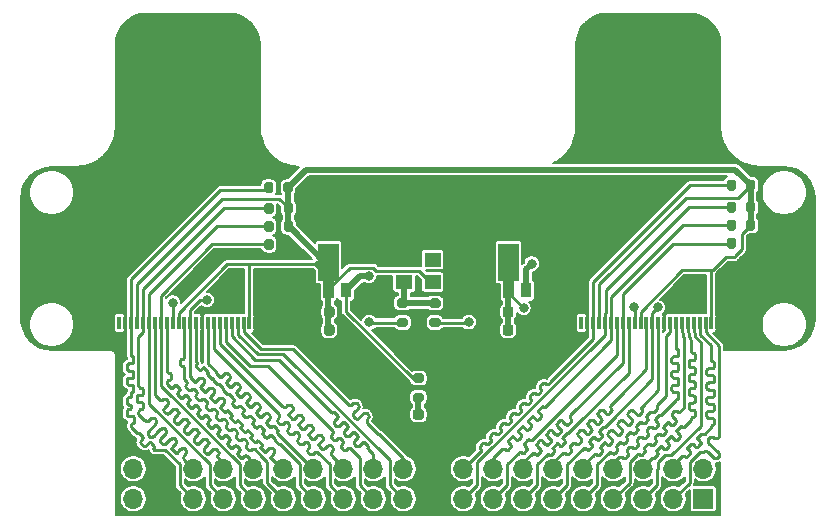
<source format=gbr>
%TF.GenerationSoftware,KiCad,Pcbnew,5.1.9-73d0e3b20d~88~ubuntu18.04.1*%
%TF.CreationDate,2020-12-28T15:28:51+08:00*%
%TF.ProjectId,DoubleCam,446f7562-6c65-4436-916d-2e6b69636164,rev?*%
%TF.SameCoordinates,Original*%
%TF.FileFunction,Copper,L1,Top*%
%TF.FilePolarity,Positive*%
%FSLAX46Y46*%
G04 Gerber Fmt 4.6, Leading zero omitted, Abs format (unit mm)*
G04 Created by KiCad (PCBNEW 5.1.9-73d0e3b20d~88~ubuntu18.04.1) date 2020-12-28 15:28:51*
%MOMM*%
%LPD*%
G01*
G04 APERTURE LIST*
%TA.AperFunction,SMDPad,CuDef*%
%ADD10C,0.100000*%
%TD*%
%TA.AperFunction,SMDPad,CuDef*%
%ADD11R,0.900000X1.300000*%
%TD*%
%TA.AperFunction,ComponentPad*%
%ADD12O,1.700000X1.700000*%
%TD*%
%TA.AperFunction,ComponentPad*%
%ADD13R,1.700000X1.700000*%
%TD*%
%TA.AperFunction,SMDPad,CuDef*%
%ADD14R,1.400000X1.200000*%
%TD*%
%TA.AperFunction,SMDPad,CuDef*%
%ADD15R,2.300000X3.100000*%
%TD*%
%TA.AperFunction,SMDPad,CuDef*%
%ADD16R,0.300000X1.100000*%
%TD*%
%TA.AperFunction,ViaPad*%
%ADD17C,0.304800*%
%TD*%
%TA.AperFunction,ViaPad*%
%ADD18C,0.800000*%
%TD*%
%TA.AperFunction,Conductor*%
%ADD19C,0.508000*%
%TD*%
%TA.AperFunction,Conductor*%
%ADD20C,0.250000*%
%TD*%
%TA.AperFunction,Conductor*%
%ADD21C,0.200000*%
%TD*%
%TA.AperFunction,Conductor*%
%ADD22C,0.100000*%
%TD*%
G04 APERTURE END LIST*
%TA.AperFunction,SMDPad,CuDef*%
D10*
%TO.P,U1,2*%
%TO.N,+2V8*%
G36*
X158346500Y-73900000D02*
G01*
X158346500Y-77025000D01*
X157930000Y-77025000D01*
X157930000Y-78500000D01*
X157030000Y-78500000D01*
X157030000Y-77025000D01*
X156613500Y-77025000D01*
X156613500Y-73900000D01*
X158346500Y-73900000D01*
G37*
%TD.AperFunction*%
D11*
%TO.P,U1,3*%
%TO.N,+3V3*%
X158980000Y-77850000D03*
%TO.P,U1,1*%
%TO.N,GND*%
X155980000Y-77850000D03*
%TD*%
%TO.P,U2,1*%
%TO.N,GND*%
X171220000Y-77850000D03*
%TO.P,U2,3*%
%TO.N,+3V3*%
X174220000Y-77850000D03*
%TA.AperFunction,SMDPad,CuDef*%
D10*
%TO.P,U2,2*%
%TO.N,+1V5*%
G36*
X173586500Y-73900000D02*
G01*
X173586500Y-77025000D01*
X173170000Y-77025000D01*
X173170000Y-78500000D01*
X172270000Y-78500000D01*
X172270000Y-77025000D01*
X171853500Y-77025000D01*
X171853500Y-73900000D01*
X173586500Y-73900000D01*
G37*
%TD.AperFunction*%
%TD*%
D12*
%TO.P,J3,40*%
%TO.N,+3V3*%
X140970000Y-92964000D03*
%TO.P,J3,39*%
X140970000Y-95504000D03*
%TO.P,J3,38*%
%TO.N,GND*%
X143510000Y-92964000D03*
%TO.P,J3,37*%
X143510000Y-95504000D03*
%TO.P,J3,36*%
%TO.N,/OV2_SCL*%
X146050000Y-92964000D03*
%TO.P,J3,35*%
%TO.N,/OV2_SDA*%
X146050000Y-95504000D03*
%TO.P,J3,34*%
%TO.N,/OV2_VSYNC*%
X148590000Y-92964000D03*
%TO.P,J3,33*%
%TO.N,/OV2_RESET*%
X148590000Y-95504000D03*
%TO.P,J3,32*%
%TO.N,/OV2_HREF*%
X151130000Y-92964000D03*
%TO.P,J3,31*%
%TO.N,/OV2_PWDN*%
X151130000Y-95504000D03*
%TO.P,J3,30*%
%TO.N,/OV2_XCLK*%
X153670000Y-92964000D03*
%TO.P,J3,29*%
%TO.N,/OV2_D7*%
X153670000Y-95504000D03*
%TO.P,J3,28*%
%TO.N,/OV2_D5*%
X156210000Y-92964000D03*
%TO.P,J3,27*%
%TO.N,/OV2_D6*%
X156210000Y-95504000D03*
%TO.P,J3,26*%
%TO.N,/OV2_D4*%
X158750000Y-92964000D03*
%TO.P,J3,25*%
%TO.N,/OV2_PCLK*%
X158750000Y-95504000D03*
%TO.P,J3,24*%
%TO.N,/OV2_D3*%
X161290000Y-92964000D03*
%TO.P,J3,23*%
%TO.N,/OV2_D0*%
X161290000Y-95504000D03*
%TO.P,J3,22*%
%TO.N,/OV2_D2*%
X163830000Y-92964000D03*
%TO.P,J3,21*%
%TO.N,/OV2_D1*%
X163830000Y-95504000D03*
%TO.P,J3,20*%
%TO.N,GND*%
X166370000Y-92964000D03*
%TO.P,J3,19*%
X166370000Y-95504000D03*
%TO.P,J3,18*%
%TO.N,/OV1_SDA*%
X168910000Y-92964000D03*
%TO.P,J3,17*%
%TO.N,/OV1_SCL*%
X168910000Y-95504000D03*
%TO.P,J3,16*%
%TO.N,/OV1_RESET*%
X171450000Y-92964000D03*
%TO.P,J3,15*%
%TO.N,/OV1_VSYNC*%
X171450000Y-95504000D03*
%TO.P,J3,14*%
%TO.N,/OV1_PWDN*%
X173990000Y-92964000D03*
%TO.P,J3,13*%
%TO.N,/OV1_HREF*%
X173990000Y-95504000D03*
%TO.P,J3,12*%
%TO.N,/OV1_D7*%
X176530000Y-92964000D03*
%TO.P,J3,11*%
%TO.N,/OV1_XCLK*%
X176530000Y-95504000D03*
%TO.P,J3,10*%
%TO.N,/OV1_D6*%
X179070000Y-92964000D03*
%TO.P,J3,9*%
%TO.N,/OV1_D5*%
X179070000Y-95504000D03*
%TO.P,J3,8*%
%TO.N,/OV1_PCLK*%
X181610000Y-92964000D03*
%TO.P,J3,7*%
%TO.N,/OV1_D4*%
X181610000Y-95504000D03*
%TO.P,J3,6*%
%TO.N,/OV1_D0*%
X184150000Y-92964000D03*
%TO.P,J3,5*%
%TO.N,/OV1_D3*%
X184150000Y-95504000D03*
%TO.P,J3,4*%
%TO.N,/OV1_D1*%
X186690000Y-92964000D03*
%TO.P,J3,3*%
%TO.N,/OV1_D2*%
X186690000Y-95504000D03*
%TO.P,J3,2*%
%TO.N,Net-(J3-Pad2)*%
X189230000Y-92964000D03*
D13*
%TO.P,J3,1*%
%TO.N,Net-(J3-Pad1)*%
X189230000Y-95504000D03*
%TD*%
%TO.P,C4,2*%
%TO.N,GND*%
%TA.AperFunction,SMDPad,CuDef*%
G36*
G01*
X171595000Y-79440000D02*
X171595000Y-79940000D01*
G75*
G02*
X171370000Y-80165000I-225000J0D01*
G01*
X170920000Y-80165000D01*
G75*
G02*
X170695000Y-79940000I0J225000D01*
G01*
X170695000Y-79440000D01*
G75*
G02*
X170920000Y-79215000I225000J0D01*
G01*
X171370000Y-79215000D01*
G75*
G02*
X171595000Y-79440000I0J-225000D01*
G01*
G37*
%TD.AperFunction*%
%TO.P,C4,1*%
%TO.N,+1V5*%
%TA.AperFunction,SMDPad,CuDef*%
G36*
G01*
X173145000Y-79440000D02*
X173145000Y-79940000D01*
G75*
G02*
X172920000Y-80165000I-225000J0D01*
G01*
X172470000Y-80165000D01*
G75*
G02*
X172245000Y-79940000I0J225000D01*
G01*
X172245000Y-79440000D01*
G75*
G02*
X172470000Y-79215000I225000J0D01*
G01*
X172920000Y-79215000D01*
G75*
G02*
X173145000Y-79440000I0J-225000D01*
G01*
G37*
%TD.AperFunction*%
%TD*%
%TO.P,C3,2*%
%TO.N,GND*%
%TA.AperFunction,SMDPad,CuDef*%
G36*
G01*
X171595000Y-80964000D02*
X171595000Y-81464000D01*
G75*
G02*
X171370000Y-81689000I-225000J0D01*
G01*
X170920000Y-81689000D01*
G75*
G02*
X170695000Y-81464000I0J225000D01*
G01*
X170695000Y-80964000D01*
G75*
G02*
X170920000Y-80739000I225000J0D01*
G01*
X171370000Y-80739000D01*
G75*
G02*
X171595000Y-80964000I0J-225000D01*
G01*
G37*
%TD.AperFunction*%
%TO.P,C3,1*%
%TO.N,+1V5*%
%TA.AperFunction,SMDPad,CuDef*%
G36*
G01*
X173145000Y-80964000D02*
X173145000Y-81464000D01*
G75*
G02*
X172920000Y-81689000I-225000J0D01*
G01*
X172470000Y-81689000D01*
G75*
G02*
X172245000Y-81464000I0J225000D01*
G01*
X172245000Y-80964000D01*
G75*
G02*
X172470000Y-80739000I225000J0D01*
G01*
X172920000Y-80739000D01*
G75*
G02*
X173145000Y-80964000I0J-225000D01*
G01*
G37*
%TD.AperFunction*%
%TD*%
%TO.P,C2,2*%
%TO.N,GND*%
%TA.AperFunction,SMDPad,CuDef*%
G36*
G01*
X156455000Y-79440000D02*
X156455000Y-79940000D01*
G75*
G02*
X156230000Y-80165000I-225000J0D01*
G01*
X155780000Y-80165000D01*
G75*
G02*
X155555000Y-79940000I0J225000D01*
G01*
X155555000Y-79440000D01*
G75*
G02*
X155780000Y-79215000I225000J0D01*
G01*
X156230000Y-79215000D01*
G75*
G02*
X156455000Y-79440000I0J-225000D01*
G01*
G37*
%TD.AperFunction*%
%TO.P,C2,1*%
%TO.N,+2V8*%
%TA.AperFunction,SMDPad,CuDef*%
G36*
G01*
X158005000Y-79440000D02*
X158005000Y-79940000D01*
G75*
G02*
X157780000Y-80165000I-225000J0D01*
G01*
X157330000Y-80165000D01*
G75*
G02*
X157105000Y-79940000I0J225000D01*
G01*
X157105000Y-79440000D01*
G75*
G02*
X157330000Y-79215000I225000J0D01*
G01*
X157780000Y-79215000D01*
G75*
G02*
X158005000Y-79440000I0J-225000D01*
G01*
G37*
%TD.AperFunction*%
%TD*%
%TO.P,C1,2*%
%TO.N,GND*%
%TA.AperFunction,SMDPad,CuDef*%
G36*
G01*
X156455000Y-80964000D02*
X156455000Y-81464000D01*
G75*
G02*
X156230000Y-81689000I-225000J0D01*
G01*
X155780000Y-81689000D01*
G75*
G02*
X155555000Y-81464000I0J225000D01*
G01*
X155555000Y-80964000D01*
G75*
G02*
X155780000Y-80739000I225000J0D01*
G01*
X156230000Y-80739000D01*
G75*
G02*
X156455000Y-80964000I0J-225000D01*
G01*
G37*
%TD.AperFunction*%
%TO.P,C1,1*%
%TO.N,+2V8*%
%TA.AperFunction,SMDPad,CuDef*%
G36*
G01*
X158005000Y-80964000D02*
X158005000Y-81464000D01*
G75*
G02*
X157780000Y-81689000I-225000J0D01*
G01*
X157330000Y-81689000D01*
G75*
G02*
X157105000Y-81464000I0J225000D01*
G01*
X157105000Y-80964000D01*
G75*
G02*
X157330000Y-80739000I225000J0D01*
G01*
X157780000Y-80739000D01*
G75*
G02*
X158005000Y-80964000I0J-225000D01*
G01*
G37*
%TD.AperFunction*%
%TD*%
D14*
%TO.P,X1,4*%
%TO.N,+2V8*%
X166300000Y-77150000D03*
%TO.P,X1,3*%
%TO.N,Net-(R10-Pad2)*%
X163900000Y-77150000D03*
%TO.P,X1,2*%
%TO.N,GND*%
X163900000Y-75250000D03*
%TO.P,X1,1*%
%TO.N,Net-(X1-Pad1)*%
X166300000Y-75250000D03*
%TD*%
%TO.P,R11,2*%
%TO.N,Net-(R10-Pad2)*%
%TA.AperFunction,SMDPad,CuDef*%
G36*
G01*
X164025000Y-79325000D02*
X163475000Y-79325000D01*
G75*
G02*
X163275000Y-79125000I0J200000D01*
G01*
X163275000Y-78725000D01*
G75*
G02*
X163475000Y-78525000I200000J0D01*
G01*
X164025000Y-78525000D01*
G75*
G02*
X164225000Y-78725000I0J-200000D01*
G01*
X164225000Y-79125000D01*
G75*
G02*
X164025000Y-79325000I-200000J0D01*
G01*
G37*
%TD.AperFunction*%
%TO.P,R11,1*%
%TO.N,/OV2_XCLK*%
%TA.AperFunction,SMDPad,CuDef*%
G36*
G01*
X164025000Y-80975000D02*
X163475000Y-80975000D01*
G75*
G02*
X163275000Y-80775000I0J200000D01*
G01*
X163275000Y-80375000D01*
G75*
G02*
X163475000Y-80175000I200000J0D01*
G01*
X164025000Y-80175000D01*
G75*
G02*
X164225000Y-80375000I0J-200000D01*
G01*
X164225000Y-80775000D01*
G75*
G02*
X164025000Y-80975000I-200000J0D01*
G01*
G37*
%TD.AperFunction*%
%TD*%
%TO.P,R10,2*%
%TO.N,Net-(R10-Pad2)*%
%TA.AperFunction,SMDPad,CuDef*%
G36*
G01*
X166775000Y-79331000D02*
X166225000Y-79331000D01*
G75*
G02*
X166025000Y-79131000I0J200000D01*
G01*
X166025000Y-78731000D01*
G75*
G02*
X166225000Y-78531000I200000J0D01*
G01*
X166775000Y-78531000D01*
G75*
G02*
X166975000Y-78731000I0J-200000D01*
G01*
X166975000Y-79131000D01*
G75*
G02*
X166775000Y-79331000I-200000J0D01*
G01*
G37*
%TD.AperFunction*%
%TO.P,R10,1*%
%TO.N,/OV1_XCLK*%
%TA.AperFunction,SMDPad,CuDef*%
G36*
G01*
X166775000Y-80981000D02*
X166225000Y-80981000D01*
G75*
G02*
X166025000Y-80781000I0J200000D01*
G01*
X166025000Y-80381000D01*
G75*
G02*
X166225000Y-80181000I200000J0D01*
G01*
X166775000Y-80181000D01*
G75*
G02*
X166975000Y-80381000I0J-200000D01*
G01*
X166975000Y-80781000D01*
G75*
G02*
X166775000Y-80981000I-200000J0D01*
G01*
G37*
%TD.AperFunction*%
%TD*%
%TO.P,R9,2*%
%TO.N,Net-(D1-Pad2)*%
%TA.AperFunction,SMDPad,CuDef*%
G36*
G01*
X164825000Y-86531000D02*
X165375000Y-86531000D01*
G75*
G02*
X165575000Y-86731000I0J-200000D01*
G01*
X165575000Y-87131000D01*
G75*
G02*
X165375000Y-87331000I-200000J0D01*
G01*
X164825000Y-87331000D01*
G75*
G02*
X164625000Y-87131000I0J200000D01*
G01*
X164625000Y-86731000D01*
G75*
G02*
X164825000Y-86531000I200000J0D01*
G01*
G37*
%TD.AperFunction*%
%TO.P,R9,1*%
%TO.N,+3V3*%
%TA.AperFunction,SMDPad,CuDef*%
G36*
G01*
X164825000Y-84881000D02*
X165375000Y-84881000D01*
G75*
G02*
X165575000Y-85081000I0J-200000D01*
G01*
X165575000Y-85481000D01*
G75*
G02*
X165375000Y-85681000I-200000J0D01*
G01*
X164825000Y-85681000D01*
G75*
G02*
X164625000Y-85481000I0J200000D01*
G01*
X164625000Y-85081000D01*
G75*
G02*
X164825000Y-84881000I200000J0D01*
G01*
G37*
%TD.AperFunction*%
%TD*%
%TO.P,R8,2*%
%TO.N,GND*%
%TA.AperFunction,SMDPad,CuDef*%
G36*
G01*
X153705000Y-74233000D02*
X153705000Y-73683000D01*
G75*
G02*
X153905000Y-73483000I200000J0D01*
G01*
X154305000Y-73483000D01*
G75*
G02*
X154505000Y-73683000I0J-200000D01*
G01*
X154505000Y-74233000D01*
G75*
G02*
X154305000Y-74433000I-200000J0D01*
G01*
X153905000Y-74433000D01*
G75*
G02*
X153705000Y-74233000I0J200000D01*
G01*
G37*
%TD.AperFunction*%
%TO.P,R8,1*%
%TO.N,/OV2_PWDN*%
%TA.AperFunction,SMDPad,CuDef*%
G36*
G01*
X152055000Y-74233000D02*
X152055000Y-73683000D01*
G75*
G02*
X152255000Y-73483000I200000J0D01*
G01*
X152655000Y-73483000D01*
G75*
G02*
X152855000Y-73683000I0J-200000D01*
G01*
X152855000Y-74233000D01*
G75*
G02*
X152655000Y-74433000I-200000J0D01*
G01*
X152255000Y-74433000D01*
G75*
G02*
X152055000Y-74233000I0J200000D01*
G01*
G37*
%TD.AperFunction*%
%TD*%
%TO.P,R7,2*%
%TO.N,/OV2_RESET*%
%TA.AperFunction,SMDPad,CuDef*%
G36*
G01*
X152855000Y-72159000D02*
X152855000Y-72709000D01*
G75*
G02*
X152655000Y-72909000I-200000J0D01*
G01*
X152255000Y-72909000D01*
G75*
G02*
X152055000Y-72709000I0J200000D01*
G01*
X152055000Y-72159000D01*
G75*
G02*
X152255000Y-71959000I200000J0D01*
G01*
X152655000Y-71959000D01*
G75*
G02*
X152855000Y-72159000I0J-200000D01*
G01*
G37*
%TD.AperFunction*%
%TO.P,R7,1*%
%TO.N,+2V8*%
%TA.AperFunction,SMDPad,CuDef*%
G36*
G01*
X154505000Y-72159000D02*
X154505000Y-72709000D01*
G75*
G02*
X154305000Y-72909000I-200000J0D01*
G01*
X153905000Y-72909000D01*
G75*
G02*
X153705000Y-72709000I0J200000D01*
G01*
X153705000Y-72159000D01*
G75*
G02*
X153905000Y-71959000I200000J0D01*
G01*
X154305000Y-71959000D01*
G75*
G02*
X154505000Y-72159000I0J-200000D01*
G01*
G37*
%TD.AperFunction*%
%TD*%
%TO.P,R6,2*%
%TO.N,/OV2_SCL*%
%TA.AperFunction,SMDPad,CuDef*%
G36*
G01*
X152855000Y-70635000D02*
X152855000Y-71185000D01*
G75*
G02*
X152655000Y-71385000I-200000J0D01*
G01*
X152255000Y-71385000D01*
G75*
G02*
X152055000Y-71185000I0J200000D01*
G01*
X152055000Y-70635000D01*
G75*
G02*
X152255000Y-70435000I200000J0D01*
G01*
X152655000Y-70435000D01*
G75*
G02*
X152855000Y-70635000I0J-200000D01*
G01*
G37*
%TD.AperFunction*%
%TO.P,R6,1*%
%TO.N,+2V8*%
%TA.AperFunction,SMDPad,CuDef*%
G36*
G01*
X154505000Y-70635000D02*
X154505000Y-71185000D01*
G75*
G02*
X154305000Y-71385000I-200000J0D01*
G01*
X153905000Y-71385000D01*
G75*
G02*
X153705000Y-71185000I0J200000D01*
G01*
X153705000Y-70635000D01*
G75*
G02*
X153905000Y-70435000I200000J0D01*
G01*
X154305000Y-70435000D01*
G75*
G02*
X154505000Y-70635000I0J-200000D01*
G01*
G37*
%TD.AperFunction*%
%TD*%
%TO.P,R5,2*%
%TO.N,/OV2_SDA*%
%TA.AperFunction,SMDPad,CuDef*%
G36*
G01*
X152825000Y-68875000D02*
X152825000Y-69425000D01*
G75*
G02*
X152625000Y-69625000I-200000J0D01*
G01*
X152225000Y-69625000D01*
G75*
G02*
X152025000Y-69425000I0J200000D01*
G01*
X152025000Y-68875000D01*
G75*
G02*
X152225000Y-68675000I200000J0D01*
G01*
X152625000Y-68675000D01*
G75*
G02*
X152825000Y-68875000I0J-200000D01*
G01*
G37*
%TD.AperFunction*%
%TO.P,R5,1*%
%TO.N,+2V8*%
%TA.AperFunction,SMDPad,CuDef*%
G36*
G01*
X154475000Y-68875000D02*
X154475000Y-69425000D01*
G75*
G02*
X154275000Y-69625000I-200000J0D01*
G01*
X153875000Y-69625000D01*
G75*
G02*
X153675000Y-69425000I0J200000D01*
G01*
X153675000Y-68875000D01*
G75*
G02*
X153875000Y-68675000I200000J0D01*
G01*
X154275000Y-68675000D01*
G75*
G02*
X154475000Y-68875000I0J-200000D01*
G01*
G37*
%TD.AperFunction*%
%TD*%
%TO.P,R4,2*%
%TO.N,GND*%
%TA.AperFunction,SMDPad,CuDef*%
G36*
G01*
X192839000Y-74133000D02*
X192839000Y-73583000D01*
G75*
G02*
X193039000Y-73383000I200000J0D01*
G01*
X193439000Y-73383000D01*
G75*
G02*
X193639000Y-73583000I0J-200000D01*
G01*
X193639000Y-74133000D01*
G75*
G02*
X193439000Y-74333000I-200000J0D01*
G01*
X193039000Y-74333000D01*
G75*
G02*
X192839000Y-74133000I0J200000D01*
G01*
G37*
%TD.AperFunction*%
%TO.P,R4,1*%
%TO.N,/OV1_PWDN*%
%TA.AperFunction,SMDPad,CuDef*%
G36*
G01*
X191189000Y-74133000D02*
X191189000Y-73583000D01*
G75*
G02*
X191389000Y-73383000I200000J0D01*
G01*
X191789000Y-73383000D01*
G75*
G02*
X191989000Y-73583000I0J-200000D01*
G01*
X191989000Y-74133000D01*
G75*
G02*
X191789000Y-74333000I-200000J0D01*
G01*
X191389000Y-74333000D01*
G75*
G02*
X191189000Y-74133000I0J200000D01*
G01*
G37*
%TD.AperFunction*%
%TD*%
%TO.P,R3,2*%
%TO.N,/OV1_RESET*%
%TA.AperFunction,SMDPad,CuDef*%
G36*
G01*
X191989000Y-72059000D02*
X191989000Y-72609000D01*
G75*
G02*
X191789000Y-72809000I-200000J0D01*
G01*
X191389000Y-72809000D01*
G75*
G02*
X191189000Y-72609000I0J200000D01*
G01*
X191189000Y-72059000D01*
G75*
G02*
X191389000Y-71859000I200000J0D01*
G01*
X191789000Y-71859000D01*
G75*
G02*
X191989000Y-72059000I0J-200000D01*
G01*
G37*
%TD.AperFunction*%
%TO.P,R3,1*%
%TO.N,+2V8*%
%TA.AperFunction,SMDPad,CuDef*%
G36*
G01*
X193639000Y-72059000D02*
X193639000Y-72609000D01*
G75*
G02*
X193439000Y-72809000I-200000J0D01*
G01*
X193039000Y-72809000D01*
G75*
G02*
X192839000Y-72609000I0J200000D01*
G01*
X192839000Y-72059000D01*
G75*
G02*
X193039000Y-71859000I200000J0D01*
G01*
X193439000Y-71859000D01*
G75*
G02*
X193639000Y-72059000I0J-200000D01*
G01*
G37*
%TD.AperFunction*%
%TD*%
%TO.P,R2,2*%
%TO.N,/OV1_SCL*%
%TA.AperFunction,SMDPad,CuDef*%
G36*
G01*
X191989000Y-70535000D02*
X191989000Y-71085000D01*
G75*
G02*
X191789000Y-71285000I-200000J0D01*
G01*
X191389000Y-71285000D01*
G75*
G02*
X191189000Y-71085000I0J200000D01*
G01*
X191189000Y-70535000D01*
G75*
G02*
X191389000Y-70335000I200000J0D01*
G01*
X191789000Y-70335000D01*
G75*
G02*
X191989000Y-70535000I0J-200000D01*
G01*
G37*
%TD.AperFunction*%
%TO.P,R2,1*%
%TO.N,+2V8*%
%TA.AperFunction,SMDPad,CuDef*%
G36*
G01*
X193639000Y-70535000D02*
X193639000Y-71085000D01*
G75*
G02*
X193439000Y-71285000I-200000J0D01*
G01*
X193039000Y-71285000D01*
G75*
G02*
X192839000Y-71085000I0J200000D01*
G01*
X192839000Y-70535000D01*
G75*
G02*
X193039000Y-70335000I200000J0D01*
G01*
X193439000Y-70335000D01*
G75*
G02*
X193639000Y-70535000I0J-200000D01*
G01*
G37*
%TD.AperFunction*%
%TD*%
%TO.P,R1,2*%
%TO.N,/OV1_SDA*%
%TA.AperFunction,SMDPad,CuDef*%
G36*
G01*
X191989000Y-68675000D02*
X191989000Y-69225000D01*
G75*
G02*
X191789000Y-69425000I-200000J0D01*
G01*
X191389000Y-69425000D01*
G75*
G02*
X191189000Y-69225000I0J200000D01*
G01*
X191189000Y-68675000D01*
G75*
G02*
X191389000Y-68475000I200000J0D01*
G01*
X191789000Y-68475000D01*
G75*
G02*
X191989000Y-68675000I0J-200000D01*
G01*
G37*
%TD.AperFunction*%
%TO.P,R1,1*%
%TO.N,+2V8*%
%TA.AperFunction,SMDPad,CuDef*%
G36*
G01*
X193639000Y-68675000D02*
X193639000Y-69225000D01*
G75*
G02*
X193439000Y-69425000I-200000J0D01*
G01*
X193039000Y-69425000D01*
G75*
G02*
X192839000Y-69225000I0J200000D01*
G01*
X192839000Y-68675000D01*
G75*
G02*
X193039000Y-68475000I200000J0D01*
G01*
X193439000Y-68475000D01*
G75*
G02*
X193639000Y-68675000I0J-200000D01*
G01*
G37*
%TD.AperFunction*%
%TD*%
D15*
%TO.P,J2,MP*%
%TO.N,GND*%
X138122000Y-78898000D03*
X152962000Y-78898000D03*
D16*
%TO.P,J2,24*%
%TO.N,Net-(J2-Pad24)*%
X139792000Y-80598000D03*
%TO.P,J2,23*%
%TO.N,GND*%
X140292000Y-80598000D03*
%TO.P,J2,22*%
%TO.N,/OV2_SDA*%
X140792000Y-80598000D03*
%TO.P,J2,21*%
%TO.N,+2V8*%
X141292000Y-80598000D03*
%TO.P,J2,20*%
%TO.N,/OV2_SCL*%
X141792000Y-80598000D03*
%TO.P,J2,19*%
%TO.N,/OV2_RESET*%
X142292000Y-80598000D03*
%TO.P,J2,18*%
%TO.N,/OV2_VSYNC*%
X142792000Y-80598000D03*
%TO.P,J2,17*%
%TO.N,/OV2_PWDN*%
X143292000Y-80598000D03*
%TO.P,J2,16*%
%TO.N,/OV2_HREF*%
X143792000Y-80598000D03*
%TO.P,J2,15*%
%TO.N,+1V5*%
X144292000Y-80598000D03*
%TO.P,J2,14*%
%TO.N,+2V8*%
X144792000Y-80598000D03*
%TO.P,J2,13*%
%TO.N,/OV2_D7*%
X145292000Y-80598000D03*
%TO.P,J2,12*%
%TO.N,/OV2_XCLK*%
X145792000Y-80598000D03*
%TO.P,J2,11*%
%TO.N,/OV2_D6*%
X146292000Y-80598000D03*
%TO.P,J2,10*%
%TO.N,GND*%
X146792000Y-80598000D03*
%TO.P,J2,9*%
%TO.N,/OV2_D5*%
X147292000Y-80598000D03*
%TO.P,J2,8*%
%TO.N,/OV2_PCLK*%
X147792000Y-80598000D03*
%TO.P,J2,7*%
%TO.N,/OV2_D4*%
X148292000Y-80598000D03*
%TO.P,J2,6*%
%TO.N,/OV2_D0*%
X148792000Y-80598000D03*
%TO.P,J2,5*%
%TO.N,/OV2_D3*%
X149292000Y-80598000D03*
%TO.P,J2,4*%
%TO.N,/OV2_D1*%
X149792000Y-80598000D03*
%TO.P,J2,3*%
%TO.N,/OV2_D2*%
X150292000Y-80598000D03*
%TO.P,J2,2*%
%TO.N,+2V8*%
X150792000Y-80598000D03*
%TO.P,J2,1*%
%TO.N,GND*%
X151292000Y-80598000D03*
%TD*%
D15*
%TO.P,J1,MP*%
%TO.N,GND*%
X177238000Y-78898000D03*
X192078000Y-78898000D03*
D16*
%TO.P,J1,24*%
%TO.N,Net-(J1-Pad24)*%
X178908000Y-80598000D03*
%TO.P,J1,23*%
%TO.N,GND*%
X179408000Y-80598000D03*
%TO.P,J1,22*%
%TO.N,/OV1_SDA*%
X179908000Y-80598000D03*
%TO.P,J1,21*%
%TO.N,+2V8*%
X180408000Y-80598000D03*
%TO.P,J1,20*%
%TO.N,/OV1_SCL*%
X180908000Y-80598000D03*
%TO.P,J1,19*%
%TO.N,/OV1_RESET*%
X181408000Y-80598000D03*
%TO.P,J1,18*%
%TO.N,/OV1_VSYNC*%
X181908000Y-80598000D03*
%TO.P,J1,17*%
%TO.N,/OV1_PWDN*%
X182408000Y-80598000D03*
%TO.P,J1,16*%
%TO.N,/OV1_HREF*%
X182908000Y-80598000D03*
%TO.P,J1,15*%
%TO.N,+1V5*%
X183408000Y-80598000D03*
%TO.P,J1,14*%
%TO.N,+2V8*%
X183908000Y-80598000D03*
%TO.P,J1,13*%
%TO.N,/OV1_D7*%
X184408000Y-80598000D03*
%TO.P,J1,12*%
%TO.N,/OV1_XCLK*%
X184908000Y-80598000D03*
%TO.P,J1,11*%
%TO.N,/OV1_D6*%
X185408000Y-80598000D03*
%TO.P,J1,10*%
%TO.N,GND*%
X185908000Y-80598000D03*
%TO.P,J1,9*%
%TO.N,/OV1_D5*%
X186408000Y-80598000D03*
%TO.P,J1,8*%
%TO.N,/OV1_PCLK*%
X186908000Y-80598000D03*
%TO.P,J1,7*%
%TO.N,/OV1_D4*%
X187408000Y-80598000D03*
%TO.P,J1,6*%
%TO.N,/OV1_D0*%
X187908000Y-80598000D03*
%TO.P,J1,5*%
%TO.N,/OV1_D3*%
X188408000Y-80598000D03*
%TO.P,J1,4*%
%TO.N,/OV1_D1*%
X188908000Y-80598000D03*
%TO.P,J1,3*%
%TO.N,/OV1_D2*%
X189408000Y-80598000D03*
%TO.P,J1,2*%
%TO.N,+2V8*%
X189908000Y-80598000D03*
%TO.P,J1,1*%
%TO.N,GND*%
X190408000Y-80598000D03*
%TD*%
%TO.P,D1,2*%
%TO.N,Net-(D1-Pad2)*%
%TA.AperFunction,SMDPad,CuDef*%
G36*
G01*
X165356250Y-88804000D02*
X164843750Y-88804000D01*
G75*
G02*
X164625000Y-88585250I0J218750D01*
G01*
X164625000Y-88147750D01*
G75*
G02*
X164843750Y-87929000I218750J0D01*
G01*
X165356250Y-87929000D01*
G75*
G02*
X165575000Y-88147750I0J-218750D01*
G01*
X165575000Y-88585250D01*
G75*
G02*
X165356250Y-88804000I-218750J0D01*
G01*
G37*
%TD.AperFunction*%
%TO.P,D1,1*%
%TO.N,GND*%
%TA.AperFunction,SMDPad,CuDef*%
G36*
G01*
X165356250Y-90379000D02*
X164843750Y-90379000D01*
G75*
G02*
X164625000Y-90160250I0J218750D01*
G01*
X164625000Y-89722750D01*
G75*
G02*
X164843750Y-89504000I218750J0D01*
G01*
X165356250Y-89504000D01*
G75*
G02*
X165575000Y-89722750I0J-218750D01*
G01*
X165575000Y-90160250D01*
G75*
G02*
X165356250Y-90379000I-218750J0D01*
G01*
G37*
%TD.AperFunction*%
%TD*%
D17*
%TO.N,GND*%
X142233000Y-58992000D03*
X144011000Y-58103000D03*
X145789000Y-58103000D03*
X149345000Y-58103000D03*
X148456000Y-58103000D03*
X149345000Y-59881000D03*
X144011000Y-58992000D03*
X148456000Y-59881000D03*
X146678000Y-58103000D03*
X144011000Y-59881000D03*
X144900000Y-58992000D03*
X147567000Y-58103000D03*
X143122000Y-58103000D03*
X142233000Y-59881000D03*
X147567000Y-58992000D03*
X143122000Y-58992000D03*
X144900000Y-58103000D03*
X145789000Y-59881000D03*
X142233000Y-58103000D03*
X143122000Y-59881000D03*
X146678000Y-58992000D03*
X144900000Y-59881000D03*
X147567000Y-59881000D03*
X146678000Y-59881000D03*
X148456000Y-58992000D03*
X149345000Y-58992000D03*
X145789000Y-58992000D03*
X182746000Y-59119000D03*
X184524000Y-59119000D03*
X188080000Y-59119000D03*
X187191000Y-59119000D03*
X185413000Y-59119000D03*
X186302000Y-59119000D03*
X181857000Y-59119000D03*
X183635000Y-59119000D03*
X180968000Y-59119000D03*
X182746000Y-60008000D03*
X184524000Y-60008000D03*
X188080000Y-60008000D03*
X187191000Y-60008000D03*
X185413000Y-60008000D03*
X186302000Y-60008000D03*
X181857000Y-60008000D03*
X183635000Y-60008000D03*
X180968000Y-60008000D03*
X166871000Y-70168000D03*
X163315000Y-70168000D03*
X164204000Y-70168000D03*
X165982000Y-70168000D03*
X162426000Y-70168000D03*
X165093000Y-70168000D03*
X166871000Y-71057000D03*
X163315000Y-71057000D03*
X164204000Y-71057000D03*
X165982000Y-71057000D03*
X162426000Y-71057000D03*
X165093000Y-71057000D03*
D18*
X147821000Y-75248000D03*
D17*
X162426000Y-69279000D03*
X163315000Y-69279000D03*
X164204000Y-69279000D03*
X165093000Y-69279000D03*
X165982000Y-69279000D03*
X166871000Y-69279000D03*
X180968000Y-58230000D03*
X181857000Y-58230000D03*
X182746000Y-58230000D03*
X183635000Y-58230000D03*
X184524000Y-58230000D03*
X185413000Y-58230000D03*
X186302000Y-58230000D03*
X187191000Y-58230000D03*
X188080000Y-58230000D03*
D18*
X149980000Y-76645000D03*
X188715000Y-77661000D03*
%TO.N,+3V3*%
X174700000Y-75600000D03*
X160902000Y-76645000D03*
%TO.N,+1V5*%
X144300000Y-78900000D03*
X174000000Y-79350000D03*
X183324085Y-79250471D03*
%TO.N,/OV1_XCLK*%
X169350000Y-80550000D03*
X185350000Y-79300000D03*
%TO.N,/OV2_XCLK*%
X160950000Y-80550000D03*
X147186000Y-78677000D03*
%TD*%
D19*
%TO.N,GND*%
X166370000Y-91211500D02*
X166370000Y-95504000D01*
X165100000Y-89941500D02*
X166370000Y-91211500D01*
%TO.N,+3V3*%
X174220000Y-76080000D02*
X174700000Y-75600000D01*
X174220000Y-77850000D02*
X174220000Y-76080000D01*
D20*
X158980000Y-79653002D02*
X164607998Y-85281000D01*
X164607998Y-85281000D02*
X165100000Y-85281000D01*
X158980000Y-77850000D02*
X158980000Y-79653002D01*
D19*
X160185000Y-76645000D02*
X158980000Y-77850000D01*
X160902000Y-76645000D02*
X160185000Y-76645000D01*
D20*
%TO.N,+2V8*%
X148490010Y-70109990D02*
X153304990Y-70109990D01*
X153304990Y-70109990D02*
X154105000Y-70910000D01*
X141292000Y-80598000D02*
X141292000Y-77308000D01*
X141292000Y-77308000D02*
X148490010Y-70109990D01*
D19*
X154075000Y-72404000D02*
X154105000Y-72434000D01*
X154075000Y-69150000D02*
X154075000Y-72404000D01*
X157480000Y-75809000D02*
X157480000Y-77762500D01*
X154105000Y-72434000D02*
X157480000Y-75809000D01*
X157480000Y-76630000D02*
X157480000Y-77762500D01*
X156500000Y-75650000D02*
X157480000Y-76630000D01*
D20*
X150792000Y-75692000D02*
X150750000Y-75650000D01*
X150792000Y-80598000D02*
X150792000Y-75692000D01*
D19*
X157480000Y-81139000D02*
X157555000Y-81214000D01*
X157480000Y-77762500D02*
X157480000Y-81139000D01*
X193239000Y-69286000D02*
X193239000Y-72334000D01*
D20*
X180408000Y-80598000D02*
X180408000Y-77342000D01*
X180408000Y-77342000D02*
X187750000Y-70000000D01*
X192189000Y-70000000D02*
X193239000Y-68950000D01*
X187750000Y-70000000D02*
X192189000Y-70000000D01*
D19*
X154075000Y-69150000D02*
X155575000Y-67650000D01*
X191939000Y-67650000D02*
X193239000Y-68950000D01*
X155575000Y-67650000D02*
X191939000Y-67650000D01*
D20*
X144792000Y-80598000D02*
X144792000Y-79743998D01*
X148885998Y-75650000D02*
X156500000Y-75650000D01*
X144792000Y-79743998D02*
X148885998Y-75650000D01*
X166300000Y-77150000D02*
X166106000Y-77150000D01*
X161250001Y-75919999D02*
X159322501Y-75919999D01*
X161505003Y-76175001D02*
X161250001Y-75919999D01*
X159322501Y-75919999D02*
X157480000Y-77762500D01*
X165131001Y-76175001D02*
X161505003Y-76175001D01*
X166106000Y-77150000D02*
X165131001Y-76175001D01*
X192513990Y-74347990D02*
X192513990Y-73059010D01*
X191890000Y-74971980D02*
X192513990Y-74347990D01*
X192513990Y-73059010D02*
X193239000Y-72334000D01*
X191890000Y-74994000D02*
X191890000Y-74971980D01*
X190000000Y-76122000D02*
X191128000Y-74994000D01*
X191128000Y-74994000D02*
X191890000Y-74994000D01*
X189985000Y-76137000D02*
X189908000Y-76214000D01*
X189908000Y-76214000D02*
X189908000Y-80598000D01*
X187439998Y-76137000D02*
X189985000Y-76137000D01*
X183932999Y-79643999D02*
X187439998Y-76137000D01*
X183908000Y-80598000D02*
X183932999Y-80573001D01*
X183932999Y-80573001D02*
X183932999Y-79643999D01*
%TO.N,+1V5*%
X144292000Y-80598000D02*
X144292000Y-78908000D01*
X144292000Y-78908000D02*
X144300000Y-78900000D01*
X172720000Y-78070000D02*
X172720000Y-77762500D01*
X174000000Y-79350000D02*
X172720000Y-78070000D01*
D19*
X172720000Y-81189000D02*
X172695000Y-81214000D01*
X172720000Y-77762500D02*
X172720000Y-81189000D01*
D20*
X183408000Y-79334386D02*
X183324085Y-79250471D01*
X183408000Y-80598000D02*
X183408000Y-79334386D01*
D19*
%TO.N,Net-(D1-Pad2)*%
X165100000Y-88366500D02*
X165100000Y-86931000D01*
D20*
%TO.N,/OV1_D2*%
X189432999Y-81408001D02*
X189432999Y-80622999D01*
X190550000Y-82525002D02*
X189432999Y-81408001D01*
X190437438Y-90312565D02*
X190550000Y-90200000D01*
X189432999Y-80622999D02*
X189408000Y-80598000D01*
X190393669Y-90347470D02*
X190437438Y-90312565D01*
X190343231Y-90371760D02*
X190393669Y-90347470D01*
X190288652Y-90384217D02*
X190343231Y-90371760D01*
X189989678Y-90253370D02*
X190040115Y-90277660D01*
X189935098Y-90240913D02*
X189989678Y-90253370D01*
X189824538Y-90253370D02*
X189879116Y-90240913D01*
X189774099Y-90277660D02*
X189824538Y-90253370D01*
X190161576Y-92045297D02*
X190227070Y-92060245D01*
X189571741Y-91508114D02*
X189624264Y-91550000D01*
X189659620Y-90383274D02*
X189730330Y-90312565D01*
X190101050Y-92016149D02*
X190161576Y-92045297D01*
X190558773Y-91795721D02*
X190558773Y-91728542D01*
X189445721Y-91464018D02*
X189511215Y-91478967D01*
X189879116Y-90240913D02*
X189935098Y-90240913D01*
X189313048Y-91478967D02*
X189378542Y-91464018D01*
X189624264Y-91550000D02*
X190048528Y-91974264D01*
X188054999Y-92399999D02*
X188904998Y-91550000D01*
X190472792Y-91974264D02*
X190514677Y-91921741D01*
X190232670Y-90384217D02*
X190288652Y-90384217D01*
X189624715Y-90427043D02*
X189659620Y-90383274D01*
X190048528Y-91974264D02*
X190101050Y-92016149D01*
X190550000Y-90200000D02*
X190550000Y-82525002D01*
X189600425Y-90642622D02*
X189587968Y-90588042D01*
X188054999Y-94139001D02*
X188054999Y-92399999D01*
X188904998Y-91550000D02*
X189200000Y-91550000D01*
X190359743Y-92045297D02*
X190420269Y-92016149D01*
X190227070Y-92060245D02*
X190294249Y-92060245D01*
X186690000Y-95504000D02*
X188054999Y-94139001D01*
X189511215Y-91478967D02*
X189571741Y-91508114D01*
X189378542Y-91464018D02*
X189445721Y-91464018D01*
X189252522Y-91508114D02*
X189313048Y-91478967D01*
X190294249Y-92060245D02*
X190359743Y-92045297D01*
X189659620Y-90736828D02*
X189624715Y-90693059D01*
X189624715Y-90693059D02*
X189600425Y-90642622D01*
X190420269Y-92016149D02*
X190472792Y-91974264D01*
X190543824Y-91861215D02*
X190558773Y-91795721D01*
X190558773Y-91728542D02*
X190543824Y-91663048D01*
X190543824Y-91663048D02*
X190514677Y-91602522D01*
X190514677Y-91921741D02*
X190543824Y-91861215D01*
X190514677Y-91602522D02*
X190472792Y-91549999D01*
X190472792Y-91549999D02*
X189659620Y-90736828D01*
X190040115Y-90277660D02*
X190127653Y-90347470D01*
X189587968Y-90588042D02*
X189587968Y-90532060D01*
X190127653Y-90347470D02*
X190178091Y-90371760D01*
X189587968Y-90532060D02*
X189600425Y-90477482D01*
X190178091Y-90371760D02*
X190232670Y-90384217D01*
X189600425Y-90477482D02*
X189624715Y-90427043D01*
X189200000Y-91550000D02*
X189252522Y-91508114D01*
X189730330Y-90312565D02*
X189774099Y-90277660D01*
%TO.N,/OV1_D1*%
X188932999Y-80622999D02*
X188908000Y-80598000D01*
X188932999Y-81408001D02*
X188932999Y-80622999D01*
X188982990Y-81594402D02*
X188982989Y-81457991D01*
X189900000Y-82511412D02*
X188982990Y-81594402D01*
X189909490Y-83795746D02*
X189902402Y-83775490D01*
X189974509Y-83847597D02*
X189954253Y-83840509D01*
X190017160Y-83852402D02*
X189974509Y-83847597D01*
X190082179Y-83904253D02*
X190070761Y-83886082D01*
X190089267Y-83924509D02*
X190082179Y-83904253D01*
X190089267Y-84375490D02*
X190091670Y-84354165D01*
X190082179Y-84395746D02*
X190089267Y-84375490D01*
X190070761Y-84413917D02*
X190082179Y-84395746D01*
X190055587Y-84429091D02*
X190070761Y-84413917D01*
X190017160Y-84447597D02*
X190037416Y-84440509D01*
X189995835Y-84450000D02*
X190017160Y-84447597D01*
X189679165Y-84450000D02*
X189995835Y-84450000D01*
X189630025Y-84455536D02*
X189679165Y-84450000D01*
X189583349Y-84471869D02*
X189630025Y-84455536D01*
X189541477Y-84498179D02*
X189583349Y-84471869D01*
X189463867Y-84621694D02*
X189480200Y-84575018D01*
X189458330Y-84670835D02*
X189463867Y-84621694D01*
X189458330Y-84829165D02*
X189458330Y-84670835D01*
X189506510Y-84966853D02*
X189480200Y-84924981D01*
X189541477Y-85001820D02*
X189506510Y-84966853D01*
X189583349Y-85028130D02*
X189541477Y-85001820D01*
X189630025Y-85044463D02*
X189583349Y-85028130D01*
X189995835Y-85050000D02*
X189679165Y-85050000D01*
X190091670Y-85554165D02*
X190091670Y-85145835D01*
X190082179Y-85595746D02*
X190089267Y-85575490D01*
X190070761Y-85613917D02*
X190082179Y-85595746D01*
X190055587Y-85629091D02*
X190070761Y-85613917D01*
X190037416Y-85640509D02*
X190055587Y-85629091D01*
X190017160Y-85647597D02*
X190037416Y-85640509D01*
X189995835Y-85650000D02*
X190017160Y-85647597D01*
X189679165Y-85650000D02*
X189995835Y-85650000D01*
X189630025Y-85655536D02*
X189679165Y-85650000D01*
X189506510Y-85733146D02*
X189541477Y-85698179D01*
X189458330Y-86029165D02*
X189458330Y-85870835D01*
X189463867Y-86078305D02*
X189458330Y-86029165D01*
X189480200Y-86124981D02*
X189463867Y-86078305D01*
X189506510Y-86166853D02*
X189480200Y-86124981D01*
X189541477Y-86201820D02*
X189506510Y-86166853D01*
X189630025Y-86244463D02*
X189583349Y-86228130D01*
X189679165Y-86250000D02*
X189630025Y-86244463D01*
X189995835Y-86250000D02*
X189679165Y-86250000D01*
X189506510Y-84533146D02*
X189541477Y-84498179D01*
X190055587Y-86270908D02*
X190037416Y-86259490D01*
X189213212Y-90040049D02*
X189239593Y-90046070D01*
X187475532Y-91879638D02*
X187504954Y-91865469D01*
X189188834Y-90028309D02*
X189213212Y-90040049D01*
X189122144Y-89982827D02*
X189146522Y-89994567D01*
X189095765Y-89976805D02*
X189122144Y-89982827D01*
X190070761Y-83886082D02*
X190055587Y-83870908D01*
X190037416Y-87459490D02*
X190017160Y-87452402D01*
X189068705Y-89976806D02*
X189095765Y-89976805D01*
X187866275Y-91158876D02*
X187878016Y-91134497D01*
X190091670Y-89158330D02*
X190091670Y-88750000D01*
X190055587Y-87470908D02*
X190037416Y-87459490D01*
X189042326Y-89982826D02*
X189068705Y-89976806D01*
X190089267Y-89179655D02*
X190091670Y-89158330D01*
X189458330Y-85870835D02*
X189463867Y-85821694D01*
X190070761Y-87486082D02*
X190055587Y-87470908D01*
X189017946Y-89994567D02*
X189042326Y-89982826D01*
X190091670Y-83945835D02*
X190089267Y-83924509D01*
X190082179Y-87504253D02*
X190070761Y-87486082D01*
X188726543Y-90285970D02*
X188743414Y-90264814D01*
X190037416Y-89244674D02*
X190055587Y-89233256D01*
X190091670Y-87954165D02*
X190091670Y-87545835D01*
X190089267Y-85124509D02*
X190082179Y-85104253D01*
X188714802Y-90390167D02*
X188708782Y-90363786D01*
X188100865Y-91501267D02*
X188080504Y-91475735D01*
X189936082Y-89275073D02*
X189954253Y-89263655D01*
X190091670Y-85145835D02*
X190089267Y-85124509D01*
X188726543Y-90414546D02*
X188714802Y-90390167D01*
X189920908Y-89290247D02*
X189936082Y-89275073D01*
X188949654Y-90641940D02*
X188743414Y-90435700D01*
X189920908Y-83813917D02*
X189909490Y-83795746D01*
X188665317Y-91115167D02*
X188702613Y-91106655D01*
X188990104Y-90706316D02*
X188973506Y-90671849D01*
X189458330Y-88429165D02*
X189458330Y-88270835D01*
X189900000Y-89450000D02*
X189900000Y-89350000D01*
X189630025Y-86855536D02*
X189679165Y-86850000D01*
X189541477Y-88098179D02*
X189583349Y-88071869D01*
X190055587Y-86829091D02*
X190070761Y-86813917D01*
X188973506Y-90853629D02*
X188990104Y-90819162D01*
X190055587Y-89233256D02*
X190070761Y-89218082D01*
X188737079Y-91090057D02*
X188766988Y-91066205D01*
X189583349Y-86228130D02*
X189541477Y-86201820D01*
X188589766Y-91106655D02*
X188627062Y-91115167D01*
X189266651Y-90046070D02*
X189293032Y-90040048D01*
X190055587Y-88029091D02*
X190070761Y-88013917D01*
X188100865Y-91656445D02*
X188115034Y-91627023D01*
X189541477Y-85698179D02*
X189583349Y-85671869D01*
X188319152Y-90859964D02*
X188525391Y-91066205D01*
X190037416Y-83859490D02*
X190017160Y-83852402D01*
X189995835Y-87450000D02*
X189679165Y-87450000D01*
X188273617Y-90831354D02*
X188297995Y-90843094D01*
X189679165Y-88650000D02*
X189630025Y-88644463D01*
X188743414Y-90264814D02*
X188996791Y-90011438D01*
X187775690Y-91941797D02*
X187807528Y-91934530D01*
X190091670Y-87545835D02*
X190089267Y-87524509D01*
X188973506Y-90671849D02*
X188949654Y-90641940D01*
X190017160Y-85052402D02*
X189995835Y-85050000D01*
X188080504Y-91475735D02*
X187977383Y-91372614D01*
X188247238Y-90825332D02*
X188273617Y-90831354D01*
X190082179Y-85104253D02*
X190070761Y-85086082D01*
X188708782Y-90363786D02*
X188708782Y-90336728D01*
X188220178Y-90825333D02*
X188247238Y-90825332D01*
X187504954Y-91865469D02*
X187536792Y-91858202D01*
X188555300Y-91090057D02*
X188589766Y-91106655D01*
X189900000Y-83754165D02*
X189900000Y-82511412D01*
X189458330Y-87229165D02*
X189458330Y-87070835D01*
X187866275Y-91238694D02*
X187860255Y-91212313D01*
X189506510Y-88133146D02*
X189541477Y-88098179D01*
X188193799Y-90831353D02*
X188220178Y-90825333D01*
X190037416Y-86840509D02*
X190055587Y-86829091D01*
X188982989Y-81457991D02*
X188932999Y-81408001D01*
X188115034Y-91627023D02*
X188122301Y-91595185D01*
X187807528Y-91934530D02*
X187836950Y-91920361D01*
X189900000Y-88650000D02*
X189679165Y-88650000D01*
X188743414Y-90435700D02*
X188726543Y-90414546D01*
X190082179Y-89199911D02*
X190089267Y-89179655D01*
X186690000Y-92660000D02*
X187450000Y-91900000D01*
X188708782Y-90336728D02*
X188714802Y-90310349D01*
X187681773Y-91920361D02*
X187711195Y-91934530D01*
X190070761Y-88690247D02*
X190055587Y-88675073D01*
X188990104Y-90819162D02*
X188998617Y-90781866D01*
X187711195Y-91934530D02*
X187743033Y-91941797D01*
X187450000Y-91900000D02*
X187475532Y-91879638D01*
X189480200Y-85775018D02*
X189506510Y-85733146D01*
X189900000Y-88654165D02*
X189900000Y-88650000D01*
X187878016Y-91134497D02*
X187894887Y-91113341D01*
X189679165Y-85050000D02*
X189630025Y-85044463D01*
X188998617Y-90743612D02*
X188990104Y-90706316D01*
X187836950Y-91920361D02*
X187862482Y-91900000D01*
X187569449Y-91858202D02*
X187601287Y-91865469D01*
X188080504Y-91681977D02*
X188100865Y-91656445D01*
X189239593Y-90046070D02*
X189266651Y-90046070D01*
X188766988Y-91066205D02*
X188949654Y-90883538D01*
X187862482Y-91900000D02*
X188080504Y-91681977D01*
X189630025Y-88644463D02*
X189583349Y-88628130D01*
X187630709Y-91879638D02*
X187681773Y-91920361D01*
X189936082Y-83829091D02*
X189920908Y-83813917D01*
X187878016Y-91263073D02*
X187866275Y-91238694D01*
X189541477Y-87401820D02*
X189506510Y-87366853D01*
X187894887Y-91113341D02*
X188148264Y-90859965D01*
X189506510Y-87366853D02*
X189480200Y-87324981D01*
X190017160Y-88656567D02*
X189995835Y-88654165D01*
X189167679Y-90011437D02*
X189188834Y-90028309D01*
X190089267Y-85575490D02*
X190091670Y-85554165D01*
X187894887Y-91284227D02*
X187878016Y-91263073D01*
X188122301Y-91595185D02*
X188122301Y-91562528D01*
X188998617Y-90781866D02*
X188998617Y-90743612D01*
X188115034Y-91530690D02*
X188100865Y-91501267D01*
X188996791Y-90011438D02*
X189017946Y-89994567D01*
X190091670Y-84354165D02*
X190091670Y-83945835D01*
X190089267Y-87524509D02*
X190082179Y-87504253D01*
X187536792Y-91858202D02*
X187569449Y-91858202D01*
X188949654Y-90883538D02*
X188973506Y-90853629D01*
X187860255Y-91185255D02*
X187866275Y-91158876D01*
X190017160Y-86252402D02*
X189995835Y-86250000D01*
X190089267Y-87975490D02*
X190091670Y-87954165D01*
X187977383Y-91372614D02*
X187980330Y-91369670D01*
X188714802Y-90310349D02*
X188726543Y-90285970D01*
X189900000Y-89350000D02*
X189902402Y-89328674D01*
X188148264Y-90859965D02*
X188169419Y-90843094D01*
X190037416Y-84440509D02*
X190055587Y-84429091D01*
X188122301Y-91562528D02*
X188115034Y-91530690D01*
X187980330Y-91369670D02*
X187894887Y-91284227D01*
X189583349Y-85671869D02*
X189630025Y-85655536D01*
X188169419Y-90843094D02*
X188193799Y-90831353D01*
X189679165Y-87450000D02*
X189630025Y-87444463D01*
X189317410Y-90028309D02*
X189338565Y-90011438D01*
X189902402Y-89328674D02*
X189909490Y-89308418D01*
X189909490Y-89308418D02*
X189920908Y-89290247D01*
X189954253Y-89263655D02*
X189974509Y-89256567D01*
X189974509Y-89256567D02*
X190017160Y-89251762D01*
X190017160Y-89251762D02*
X190037416Y-89244674D01*
X190070761Y-89218082D02*
X190082179Y-89199911D01*
X190091670Y-88750000D02*
X190089267Y-88728674D01*
X190089267Y-88728674D02*
X190082179Y-88708418D01*
X190082179Y-88708418D02*
X190070761Y-88690247D01*
X190055587Y-88675073D02*
X190037416Y-88663655D01*
X189338565Y-90011438D02*
X189900000Y-89450000D01*
X189630025Y-87444463D02*
X189583349Y-87428130D01*
X190037416Y-88663655D02*
X190017160Y-88656567D01*
X189463867Y-85821694D02*
X189480200Y-85775018D01*
X189995835Y-88654165D02*
X189900000Y-88654165D01*
X189583349Y-88628130D02*
X189541477Y-88601820D01*
X188297995Y-90843094D02*
X188319152Y-90859964D01*
X189463867Y-87021694D02*
X189480200Y-86975018D01*
X189541477Y-88601820D02*
X189506510Y-88566853D01*
X189480200Y-86975018D02*
X189506510Y-86933146D01*
X189506510Y-88566853D02*
X189480200Y-88524981D01*
X189480200Y-88524981D02*
X189463867Y-88478305D01*
X187601287Y-91865469D02*
X187630709Y-91879638D01*
X189463867Y-88478305D02*
X189458330Y-88429165D01*
X189458330Y-88270835D02*
X189463867Y-88221694D01*
X189679165Y-86850000D02*
X189995835Y-86850000D01*
X189463867Y-88221694D02*
X189480200Y-88175018D01*
X189480200Y-88175018D02*
X189506510Y-88133146D01*
X188525391Y-91066205D02*
X188555300Y-91090057D01*
X186690000Y-92964000D02*
X186690000Y-92660000D01*
X189583349Y-88071869D02*
X189630025Y-88055536D01*
X190070761Y-86813917D02*
X190082179Y-86795746D01*
X189146522Y-89994567D02*
X189167679Y-90011437D01*
X189630025Y-88055536D02*
X189679165Y-88050000D01*
X190070761Y-85086082D02*
X190055587Y-85070908D01*
X189679165Y-88050000D02*
X189995835Y-88050000D01*
X190055587Y-85070908D02*
X190037416Y-85059490D01*
X189995835Y-88050000D02*
X190017160Y-88047597D01*
X190082179Y-86304253D02*
X190070761Y-86286082D01*
X190037416Y-85059490D02*
X190017160Y-85052402D01*
X190017160Y-88047597D02*
X190037416Y-88040509D01*
X190037416Y-88040509D02*
X190055587Y-88029091D01*
X189293032Y-90040048D02*
X189317410Y-90028309D01*
X190070761Y-88013917D02*
X190082179Y-87995746D01*
X190037416Y-86259490D02*
X190017160Y-86252402D01*
X190082179Y-87995746D02*
X190089267Y-87975490D01*
X190055587Y-83870908D02*
X190037416Y-83859490D01*
X190017160Y-87452402D02*
X189995835Y-87450000D01*
X190089267Y-86775490D02*
X190091670Y-86754165D01*
X189954253Y-83840509D02*
X189936082Y-83829091D01*
X189583349Y-87428130D02*
X189541477Y-87401820D01*
X189480200Y-87324981D02*
X189463867Y-87278305D01*
X189902402Y-83775490D02*
X189900000Y-83754165D01*
X189463867Y-87278305D02*
X189458330Y-87229165D01*
X189458330Y-87070835D02*
X189463867Y-87021694D01*
X189506510Y-86933146D02*
X189541477Y-86898179D01*
X189541477Y-86898179D02*
X189583349Y-86871869D01*
X189583349Y-86871869D02*
X189630025Y-86855536D01*
X189995835Y-86850000D02*
X190017160Y-86847597D01*
X187860255Y-91212313D02*
X187860255Y-91185255D01*
X188627062Y-91115167D02*
X188665317Y-91115167D01*
X190089267Y-86324509D02*
X190082179Y-86304253D01*
X188702613Y-91106655D02*
X188737079Y-91090057D01*
X190017160Y-86847597D02*
X190037416Y-86840509D01*
X190082179Y-86795746D02*
X190089267Y-86775490D01*
X189480200Y-84924981D02*
X189463867Y-84878305D01*
X190091670Y-86754165D02*
X190091670Y-86345835D01*
X189463867Y-84878305D02*
X189458330Y-84829165D01*
X190091670Y-86345835D02*
X190089267Y-86324509D01*
X189480200Y-84575018D02*
X189506510Y-84533146D01*
X187743033Y-91941797D02*
X187775690Y-91941797D01*
X190070761Y-86286082D02*
X190055587Y-86270908D01*
%TO.N,/OV1_D3*%
X185325001Y-94328999D02*
X184150000Y-95504000D01*
X185325001Y-92974999D02*
X185325001Y-94328999D01*
X185350000Y-92950000D02*
X185325001Y-92974999D01*
X189000000Y-89300000D02*
X186511001Y-91788999D01*
X189000000Y-82247822D02*
X189000000Y-89300000D01*
X188532981Y-81780803D02*
X189000000Y-82247822D01*
X188432999Y-80622999D02*
X188432999Y-81408001D01*
X185961001Y-91788999D02*
X185350000Y-92400000D01*
X188482989Y-81457991D02*
X188482990Y-81594402D01*
X186511001Y-91788999D02*
X185961001Y-91788999D01*
X188408000Y-80598000D02*
X188432999Y-80622999D01*
X188432999Y-81408001D02*
X188482989Y-81457991D01*
X185350000Y-92400000D02*
X185350000Y-92950000D01*
X188482990Y-81594402D02*
X188532981Y-81644393D01*
X188532981Y-81644393D02*
X188532981Y-81780803D01*
%TO.N,/OV1_D0*%
X187932999Y-80622999D02*
X187908000Y-80598000D01*
X187932999Y-81408001D02*
X187932999Y-80622999D01*
X188032981Y-81644393D02*
X187982989Y-81594401D01*
X188032981Y-81780803D02*
X188032981Y-81644393D01*
X188261430Y-83130507D02*
X188224110Y-83107057D01*
X188303034Y-83145064D02*
X188261430Y-83130507D01*
X188390634Y-83154935D02*
X188303034Y-83145064D01*
X188432238Y-83169492D02*
X188390634Y-83154935D01*
X188469558Y-83192942D02*
X188432238Y-83169492D01*
X188543669Y-83553166D02*
X188543669Y-83346834D01*
X188432238Y-83730507D02*
X188469558Y-83707057D01*
X188088874Y-83751253D02*
X188100000Y-83750000D01*
X188078306Y-83754951D02*
X188088874Y-83751253D01*
X188054952Y-84321694D02*
X188051254Y-84311126D01*
X188060909Y-84331174D02*
X188054952Y-84321694D01*
X188100000Y-84350000D02*
X188088874Y-84348746D01*
X188543669Y-84753166D02*
X188543669Y-84546834D01*
X188538733Y-84796965D02*
X188543669Y-84753166D01*
X188524176Y-84838569D02*
X188538733Y-84796965D01*
X188500726Y-84875889D02*
X188524176Y-84838569D01*
X188469558Y-84907057D02*
X188500726Y-84875889D01*
X188432238Y-84930507D02*
X188469558Y-84907057D01*
X188390634Y-84945064D02*
X188432238Y-84930507D01*
X188100000Y-84950000D02*
X188346835Y-84950000D01*
X188054952Y-84978305D02*
X188060909Y-84968825D01*
X188050000Y-85500000D02*
X188050000Y-85000000D01*
X188051254Y-85511126D02*
X188050000Y-85500000D01*
X188054952Y-85521694D02*
X188051254Y-85511126D01*
X188060909Y-85531174D02*
X188054952Y-85521694D01*
X188068826Y-85539091D02*
X188060909Y-85531174D01*
X188346835Y-85550000D02*
X188100000Y-85550000D01*
X188390634Y-85554935D02*
X188346835Y-85550000D01*
X188432238Y-85569492D02*
X188390634Y-85554935D01*
X188224110Y-83107057D02*
X188192942Y-83075889D01*
X188524176Y-85661430D02*
X188500726Y-85624110D01*
X188538733Y-85703034D02*
X188524176Y-85661430D01*
X188543669Y-85746834D02*
X188538733Y-85703034D01*
X188543669Y-85953166D02*
X188543669Y-85746834D01*
X188538733Y-85996965D02*
X188543669Y-85953166D01*
X188524176Y-86038569D02*
X188538733Y-85996965D01*
X188500726Y-86075889D02*
X188524176Y-86038569D01*
X188432238Y-86130507D02*
X188469558Y-86107057D01*
X188346835Y-86150000D02*
X188390634Y-86145064D01*
X188100000Y-86150000D02*
X188346835Y-86150000D01*
X188088874Y-86151253D02*
X188100000Y-86150000D01*
X188078306Y-86154951D02*
X188088874Y-86151253D01*
X188068826Y-86160908D02*
X188078306Y-86154951D01*
X188060909Y-86168825D02*
X188068826Y-86160908D01*
X188054952Y-86178305D02*
X188060909Y-86168825D01*
X188051254Y-86188873D02*
X188054952Y-86178305D01*
X188050000Y-86200000D02*
X188051254Y-86188873D01*
X188051254Y-86711126D02*
X188050000Y-86700000D01*
X188054952Y-86721694D02*
X188051254Y-86711126D01*
X188060909Y-86731174D02*
X188054952Y-86721694D01*
X188524176Y-83261430D02*
X188500726Y-83224110D01*
X188078306Y-86745048D02*
X188068826Y-86739091D01*
X186354056Y-90965949D02*
X186354056Y-90933069D01*
X184951869Y-92038161D02*
X184961956Y-92043019D01*
X186524931Y-90214431D02*
X186546261Y-90231441D01*
X186311973Y-91053336D02*
X186332474Y-91027629D01*
X188150000Y-82953166D02*
X188150000Y-82034232D01*
X186104985Y-90504736D02*
X186121995Y-90483406D01*
X188390634Y-86145064D02*
X188432238Y-86130507D01*
X185409303Y-91666689D02*
X185409303Y-91655493D01*
X185597943Y-91045049D02*
X185625225Y-91045049D01*
X187494579Y-89417834D02*
X187521177Y-89411764D01*
X188154935Y-82996965D02*
X188150000Y-82953166D01*
X186093149Y-90529315D02*
X186104985Y-90504736D01*
X187467297Y-89417834D02*
X187494579Y-89417834D01*
X188169492Y-83038569D02*
X188154935Y-82996965D01*
X186087077Y-90555914D02*
X186093149Y-90529315D01*
X186093148Y-90609795D02*
X186087078Y-90583196D01*
X188078306Y-85545048D02*
X188068826Y-85539091D01*
X186975785Y-90503380D02*
X187015497Y-90484255D01*
X188524176Y-83638569D02*
X188538733Y-83596965D01*
X187294997Y-89347995D02*
X187322279Y-89347995D01*
X186121996Y-90655704D02*
X186104986Y-90634374D01*
X188088874Y-85548746D02*
X188078306Y-85545048D01*
X186932813Y-90513188D02*
X186975785Y-90503380D01*
X186332474Y-90871388D02*
X186311973Y-90845681D01*
X188469558Y-86107057D02*
X188500726Y-86075889D01*
X184900000Y-92050000D02*
X184908753Y-92043019D01*
X188500726Y-83675889D02*
X188524176Y-83638569D01*
X187268398Y-89354067D02*
X187294997Y-89347995D01*
X186311973Y-90845681D02*
X186121996Y-90655704D01*
X186346740Y-90901013D02*
X186332474Y-90871388D01*
X188469558Y-83707057D02*
X188500726Y-83675889D01*
X187243818Y-89365904D02*
X187268398Y-89354067D01*
X186771592Y-90456774D02*
X186806053Y-90484255D01*
X186546261Y-90231441D02*
X186771592Y-90456774D01*
X186332474Y-91027629D02*
X186346740Y-90998005D01*
X186346740Y-90998005D02*
X186354056Y-90965949D01*
X186095364Y-91269946D02*
X186311973Y-91053336D01*
X186500349Y-90202594D02*
X186524931Y-90214431D01*
X186040033Y-91304712D02*
X186069657Y-91290446D01*
X186069657Y-91290446D02*
X186095364Y-91269946D01*
X186007977Y-91312029D02*
X186040033Y-91304712D01*
X185943041Y-91304712D02*
X185975097Y-91312029D01*
X186419871Y-90202594D02*
X186446470Y-90196522D01*
X188524176Y-84461430D02*
X188500726Y-84424110D01*
X188390634Y-87958101D02*
X188346834Y-87953166D01*
X188469558Y-85592942D02*
X188432238Y-85569492D01*
X185625225Y-91045049D02*
X185651822Y-91051121D01*
X185041420Y-92050000D02*
X185394973Y-91696446D01*
X186395291Y-90214431D02*
X186419871Y-90202594D01*
X188538733Y-84503034D02*
X188524176Y-84461430D01*
X188432238Y-87972658D02*
X188390634Y-87958101D01*
X184150000Y-92800000D02*
X184900000Y-92050000D01*
X184150000Y-92964000D02*
X184150000Y-92800000D01*
X184908753Y-92043019D02*
X184918841Y-92038161D01*
X188543669Y-88150000D02*
X188538733Y-88106200D01*
X185394973Y-91625735D02*
X185273469Y-91504231D01*
X184989551Y-92061838D02*
X185000467Y-92064330D01*
X186354056Y-90933069D02*
X186346740Y-90901013D01*
X185409303Y-91655493D02*
X185406812Y-91644577D01*
X185273469Y-91504231D02*
X185256459Y-91482901D01*
X188050000Y-86700000D02*
X188050000Y-86200000D01*
X184940953Y-92035669D02*
X184951869Y-92038161D01*
X185011663Y-92064330D02*
X185022579Y-92061838D01*
X187348876Y-89354067D02*
X187373458Y-89365904D01*
X185394973Y-91696446D02*
X185401954Y-91687692D01*
X185406812Y-91644577D02*
X185401954Y-91634489D01*
X188469558Y-88510223D02*
X188500726Y-88479055D01*
X185913416Y-91290446D02*
X185943041Y-91304712D01*
X188100000Y-85550000D02*
X188088874Y-85548746D01*
X186373961Y-90231441D02*
X186395291Y-90214431D01*
X188082971Y-81967203D02*
X188082971Y-81830793D01*
X188543669Y-84546834D02*
X188538733Y-84503034D01*
X188469558Y-87996108D02*
X188432238Y-87972658D01*
X188051254Y-83788873D02*
X188054952Y-83778305D01*
X185401954Y-91687692D02*
X185406812Y-91677605D01*
X185546764Y-91062958D02*
X185571344Y-91051121D01*
X188078306Y-87945048D02*
X188068826Y-87939091D01*
X188500726Y-86824110D02*
X188469558Y-86792942D01*
X185887710Y-91269946D02*
X185913416Y-91290446D01*
X185406812Y-91677605D02*
X185409303Y-91666689D01*
X188543669Y-83346834D02*
X188538733Y-83303034D01*
X187373458Y-89365904D02*
X187416119Y-89399925D01*
X186104986Y-90634374D02*
X186093148Y-90609795D01*
X185032666Y-92056980D02*
X185041420Y-92050000D01*
X185401954Y-91634489D02*
X185394973Y-91625735D01*
X188543669Y-87153166D02*
X188543669Y-86946834D01*
X185256459Y-91482901D02*
X185244621Y-91458322D01*
X188500726Y-83224110D02*
X188469558Y-83192942D01*
X185244621Y-91458322D02*
X185238551Y-91431723D01*
X188050000Y-85000000D02*
X188051254Y-84988873D01*
X185676404Y-91062958D02*
X185697734Y-91079968D01*
X188538733Y-86903034D02*
X188524176Y-86861430D01*
X185238551Y-91431723D02*
X185238550Y-91404441D01*
X186121995Y-90483406D02*
X186373961Y-90231441D01*
X187521177Y-89411764D02*
X187545757Y-89399926D01*
X185975097Y-91312029D02*
X186007977Y-91312029D01*
X185022579Y-92061838D02*
X185032666Y-92056980D01*
X188060909Y-87368825D02*
X188068826Y-87360908D01*
X187195855Y-90032509D02*
X186970523Y-89807177D01*
X185256458Y-91353263D02*
X185273468Y-91331933D01*
X187015497Y-90484255D02*
X187049957Y-90456774D01*
X188538733Y-88106200D02*
X188524176Y-88064596D01*
X188088874Y-84951253D02*
X188100000Y-84950000D01*
X188346835Y-86750000D02*
X188100000Y-86750000D01*
X184918841Y-92038161D02*
X184929757Y-92035669D01*
X185273468Y-91331933D02*
X185525434Y-91079968D01*
X188192942Y-83075889D02*
X188169492Y-83038569D01*
X188500726Y-85624110D02*
X188469558Y-85592942D01*
X186087078Y-90583196D02*
X186087077Y-90555914D01*
X188346835Y-84950000D02*
X188390634Y-84945064D01*
X185525434Y-91079968D02*
X185546764Y-91062958D01*
X185571344Y-91051121D02*
X185597943Y-91045049D01*
X188054952Y-87378305D02*
X188060909Y-87368825D01*
X188100000Y-86750000D02*
X188088874Y-86748746D01*
X188524176Y-88064596D02*
X188500726Y-88027276D01*
X187982989Y-81457991D02*
X187932999Y-81408001D01*
X188050000Y-83800000D02*
X188051254Y-83788873D01*
X187223337Y-90066970D02*
X187195855Y-90032509D01*
X188390634Y-83745064D02*
X188432238Y-83730507D01*
X186970522Y-89634879D02*
X187222488Y-89382914D01*
X188538733Y-83596965D02*
X188543669Y-83553166D01*
X184961956Y-92043019D02*
X184979463Y-92056980D01*
X187322279Y-89347995D02*
X187348876Y-89354067D01*
X188538733Y-83303034D02*
X188524176Y-83261430D01*
X187416119Y-89399925D02*
X187440699Y-89411764D01*
X185000467Y-92064330D02*
X185011663Y-92064330D01*
X187440699Y-89411764D02*
X187467297Y-89417834D01*
X187545757Y-89399926D02*
X187567089Y-89382915D01*
X187567089Y-89382915D02*
X188150000Y-88800000D01*
X188150000Y-88800000D02*
X188150000Y-88750000D01*
X188150000Y-88750000D02*
X188154935Y-88706200D01*
X186935605Y-89734669D02*
X186935604Y-89707387D01*
X188100000Y-87350000D02*
X188346835Y-87350000D01*
X184979463Y-92056980D02*
X184989551Y-92061838D01*
X188154935Y-88706200D02*
X188169492Y-88664596D01*
X188068826Y-86739091D02*
X188060909Y-86731174D01*
X186935604Y-89707387D02*
X186941676Y-89680788D01*
X188346835Y-87350000D02*
X188390634Y-87345064D01*
X185244622Y-91377842D02*
X185256458Y-91353263D01*
X188169492Y-88664596D02*
X188192942Y-88627276D01*
X188100000Y-83750000D02*
X188346835Y-83750000D01*
X186941676Y-89680788D02*
X186953512Y-89656209D01*
X188390634Y-87345064D02*
X188432238Y-87330507D01*
X188192942Y-88627276D02*
X188224110Y-88596108D01*
X188346835Y-83750000D02*
X188390634Y-83745064D01*
X186953512Y-89656209D02*
X186970522Y-89634879D01*
X188432238Y-87330507D02*
X188469558Y-87307057D01*
X186446470Y-90196522D02*
X186473752Y-90196522D01*
X188224110Y-88596108D02*
X188261430Y-88572658D01*
X188469558Y-87307057D02*
X188500726Y-87275889D01*
X186473752Y-90196522D02*
X186500349Y-90202594D01*
X188261430Y-88572658D02*
X188303034Y-88558101D01*
X187222488Y-89382914D02*
X187243818Y-89365904D01*
X188500726Y-87275889D02*
X188524176Y-87238569D01*
X188303034Y-88558101D02*
X188390634Y-88548230D01*
X188390634Y-88548230D02*
X188432238Y-88533673D01*
X188432238Y-88533673D02*
X188469558Y-88510223D01*
X186806053Y-90484255D02*
X186845764Y-90503380D01*
X185651822Y-91051121D02*
X185676404Y-91062958D01*
X188500726Y-88479055D02*
X188524176Y-88441735D01*
X188150000Y-82034232D02*
X188082971Y-81967203D01*
X188060909Y-84968825D02*
X188068826Y-84960908D01*
X188469558Y-86792942D02*
X188432238Y-86769492D01*
X186845764Y-90503380D02*
X186888736Y-90513188D01*
X188524176Y-88441735D02*
X188538733Y-88400131D01*
X188068826Y-84960908D02*
X188078306Y-84954951D01*
X188432238Y-86769492D02*
X188390634Y-86754935D01*
X186888736Y-90513188D02*
X186932813Y-90513188D01*
X188538733Y-88400131D02*
X188543669Y-88356332D01*
X188078306Y-84954951D02*
X188088874Y-84951253D01*
X188390634Y-86754935D02*
X188346835Y-86750000D01*
X188543669Y-88356332D02*
X188543669Y-88150000D01*
X188088874Y-86748746D02*
X188078306Y-86745048D01*
X188500726Y-88027276D02*
X188469558Y-87996108D01*
X187982989Y-81594401D02*
X187982989Y-81457991D01*
X188500726Y-84424110D02*
X188469558Y-84392942D01*
X188346834Y-87953166D02*
X188150000Y-87953166D01*
X188524176Y-87238569D02*
X188538733Y-87196965D01*
X188469558Y-84392942D02*
X188432238Y-84369492D01*
X188150000Y-87953166D02*
X188150000Y-87950000D01*
X188432238Y-84369492D02*
X188390634Y-84354935D01*
X188150000Y-87950000D02*
X188100000Y-87950000D01*
X188390634Y-84354935D02*
X188346835Y-84350000D01*
X185238550Y-91404441D02*
X185244622Y-91377842D01*
X188100000Y-87950000D02*
X188088874Y-87948746D01*
X188346835Y-84350000D02*
X188100000Y-84350000D01*
X188088874Y-87948746D02*
X188078306Y-87945048D01*
X188088874Y-84348746D02*
X188078306Y-84345048D01*
X187049957Y-90456774D02*
X187195855Y-90310875D01*
X188068826Y-87939091D02*
X188060909Y-87931174D01*
X188078306Y-84345048D02*
X188068826Y-84339091D01*
X187195855Y-90310875D02*
X187223337Y-90276414D01*
X188060909Y-87931174D02*
X188054952Y-87921694D01*
X188068826Y-84339091D02*
X188060909Y-84331174D01*
X187223337Y-90276414D02*
X187242461Y-90236702D01*
X188054952Y-87921694D02*
X188051254Y-87911126D01*
X187242461Y-90236702D02*
X187252269Y-90193731D01*
X188051254Y-87911126D02*
X188050000Y-87900000D01*
X188082971Y-81830793D02*
X188032981Y-81780803D01*
X187252269Y-90193731D02*
X187252269Y-90149654D01*
X188050000Y-87900000D02*
X188050000Y-87400000D01*
X188051254Y-84311126D02*
X188050000Y-84300000D01*
X187252269Y-90149654D02*
X187242461Y-90106682D01*
X188050000Y-87400000D02*
X188051254Y-87388873D01*
X188050000Y-84300000D02*
X188050000Y-83800000D01*
X184929757Y-92035669D02*
X184940953Y-92035669D01*
X187242461Y-90106682D02*
X187223337Y-90066970D01*
X188051254Y-87388873D02*
X188054952Y-87378305D01*
X188054952Y-83778305D02*
X188060909Y-83768825D01*
X186970523Y-89807177D02*
X186953513Y-89785847D01*
X188068826Y-87360908D02*
X188078306Y-87354951D01*
X188060909Y-83768825D02*
X188068826Y-83760908D01*
X186953513Y-89785847D02*
X186941675Y-89761268D01*
X188078306Y-87354951D02*
X188088874Y-87351253D01*
X188068826Y-83760908D02*
X188078306Y-83754951D01*
X186941675Y-89761268D02*
X186935605Y-89734669D01*
X188088874Y-87351253D02*
X188100000Y-87350000D01*
X188538733Y-87196965D02*
X188543669Y-87153166D01*
X188543669Y-86946834D02*
X188538733Y-86903034D01*
X188051254Y-84988873D02*
X188054952Y-84978305D01*
X185697734Y-91079968D02*
X185887710Y-91269946D01*
X188524176Y-86861430D02*
X188500726Y-86824110D01*
%TO.N,/OV1_D4*%
X187432999Y-80622999D02*
X187408000Y-80598000D01*
X187432999Y-81408001D02*
X187432999Y-80622999D01*
X187482989Y-81457991D02*
X187432999Y-81408001D01*
X187582971Y-81830793D02*
X187532979Y-81780801D01*
X187582971Y-81967203D02*
X187582971Y-81830793D01*
X187600000Y-87774998D02*
X187600000Y-81984232D01*
X187282092Y-88092909D02*
X187600000Y-87774998D01*
X187085415Y-88137800D02*
X187126806Y-88147246D01*
X186901139Y-88038572D02*
X186942530Y-88048018D01*
X186858685Y-88038572D02*
X186901139Y-88038572D01*
X186745852Y-88092909D02*
X186779044Y-88066439D01*
X186589708Y-88249052D02*
X186745852Y-88092909D01*
X186563237Y-88282246D02*
X186589708Y-88249052D01*
X186535371Y-88361885D02*
X186544817Y-88320496D01*
X186535371Y-88404339D02*
X186535371Y-88361885D01*
X186544817Y-88445730D02*
X186535371Y-88404339D01*
X186563238Y-88483980D02*
X186544817Y-88445730D01*
X186589708Y-88517172D02*
X186563238Y-88483980D01*
X186857826Y-88785289D02*
X186589708Y-88517172D01*
X186884296Y-88818482D02*
X186857826Y-88785289D01*
X186902716Y-88856732D02*
X186884296Y-88818482D01*
X186912163Y-88940576D02*
X186912163Y-88898122D01*
X186884296Y-89020217D02*
X186902716Y-88981966D01*
X186857826Y-89053409D02*
X186884296Y-89020217D01*
X186668489Y-89236024D02*
X186701682Y-89209554D01*
X186630239Y-89254444D02*
X186668489Y-89236024D01*
X186546395Y-89263891D02*
X186588849Y-89263891D01*
X186505005Y-89254444D02*
X186546395Y-89263891D01*
X187210649Y-88137800D02*
X187248900Y-88119379D01*
X186245308Y-89028300D02*
X186255396Y-89033158D01*
X186202192Y-89033159D02*
X186212280Y-89028300D01*
X187482989Y-81594401D02*
X187482989Y-81457991D01*
X186980780Y-88066438D02*
X187013972Y-88092909D01*
X185839884Y-89393693D02*
X186193439Y-89040139D01*
X185832904Y-89402446D02*
X185839884Y-89393693D01*
X185828046Y-89445562D02*
X185825554Y-89434647D01*
X185832903Y-89455650D02*
X185828046Y-89445562D01*
X185875240Y-89499758D02*
X185839885Y-89464403D01*
X185867877Y-89507118D02*
X185875240Y-89499758D01*
X186028407Y-89674371D02*
X186001937Y-89641178D01*
X184616313Y-90859633D02*
X184657703Y-90869080D01*
X187532979Y-81644391D02*
X187482989Y-81594401D01*
X183726832Y-91722492D02*
X183757306Y-91729447D01*
X184964073Y-90940440D02*
X184997265Y-90913971D01*
X184573859Y-90859633D02*
X184616313Y-90859633D01*
X184201118Y-91193426D02*
X184214680Y-91165263D01*
X184494219Y-90887501D02*
X184532469Y-90869080D01*
X186817296Y-88048018D02*
X186858685Y-88038572D01*
X184194163Y-91255158D02*
X184194163Y-91223900D01*
X187047166Y-88119378D02*
X187085415Y-88137800D01*
X185732960Y-90119780D02*
X185774350Y-90110333D01*
X184007315Y-91762499D02*
X184234170Y-91535643D01*
X187013972Y-88092909D02*
X187047166Y-88119378D01*
X186193439Y-89040139D02*
X186202192Y-89033159D01*
X185506231Y-90020552D02*
X185544482Y-90038973D01*
X186466754Y-89236024D02*
X186505005Y-89254444D01*
X186046827Y-89712621D02*
X186028407Y-89674371D01*
X184532469Y-90869080D02*
X184573859Y-90859633D01*
X184884432Y-90968308D02*
X184925822Y-90958861D01*
X185380997Y-90020552D02*
X185422387Y-90011105D01*
X184214680Y-91165263D02*
X184234170Y-91140825D01*
X186588849Y-89263891D02*
X186630239Y-89254444D01*
X185690506Y-90119780D02*
X185732960Y-90119780D01*
X184253659Y-91362673D02*
X184214680Y-91313795D01*
X186942530Y-88048018D02*
X186980780Y-88066438D01*
X183862508Y-91795550D02*
X183892982Y-91802505D01*
X183954714Y-91795550D02*
X183982877Y-91781988D01*
X184267221Y-91390835D02*
X184253659Y-91362673D01*
X186001937Y-89641178D02*
X185867877Y-89507118D01*
X182974999Y-94139001D02*
X182974999Y-92399999D01*
X185825554Y-89423451D02*
X185828046Y-89412534D01*
X185198299Y-90561149D02*
X185179879Y-90522899D01*
X183612499Y-91762499D02*
X183636937Y-91743009D01*
X184762338Y-90940440D02*
X184800588Y-90958861D01*
X185839885Y-89464403D02*
X185832903Y-89455650D01*
X185153409Y-90757826D02*
X185179879Y-90724634D01*
X186779044Y-88066439D02*
X186817296Y-88048018D01*
X183695574Y-91722492D02*
X183726832Y-91722492D01*
X184234170Y-91140825D02*
X184461027Y-90913971D01*
X184461027Y-90913971D02*
X184494219Y-90887501D01*
X185825554Y-89434647D02*
X185825554Y-89423451D01*
X183834345Y-91781988D02*
X183862508Y-91795550D01*
X185774350Y-90110333D02*
X185812601Y-90091912D01*
X183982877Y-91781988D02*
X184007315Y-91762499D01*
X186701682Y-89209554D02*
X186857826Y-89053409D01*
X184800588Y-90958861D02*
X184841978Y-90968308D01*
X186912163Y-88898122D02*
X186902716Y-88856732D01*
X184267221Y-91483042D02*
X184274177Y-91452568D01*
X183665100Y-91729447D02*
X183695574Y-91722492D01*
X187600000Y-81984232D02*
X187582971Y-81967203D01*
X185309555Y-90065443D02*
X185342747Y-90038973D01*
X184253659Y-91511205D02*
X184267221Y-91483042D01*
X184201118Y-91285632D02*
X184194163Y-91255158D01*
X183757306Y-91729447D02*
X183785469Y-91743009D01*
X184194163Y-91223900D02*
X184201118Y-91193426D01*
X183785469Y-91743009D02*
X183834345Y-91781988D01*
X184234170Y-91535643D02*
X184253659Y-91511205D01*
X183636937Y-91743009D02*
X183665100Y-91729447D01*
X183892982Y-91802505D02*
X183924240Y-91802505D01*
X181610000Y-95504000D02*
X182974999Y-94139001D01*
X184274177Y-91452568D02*
X184274177Y-91421310D01*
X185828046Y-89412534D02*
X185832904Y-89402446D01*
X185108518Y-90418263D02*
X185099071Y-90376873D01*
X184657703Y-90869080D02*
X184695954Y-90887501D01*
X184695954Y-90887501D02*
X184762338Y-90940440D01*
X185153409Y-90221586D02*
X185309555Y-90065443D01*
X185610866Y-90091912D02*
X185649116Y-90110333D01*
X184841978Y-90968308D02*
X184884432Y-90968308D01*
X184925822Y-90958861D02*
X184964073Y-90940440D01*
X186264149Y-89040140D02*
X186433562Y-89209554D01*
X186056274Y-89796465D02*
X186056274Y-89754011D01*
X184997265Y-90913971D02*
X185153409Y-90757826D01*
X186544817Y-88320496D02*
X186563237Y-88282246D01*
X184274177Y-91421310D02*
X184267221Y-91390835D01*
X185207746Y-90602539D02*
X185198299Y-90561149D01*
X185422387Y-90011105D02*
X185464841Y-90011105D01*
X182974999Y-92399999D02*
X183612499Y-91762499D01*
X183924240Y-91802505D02*
X183954714Y-91795550D01*
X185198299Y-90686383D02*
X185207746Y-90644993D01*
X185179879Y-90522899D02*
X185126939Y-90456513D01*
X185207746Y-90644993D02*
X185207746Y-90602539D01*
X185126939Y-90456513D02*
X185108518Y-90418263D01*
X185099071Y-90376873D02*
X185099071Y-90334419D01*
X185099071Y-90334419D02*
X185108518Y-90293029D01*
X185108518Y-90293029D02*
X185126939Y-90254778D01*
X185544482Y-90038973D02*
X185610866Y-90091912D01*
X185179879Y-90724634D02*
X185198299Y-90686383D01*
X185126939Y-90254778D02*
X185153409Y-90221586D01*
X187532979Y-81780801D02*
X187532979Y-81644391D01*
X185342747Y-90038973D02*
X185380997Y-90020552D01*
X186255396Y-89033158D02*
X186264149Y-89040140D01*
X186046827Y-89837855D02*
X186056274Y-89796465D01*
X187248900Y-88119379D02*
X187282092Y-88092909D01*
X185464841Y-90011105D02*
X185506231Y-90020552D01*
X186902716Y-88981966D02*
X186912163Y-88940576D01*
X185649116Y-90110333D02*
X185690506Y-90119780D01*
X186212280Y-89028300D02*
X186223195Y-89025810D01*
X185812601Y-90091912D02*
X185845793Y-90065443D01*
X187126806Y-88147246D02*
X187169260Y-88147246D01*
X186223195Y-89025810D02*
X186234391Y-89025810D01*
X184214680Y-91313795D02*
X184201118Y-91285632D01*
X185845793Y-90065443D02*
X186001937Y-89909298D01*
X187169260Y-88147246D02*
X187210649Y-88137800D01*
X186234391Y-89025810D02*
X186245308Y-89028300D01*
X186001937Y-89909298D02*
X186028407Y-89876106D01*
X186028407Y-89876106D02*
X186046827Y-89837855D01*
X186433562Y-89209554D02*
X186466754Y-89236024D01*
X186056274Y-89754011D02*
X186046827Y-89712621D01*
%TO.N,/OV1_PCLK*%
X186908000Y-81267512D02*
X186908000Y-80598000D01*
X186908000Y-82744710D02*
X186908000Y-81267512D01*
X186910439Y-82766359D02*
X186908000Y-82744710D01*
X186929225Y-82805369D02*
X186917634Y-82786922D01*
X186944630Y-82820774D02*
X186929225Y-82805369D01*
X186983640Y-82839560D02*
X186963077Y-82832365D01*
X187081354Y-82878630D02*
X187065949Y-82863225D01*
X187092945Y-82897077D02*
X187081354Y-82878630D01*
X187092945Y-83386922D02*
X187100140Y-83366359D01*
X187081354Y-83405369D02*
X187092945Y-83386922D01*
X187047502Y-83432365D02*
X187065949Y-83420774D01*
X187026939Y-83439560D02*
X187047502Y-83432365D01*
X186666809Y-83446946D02*
X186710710Y-83442000D01*
X186625110Y-83461537D02*
X186666809Y-83446946D01*
X186587702Y-83485042D02*
X186625110Y-83461537D01*
X186532958Y-83553689D02*
X186556463Y-83516281D01*
X186513420Y-83639290D02*
X186518367Y-83595388D01*
X186513420Y-83844710D02*
X186513420Y-83639290D01*
X186518367Y-83888611D02*
X186513420Y-83844710D01*
X186556463Y-83967718D02*
X186532958Y-83930310D01*
X186666809Y-84037053D02*
X186625110Y-84022462D01*
X187005290Y-84042000D02*
X186710710Y-84042000D01*
X187026939Y-84044439D02*
X187005290Y-84042000D01*
X187047502Y-84051634D02*
X187026939Y-84044439D01*
X187092945Y-84097077D02*
X187081354Y-84078630D01*
X187100140Y-84117640D02*
X187092945Y-84097077D01*
X187065949Y-84620774D02*
X187081354Y-84605369D01*
X187026939Y-84639560D02*
X187047502Y-84632365D01*
X187005290Y-84642000D02*
X187026939Y-84639560D01*
X186625110Y-84661537D02*
X186666809Y-84646946D01*
X186587702Y-84685042D02*
X186625110Y-84661537D01*
X186556463Y-84716281D02*
X186587702Y-84685042D01*
X186518367Y-84795388D02*
X186532958Y-84753689D01*
X186513420Y-84839290D02*
X186518367Y-84795388D01*
X186518367Y-85088611D02*
X186513420Y-85044710D01*
X186532958Y-85130310D02*
X186518367Y-85088611D01*
X186625110Y-85222462D02*
X186587702Y-85198957D01*
X186666809Y-85237053D02*
X186625110Y-85222462D01*
X187026939Y-85244439D02*
X187005290Y-85242000D01*
X187047502Y-85251634D02*
X187026939Y-85244439D01*
X187081354Y-85278630D02*
X187065949Y-85263225D01*
X187100140Y-85766359D02*
X187102580Y-85744710D01*
X187065949Y-82863225D02*
X187047502Y-82851634D01*
X187026939Y-85839560D02*
X187047502Y-85832365D01*
X186625110Y-85861537D02*
X186666809Y-85846946D01*
X184542792Y-89963466D02*
X184520931Y-89918071D01*
X182407589Y-92031413D02*
X182452984Y-92053274D01*
X184554004Y-90012586D02*
X184542792Y-89963466D01*
X184554004Y-90062970D02*
X184554004Y-90012586D01*
X184542792Y-90112091D02*
X184554004Y-90062970D01*
X186587702Y-86398957D02*
X186556463Y-86367718D01*
X187081354Y-84605369D02*
X187092945Y-84586922D01*
X184520931Y-90157486D02*
X184542792Y-90112091D01*
X187092945Y-85786922D02*
X187100140Y-85766359D01*
X187102580Y-86947420D02*
X187102580Y-86542000D01*
X186513420Y-85044710D02*
X186513420Y-84839290D01*
X184489518Y-90196877D02*
X184520931Y-90157486D01*
X184383452Y-90302944D02*
X184489518Y-90196877D01*
X184344060Y-90334357D02*
X184383452Y-90302944D01*
X184298665Y-90356218D02*
X184344060Y-90334357D01*
X186917634Y-82786922D02*
X186910439Y-82766359D01*
X184150040Y-90356218D02*
X184199161Y-90367430D01*
X187100140Y-83366359D02*
X187102580Y-83344710D01*
X184104645Y-90334357D02*
X184150040Y-90356218D01*
X184025862Y-90271530D02*
X184104645Y-90334357D01*
X183980467Y-90249669D02*
X184025862Y-90271530D01*
X186963077Y-82832365D02*
X186944630Y-82820774D01*
X183931347Y-90238457D02*
X183980467Y-90249669D01*
X183131939Y-91098197D02*
X183177334Y-91120058D01*
X183576503Y-90542915D02*
X183587715Y-90493795D01*
X187026939Y-87042270D02*
X187047502Y-87035075D01*
X183672403Y-90766599D02*
X183609576Y-90687815D01*
X183705476Y-90861114D02*
X183694264Y-90811994D01*
X183705476Y-90911498D02*
X183705476Y-90861114D01*
X186587702Y-85198957D02*
X186556463Y-85167718D01*
X183694264Y-90960619D02*
X183705476Y-90911498D01*
X183640990Y-91045405D02*
X183672403Y-91006014D01*
X186625110Y-86422462D02*
X186587702Y-86398957D01*
X183450137Y-91204746D02*
X183495532Y-91182885D01*
X183587715Y-90493795D02*
X183609576Y-90448400D01*
X183301512Y-91204746D02*
X183350633Y-91215958D01*
X183256117Y-91182885D02*
X183301512Y-91204746D01*
X183032435Y-91086985D02*
X183082819Y-91086985D01*
X183576503Y-90593299D02*
X183576503Y-90542915D01*
X183177334Y-91120058D02*
X183256117Y-91182885D01*
X186710710Y-85842000D02*
X187005290Y-85842000D01*
X182452984Y-92053274D02*
X182502105Y-92064486D01*
X185444112Y-88393757D02*
X185457243Y-88383285D01*
X183534924Y-91151472D02*
X183640990Y-91045405D01*
X182283411Y-91946725D02*
X182328806Y-91968586D01*
X184520931Y-89918071D02*
X184458104Y-89839287D01*
X184729491Y-89389929D02*
X184779875Y-89389929D01*
X186556463Y-85167718D02*
X186532958Y-85130310D01*
X184249545Y-90367430D02*
X184298665Y-90356218D01*
X186587702Y-83998957D02*
X186556463Y-83967718D01*
X183609576Y-90448400D02*
X183640990Y-90409008D01*
X186532958Y-84753689D02*
X186556463Y-84716281D01*
X183350633Y-91215958D02*
X183401017Y-91215958D01*
X187026939Y-82844439D02*
X186983640Y-82839560D01*
X182502105Y-92064486D02*
X182552489Y-92064486D01*
X182647004Y-92031413D02*
X182686396Y-92000000D01*
X187026939Y-86447149D02*
X187005290Y-86444710D01*
X186710710Y-85242000D02*
X186666809Y-85237053D01*
X183495532Y-91182885D02*
X183534924Y-91151472D01*
X185125914Y-88818020D02*
X185115442Y-88804891D01*
X184199161Y-90367430D02*
X184249545Y-90367430D01*
X182845736Y-91809147D02*
X182856948Y-91760026D01*
X187081354Y-84078630D02*
X187065949Y-84063225D01*
X182739187Y-91342323D02*
X182761048Y-91296928D01*
X185147193Y-89507690D02*
X185192588Y-89485829D01*
X185656246Y-88393756D02*
X186908000Y-87142000D01*
X182134786Y-91946725D02*
X182183907Y-91935513D01*
X184779875Y-89389929D02*
X184828995Y-89401141D01*
X187102580Y-85744710D02*
X187102580Y-85339290D01*
X187100140Y-86520350D02*
X187092945Y-86499787D01*
X181610000Y-92964000D02*
X181610000Y-92440000D01*
X182845736Y-91660522D02*
X182823875Y-91615127D01*
X187047502Y-82851634D02*
X187026939Y-82844439D01*
X183747056Y-90302944D02*
X183786447Y-90271530D01*
X182823875Y-91615127D02*
X182761048Y-91536343D01*
X187102580Y-84139290D02*
X187100140Y-84117640D01*
X184953173Y-89485829D02*
X184998568Y-89507690D01*
X186556463Y-85916281D02*
X186587702Y-85885042D01*
X182089391Y-91968586D02*
X182134786Y-91946725D01*
X186710710Y-86442000D02*
X186666809Y-86437053D01*
X182328806Y-91968586D02*
X182407589Y-92031413D01*
X187005290Y-85842000D02*
X187026939Y-85839560D01*
X183672403Y-91006014D02*
X183694264Y-90960619D01*
X187102580Y-86542000D02*
X187100140Y-86520350D01*
X182183907Y-91935513D02*
X182234291Y-91935513D01*
X187065949Y-85820774D02*
X187081354Y-85805369D01*
X187092945Y-86989632D02*
X187100140Y-86969069D01*
X186917634Y-87099787D02*
X186929225Y-87081340D01*
X182792462Y-91893933D02*
X182823875Y-91854542D01*
X187092945Y-84586922D02*
X187100140Y-84566359D01*
X182823875Y-91854542D02*
X182845736Y-91809147D01*
X182856948Y-91709642D02*
X182845736Y-91660522D01*
X187100140Y-84566359D02*
X187102580Y-84544710D01*
X182856948Y-91760026D02*
X182856948Y-91709642D01*
X186518367Y-85995388D02*
X186532958Y-85953689D01*
X187005290Y-83442000D02*
X187026939Y-83439560D01*
X183640990Y-90409008D02*
X183747056Y-90302944D01*
X187102580Y-84544710D02*
X187102580Y-84139290D01*
X183401017Y-91215958D02*
X183450137Y-91204746D01*
X182050000Y-92000000D02*
X182089391Y-91968586D01*
X183786447Y-90271530D02*
X183831842Y-90249669D01*
X181610000Y-92440000D02*
X182050000Y-92000000D01*
X186532958Y-86330310D02*
X186518367Y-86288611D01*
X182761048Y-91536343D02*
X182739187Y-91490948D01*
X186532958Y-83930310D02*
X186518367Y-83888611D01*
X184998568Y-89507690D02*
X185047689Y-89518902D01*
X186666809Y-85846946D02*
X186710710Y-85842000D01*
X182739187Y-91490948D02*
X182727975Y-91441827D01*
X182727975Y-91441827D02*
X182727975Y-91391443D01*
X185098073Y-89518902D02*
X185147193Y-89507690D01*
X186666809Y-84646946D02*
X186710710Y-84642000D01*
X182727975Y-91391443D02*
X182739187Y-91342323D01*
X187047502Y-86454344D02*
X187026939Y-86447149D01*
X185192588Y-89485829D02*
X185231980Y-89454416D01*
X182761048Y-91296928D02*
X182792462Y-91257536D01*
X184680370Y-89401141D02*
X184729491Y-89389929D01*
X183609576Y-90687815D02*
X183587715Y-90642420D01*
X187092945Y-85297077D02*
X187081354Y-85278630D01*
X187065949Y-86465935D02*
X187047502Y-86454344D01*
X182552489Y-92064486D02*
X182601609Y-92053274D01*
X182234291Y-91935513D02*
X182283411Y-91946725D01*
X184828995Y-89401141D02*
X184874390Y-89423002D01*
X183831842Y-90249669D02*
X183880963Y-90238457D01*
X186710710Y-84042000D02*
X186666809Y-84037053D01*
X183587715Y-90642420D02*
X183576503Y-90593299D01*
X182686396Y-92000000D02*
X182792462Y-91893933D01*
X183082819Y-91086985D02*
X183131939Y-91098197D01*
X187065949Y-83420774D02*
X187081354Y-83405369D01*
X183880963Y-90238457D02*
X183931347Y-90238457D01*
X184458104Y-89839287D02*
X184436243Y-89793892D01*
X184436243Y-89793892D02*
X184425031Y-89744771D01*
X184425031Y-89744771D02*
X184425031Y-89694387D01*
X184425031Y-89694387D02*
X184436243Y-89645267D01*
X187102580Y-85339290D02*
X187100140Y-85317640D01*
X187092945Y-86499787D02*
X187081354Y-86481340D01*
X184436243Y-89645267D02*
X184458104Y-89599872D01*
X187102580Y-83344710D02*
X187102580Y-82939290D01*
X186518367Y-86288611D02*
X186513420Y-86244710D01*
X184458104Y-89599872D02*
X184489518Y-89560480D01*
X184489518Y-89560480D02*
X184595584Y-89454416D01*
X184595584Y-89454416D02*
X184634975Y-89423002D01*
X184634975Y-89423002D02*
X184680370Y-89401141D01*
X184874390Y-89423002D02*
X184953173Y-89485829D01*
X182898528Y-91151472D02*
X182937919Y-91120058D01*
X185338046Y-89348349D02*
X185369459Y-89308958D01*
X182937919Y-91120058D02*
X182983314Y-91098197D01*
X185369459Y-89308958D02*
X185391320Y-89263563D01*
X186556463Y-83516281D02*
X186587702Y-83485042D01*
X182983314Y-91098197D02*
X183032435Y-91086985D01*
X185391320Y-89263563D02*
X185402532Y-89214442D01*
X185402532Y-89164058D02*
X185391320Y-89114938D01*
X185391320Y-89114938D02*
X185369459Y-89069543D01*
X185047689Y-89518902D02*
X185098073Y-89518902D01*
X186666809Y-86437053D02*
X186625110Y-86422462D01*
X185369459Y-89069543D02*
X185338046Y-89030151D01*
X185338046Y-89030151D02*
X185125914Y-88818020D01*
X187065949Y-85263225D02*
X187047502Y-85251634D01*
X185115442Y-88804891D02*
X185108156Y-88789758D01*
X186908000Y-87142000D02*
X186910439Y-87120350D01*
X185108156Y-88789758D02*
X185104419Y-88773385D01*
X186587702Y-85885042D02*
X186625110Y-85861537D01*
X186910439Y-87120350D02*
X186917634Y-87099787D01*
X185104419Y-88773385D02*
X185104418Y-88756591D01*
X185104418Y-88756591D02*
X185108155Y-88740218D01*
X187100140Y-85317640D02*
X187092945Y-85297077D01*
X183694264Y-90811994D02*
X183672403Y-90766599D01*
X187081354Y-86481340D02*
X187065949Y-86465935D01*
X187005290Y-85242000D02*
X186710710Y-85242000D01*
X185108155Y-88740218D02*
X185115443Y-88725085D01*
X185115443Y-88725085D02*
X185125914Y-88711954D01*
X187047502Y-84632365D02*
X187065949Y-84620774D01*
X186963077Y-87054344D02*
X186983640Y-87047149D01*
X185125914Y-88711954D02*
X185444112Y-88393757D01*
X186983640Y-87047149D02*
X187026939Y-87042270D01*
X185457243Y-88383285D02*
X185472374Y-88375999D01*
X186710710Y-84642000D02*
X187005290Y-84642000D01*
X185472374Y-88375999D02*
X185488747Y-88372262D01*
X187065949Y-84063225D02*
X187047502Y-84051634D01*
X185488747Y-88372262D02*
X185505543Y-88372261D01*
X186518367Y-83595388D02*
X186532958Y-83553689D01*
X185505543Y-88372261D02*
X185521916Y-88375998D01*
X182792462Y-91257536D02*
X182898528Y-91151472D01*
X185231980Y-89454416D02*
X185338046Y-89348349D01*
X186556463Y-86367718D02*
X186532958Y-86330310D01*
X186944630Y-87065935D02*
X186963077Y-87054344D01*
X185521916Y-88375998D02*
X185537047Y-88383286D01*
X185537047Y-88383286D02*
X185563310Y-88404228D01*
X185563310Y-88404228D02*
X185578441Y-88411516D01*
X185578441Y-88411516D02*
X185594814Y-88415253D01*
X185594814Y-88415253D02*
X185611610Y-88415252D01*
X185611610Y-88415252D02*
X185627983Y-88411515D01*
X186625110Y-84022462D02*
X186587702Y-83998957D01*
X185627983Y-88411515D02*
X185643114Y-88404229D01*
X186710710Y-83442000D02*
X187005290Y-83442000D01*
X185643114Y-88404229D02*
X185656246Y-88393756D01*
X186929225Y-87081340D02*
X186944630Y-87065935D01*
X187047502Y-87035075D02*
X187065949Y-87023484D01*
X187065949Y-87023484D02*
X187081354Y-87008079D01*
X187047502Y-85832365D02*
X187065949Y-85820774D01*
X187081354Y-87008079D02*
X187092945Y-86989632D01*
X187081354Y-85805369D02*
X187092945Y-85786922D01*
X187100140Y-86969069D02*
X187102580Y-86947420D01*
X187005290Y-86444710D02*
X186908000Y-86444710D01*
X186908000Y-86444710D02*
X186908000Y-86442000D01*
X182601609Y-92053274D02*
X182647004Y-92031413D01*
X186908000Y-86442000D02*
X186710710Y-86442000D01*
X187102580Y-82939290D02*
X187100140Y-82917640D01*
X185402532Y-89214442D02*
X185402532Y-89164058D01*
X186513420Y-86244710D02*
X186513420Y-86039290D01*
X187100140Y-82917640D02*
X187092945Y-82897077D01*
X186513420Y-86039290D02*
X186518367Y-85995388D01*
X186532958Y-85953689D02*
X186556463Y-85916281D01*
%TO.N,/OV1_D5*%
X186383001Y-80622999D02*
X186408000Y-80598000D01*
X186383001Y-81408001D02*
X186383001Y-80622999D01*
X186050000Y-81741002D02*
X186383001Y-81408001D01*
X186050000Y-86784997D02*
X186050000Y-81741002D01*
X185294715Y-87540282D02*
X186050000Y-86784997D01*
X185294712Y-87540282D02*
X185294715Y-87540282D01*
X185294712Y-87905288D02*
X185294712Y-87540282D01*
X184680580Y-88180050D02*
X184720538Y-88170930D01*
X184611611Y-88223387D02*
X184643654Y-88197833D01*
X184402847Y-88457779D02*
X184420630Y-88420853D01*
X184402847Y-88578679D02*
X184393727Y-88538722D01*
X184420630Y-88615605D02*
X184402847Y-88578679D01*
X184471739Y-88679694D02*
X184420630Y-88615605D01*
X184489522Y-88716620D02*
X184471739Y-88679694D01*
X184498642Y-88756578D02*
X184489522Y-88716620D01*
X184446185Y-88906490D02*
X184471739Y-88874446D01*
X184280761Y-89071915D02*
X184446185Y-88906490D01*
X184211792Y-89115252D02*
X184248718Y-89097469D01*
X184171834Y-89124372D02*
X184211792Y-89115252D01*
X184090892Y-89115252D02*
X184130849Y-89124372D01*
X183763083Y-89071915D02*
X183795126Y-89046361D01*
X183597656Y-89237338D02*
X183763083Y-89071915D01*
X183572102Y-89269381D02*
X183597656Y-89237338D01*
X184130849Y-89124372D02*
X184171834Y-89124372D01*
X183554319Y-89306307D02*
X183572102Y-89269381D01*
X183545199Y-89387250D02*
X183545199Y-89346265D01*
X184393727Y-88497737D02*
X184402847Y-88457779D01*
X183554319Y-89427207D02*
X183545199Y-89387250D01*
X183572102Y-89464133D02*
X183554319Y-89427207D01*
X183623211Y-89528222D02*
X183572102Y-89464133D01*
X182066027Y-90768971D02*
X182098070Y-90743417D01*
X181900600Y-90934394D02*
X182066027Y-90768971D01*
X182255896Y-90725634D02*
X182292822Y-90743417D01*
X181875046Y-90966437D02*
X181900600Y-90934394D01*
X182215939Y-90716514D02*
X182255896Y-90725634D01*
X181857263Y-91003363D02*
X181875046Y-90966437D01*
X182174954Y-90716514D02*
X182215939Y-90716514D01*
X184446184Y-88388810D02*
X184611611Y-88223387D01*
X182433793Y-90821428D02*
X182474778Y-90821428D01*
X181848143Y-91043321D02*
X181857263Y-91003363D01*
X182134996Y-90725634D02*
X182174954Y-90716514D01*
X182393836Y-90812308D02*
X182433793Y-90821428D01*
X181848143Y-91084306D02*
X181848143Y-91043321D01*
X182098070Y-90743417D02*
X182134996Y-90725634D01*
X184053966Y-89097469D02*
X184090892Y-89115252D01*
X182356910Y-90794525D02*
X182393836Y-90812308D01*
X184489522Y-88837520D02*
X184498642Y-88797563D01*
X181857263Y-91124263D02*
X181848143Y-91084306D01*
X182292822Y-90743417D02*
X182356910Y-90794525D01*
X181875046Y-91161189D02*
X181857263Y-91124263D01*
X181926155Y-91225278D02*
X181875046Y-91161189D01*
X184393727Y-88538722D02*
X184393727Y-88497737D01*
X182705791Y-90154835D02*
X182723574Y-90117909D01*
X183872010Y-89019458D02*
X183912995Y-89019458D01*
X181943938Y-91383104D02*
X181953058Y-91343147D01*
X183832052Y-89028578D02*
X183872010Y-89019458D01*
X181926155Y-91420030D02*
X181943938Y-91383104D01*
X183795126Y-89046361D02*
X183832052Y-89028578D01*
X181900601Y-91452074D02*
X181926155Y-91420030D01*
X183064467Y-89867986D02*
X183104424Y-89877106D01*
X183104424Y-89877106D02*
X183141350Y-89894889D01*
X181249542Y-91591945D02*
X181286468Y-91574162D01*
X183912995Y-89019458D02*
X183952952Y-89028578D01*
X181953058Y-91343147D02*
X181953058Y-91302162D01*
X181286468Y-91574162D02*
X181326426Y-91565042D01*
X182696671Y-90194793D02*
X182705791Y-90154835D01*
X184498642Y-88797563D02*
X184498642Y-88756578D01*
X182946598Y-89894889D02*
X182983524Y-89877106D01*
X184720538Y-88170930D02*
X185029070Y-88170930D01*
X183205438Y-89945997D02*
X183242364Y-89963780D01*
X181626250Y-91669956D02*
X181666208Y-91660836D01*
X182774683Y-90376750D02*
X182723574Y-90312661D01*
X182723574Y-90117909D02*
X182749128Y-90085866D01*
X181326426Y-91565042D02*
X181367411Y-91565042D01*
X183989878Y-89046361D02*
X184053966Y-89097469D01*
X181407368Y-91574162D02*
X181444294Y-91591945D01*
X184420630Y-88420853D02*
X184446184Y-88388810D01*
X181444294Y-91591945D02*
X181508382Y-91643053D01*
X181508382Y-91643053D02*
X181545308Y-91660836D01*
X183323306Y-89972900D02*
X183363264Y-89963780D01*
X181217499Y-91617499D02*
X181249542Y-91591945D01*
X181545308Y-91660836D02*
X181585265Y-91669956D01*
X183363264Y-89963780D02*
X183400190Y-89945997D01*
X181585265Y-91669956D02*
X181626250Y-91669956D01*
X183141350Y-89894889D02*
X183205438Y-89945997D01*
X183400190Y-89945997D02*
X183432233Y-89920443D01*
X182983524Y-89877106D02*
X183023482Y-89867986D01*
X183242364Y-89963780D02*
X183282321Y-89972900D01*
X183023482Y-89867986D02*
X183064467Y-89867986D01*
X183282321Y-89972900D02*
X183323306Y-89972900D01*
X182474778Y-90821428D02*
X182514736Y-90812308D01*
X184643654Y-88197833D02*
X184680580Y-88180050D01*
X181703134Y-91643053D02*
X181735177Y-91617499D01*
X182705791Y-90275735D02*
X182696671Y-90235778D01*
X181367411Y-91565042D02*
X181407368Y-91574162D01*
X182914555Y-89920443D02*
X182946598Y-89894889D01*
X184248718Y-89097469D02*
X184280761Y-89071915D01*
X182514736Y-90812308D02*
X182551662Y-90794525D01*
X183650114Y-89605106D02*
X183640994Y-89565148D01*
X182801586Y-90494619D02*
X182801586Y-90453634D01*
X181735177Y-91617499D02*
X181900601Y-91452074D01*
X182696671Y-90235778D02*
X182696671Y-90194793D01*
X183640994Y-89565148D02*
X183623211Y-89528222D01*
X182801586Y-90453634D02*
X182792466Y-90413676D01*
X183545199Y-89346265D02*
X183554319Y-89306307D01*
X182792466Y-90413676D02*
X182774683Y-90376750D01*
X182749129Y-90603546D02*
X182774683Y-90571502D01*
X180245001Y-94328999D02*
X180245001Y-92589997D01*
X181666208Y-91660836D02*
X181703134Y-91643053D01*
X182723574Y-90312661D02*
X182705791Y-90275735D01*
X182749128Y-90085866D02*
X182914555Y-89920443D01*
X182551662Y-90794525D02*
X182583705Y-90768971D01*
X183432233Y-89920443D02*
X183597657Y-89755018D01*
X185029070Y-88170930D02*
X185294712Y-87905288D01*
X182583705Y-90768971D02*
X182749129Y-90603546D01*
X183597657Y-89755018D02*
X183623211Y-89722974D01*
X183952952Y-89028578D02*
X183989878Y-89046361D01*
X180245001Y-92589997D02*
X181217499Y-91617499D01*
X181953058Y-91302162D02*
X181943938Y-91262204D01*
X179070000Y-95504000D02*
X180245001Y-94328999D01*
X183623211Y-89722974D02*
X183640994Y-89686048D01*
X181943938Y-91262204D02*
X181926155Y-91225278D01*
X182774683Y-90571502D02*
X182792466Y-90534576D01*
X183640994Y-89686048D02*
X183650114Y-89646091D01*
X184471739Y-88874446D02*
X184489522Y-88837520D01*
X182792466Y-90534576D02*
X182801586Y-90494619D01*
X183650114Y-89646091D02*
X183650114Y-89605106D01*
%TO.N,/OV1_D6*%
X185408000Y-86292000D02*
X185408000Y-80598000D01*
X183988036Y-87717955D02*
X184011635Y-87688362D01*
X183963190Y-87788958D02*
X183971613Y-87752057D01*
X183963190Y-87826808D02*
X183963190Y-87788958D01*
X183988036Y-87897811D02*
X183971613Y-87863709D01*
X184051658Y-87991100D02*
X184035235Y-87956998D01*
X184060080Y-88028001D02*
X184051658Y-87991100D01*
X184051658Y-88102753D02*
X184060080Y-88065851D01*
X184035235Y-88136855D02*
X184051658Y-88102753D01*
X183616965Y-88375269D02*
X183651066Y-88391692D01*
X183252574Y-88025525D02*
X183295298Y-88059595D01*
X183203342Y-88001814D02*
X183252574Y-88025525D01*
X183042146Y-88001815D02*
X183095422Y-87989654D01*
X182813253Y-88230708D02*
X182836963Y-88181473D01*
X183651066Y-88391692D02*
X183687968Y-88400114D01*
X182801094Y-88283982D02*
X182813253Y-88230708D01*
X182836963Y-88441135D02*
X182813253Y-88391902D01*
X183095422Y-87989654D02*
X183150066Y-87989655D01*
X183163109Y-88775932D02*
X182871034Y-88483858D01*
X183211553Y-88914378D02*
X183211553Y-88876528D01*
X182977887Y-89200197D02*
X183163109Y-89014974D01*
X182948294Y-89223796D02*
X182977887Y-89200197D01*
X182914192Y-89240219D02*
X182948294Y-89223796D01*
X182839441Y-89248641D02*
X182877291Y-89248641D01*
X182802539Y-89240219D02*
X182839441Y-89248641D01*
X182768438Y-89223796D02*
X182802539Y-89240219D01*
X182738845Y-89200197D02*
X182768438Y-89223796D01*
X182446771Y-88908122D02*
X182738845Y-89200197D01*
X182404047Y-88874052D02*
X182446771Y-88908122D01*
X182354815Y-88850341D02*
X182404047Y-88874052D01*
X182193619Y-88850342D02*
X182246895Y-88838181D01*
X182877291Y-89248641D02*
X182914192Y-89240219D01*
X182022507Y-88987277D02*
X182101663Y-88908122D01*
X181988436Y-89030000D02*
X182022507Y-88987277D01*
X181952567Y-89132509D02*
X181964726Y-89079235D01*
X181964726Y-89240429D02*
X181952566Y-89187155D01*
X181988436Y-89289662D02*
X181964726Y-89240429D01*
X184011635Y-87688362D02*
X185408000Y-86292000D01*
X182338181Y-89654052D02*
X182314582Y-89624459D01*
X182354604Y-89688154D02*
X182338181Y-89654052D01*
X183725818Y-88400114D02*
X183762719Y-88391692D01*
X182363026Y-89725055D02*
X182354604Y-89688154D01*
X182363026Y-89762905D02*
X182363026Y-89725055D01*
X182354604Y-89799807D02*
X182363026Y-89762905D01*
X182813253Y-88391902D02*
X182801093Y-88338628D01*
X182338181Y-89833909D02*
X182354604Y-89799807D01*
X182246895Y-88838181D02*
X182301539Y-88838182D01*
X182314582Y-89863501D02*
X182338181Y-89833909D01*
X182065665Y-90088746D02*
X182099767Y-90072323D01*
X182950190Y-88059595D02*
X182992914Y-88025524D01*
X182836963Y-88181473D02*
X182871034Y-88138750D01*
X180455671Y-91104681D02*
X180462651Y-91095928D01*
X183687968Y-88400114D02*
X183725818Y-88400114D01*
X180448321Y-91136882D02*
X180448321Y-91125686D01*
X180289637Y-91798445D02*
X180327487Y-91798445D01*
X180450813Y-91114769D02*
X180455671Y-91104681D01*
X180455670Y-91157885D02*
X180450813Y-91147797D01*
X182144387Y-88874051D02*
X182193619Y-88850342D01*
X180613305Y-91564777D02*
X180636904Y-91535185D01*
X180462651Y-91095928D02*
X180816206Y-90742374D01*
X183186708Y-88985382D02*
X183203131Y-88951280D01*
X182314582Y-89624459D02*
X182022507Y-89332385D01*
X181398368Y-89686708D02*
X181453012Y-89686709D01*
X183150066Y-87989655D02*
X183203342Y-88001814D01*
X180462652Y-91166638D02*
X180455670Y-91157885D01*
X184035235Y-87956998D02*
X183988036Y-87897811D01*
X181890318Y-90048724D02*
X181919911Y-90072323D01*
X181104040Y-89981036D02*
X181116199Y-89927762D01*
X180493783Y-91206213D02*
X180498007Y-91201993D01*
X180878163Y-90735393D02*
X180886916Y-90742375D01*
X181116199Y-89927762D02*
X181139909Y-89878527D01*
X183762719Y-88391692D02*
X183796821Y-88375269D01*
X183203131Y-88839627D02*
X183186708Y-88805525D01*
X180653327Y-91389430D02*
X180636904Y-91355328D01*
X180125347Y-91709978D02*
X180159449Y-91726400D01*
X183211553Y-88876528D02*
X183203131Y-88839627D01*
X180653327Y-91501083D02*
X180661749Y-91464181D01*
X182101663Y-88908122D02*
X182144387Y-88874051D01*
X180050595Y-91701555D02*
X180088445Y-91701555D01*
X179070000Y-92964000D02*
X179070000Y-92630000D01*
X183186708Y-88805525D02*
X183163109Y-88775932D01*
X180013694Y-91709978D02*
X180050595Y-91701555D01*
X182301539Y-88838182D02*
X182354815Y-88850341D01*
X179979592Y-91726400D02*
X180013694Y-91709978D01*
X184011636Y-88166447D02*
X184035235Y-88136855D01*
X181514499Y-90611432D02*
X181514499Y-90573582D01*
X180636904Y-91535185D02*
X180653327Y-91501083D01*
X184060080Y-88065851D02*
X184060080Y-88028001D01*
X181954012Y-90088746D02*
X181990914Y-90097168D01*
X180364388Y-91790022D02*
X180398490Y-91773599D01*
X180159449Y-91726400D02*
X180218634Y-91773599D01*
X179950000Y-91750000D02*
X179979592Y-91726400D01*
X181489654Y-90682436D02*
X181506077Y-90648334D01*
X183587372Y-88351670D02*
X183616965Y-88375269D01*
X182129360Y-90048724D02*
X182314582Y-89863501D01*
X182028764Y-90097168D02*
X182065665Y-90088746D01*
X179070000Y-92630000D02*
X179950000Y-91750000D01*
X181964726Y-89079235D02*
X181988436Y-89030000D01*
X181116199Y-90088956D02*
X181104039Y-90035682D01*
X180218634Y-91773599D02*
X180252736Y-91790022D01*
X182022507Y-89332385D02*
X181988436Y-89289662D01*
X180088445Y-91701555D02*
X180125347Y-91709978D01*
X180613304Y-91325734D02*
X180493783Y-91206213D01*
X182801093Y-88338628D02*
X182801094Y-88283982D01*
X182099767Y-90072323D02*
X182129360Y-90048724D01*
X180448321Y-91125686D02*
X180450813Y-91114769D01*
X181506077Y-90648334D02*
X181514499Y-90611432D01*
X180252736Y-91790022D02*
X180289637Y-91798445D01*
X180886916Y-90742375D02*
X181041791Y-90897251D01*
X183796821Y-88375269D02*
X183826414Y-88351670D01*
X182992914Y-88025524D02*
X183042146Y-88001815D01*
X180636904Y-91355328D02*
X180613304Y-91325734D01*
X180450813Y-91147797D02*
X180448321Y-91136882D01*
X180398490Y-91773599D02*
X180428083Y-91750000D01*
X180428083Y-91750000D02*
X180613305Y-91564777D01*
X183826414Y-88351670D02*
X184011636Y-88166447D01*
X183163109Y-89014974D02*
X183186708Y-88985382D01*
X181555520Y-89722579D02*
X181598244Y-89756649D01*
X180835047Y-90730535D02*
X180845962Y-90728045D01*
X180857158Y-90728045D02*
X180868075Y-90730535D01*
X181173980Y-90180912D02*
X181139909Y-90138189D01*
X182871034Y-88483858D02*
X182836963Y-88441135D01*
X181952566Y-89187155D02*
X181952567Y-89132509D01*
X181105485Y-90937273D02*
X181142387Y-90945695D01*
X180868075Y-90730535D02*
X180878163Y-90735393D01*
X181071384Y-90920850D02*
X181105485Y-90937273D01*
X181142387Y-90945695D02*
X181180237Y-90945695D01*
X183971613Y-87863709D02*
X183963190Y-87826808D01*
X180498007Y-91201993D02*
X180462652Y-91166638D01*
X181180237Y-90945695D02*
X181217138Y-90937273D01*
X180845962Y-90728045D02*
X180857158Y-90728045D01*
X181453012Y-89686709D02*
X181506288Y-89698868D01*
X183295298Y-88059595D02*
X183587372Y-88351670D01*
X180661749Y-91464181D02*
X180661749Y-91426331D01*
X181217138Y-90937273D02*
X181251240Y-90920850D01*
X181251240Y-90920850D02*
X181280833Y-90897251D01*
X181280833Y-90897251D02*
X181466055Y-90712028D01*
X181139909Y-89878527D02*
X181173980Y-89835804D01*
X181466055Y-90712028D02*
X181489654Y-90682436D01*
X181041791Y-90897251D02*
X181071384Y-90920850D01*
X181514499Y-90573582D02*
X181506077Y-90536681D01*
X180661749Y-91426331D02*
X180653327Y-91389430D01*
X181489654Y-90502579D02*
X181466055Y-90472986D01*
X182871034Y-88138750D02*
X182950190Y-88059595D01*
X183203131Y-88951280D02*
X183211553Y-88914378D01*
X181345092Y-89698869D02*
X181398368Y-89686708D01*
X181598244Y-89756649D02*
X181890318Y-90048724D01*
X181466055Y-90472986D02*
X181173980Y-90180912D01*
X181139909Y-90138189D02*
X181116199Y-90088956D01*
X181104039Y-90035682D02*
X181104040Y-89981036D01*
X181173980Y-89835804D02*
X181253136Y-89756649D01*
X183971613Y-87752057D02*
X183988036Y-87717955D01*
X180327487Y-91798445D02*
X180364388Y-91790022D01*
X181253136Y-89756649D02*
X181295860Y-89722578D01*
X181295860Y-89722578D02*
X181345092Y-89698869D01*
X181506288Y-89698868D02*
X181555520Y-89722579D01*
X180824959Y-90735394D02*
X180835047Y-90730535D01*
X181506077Y-90536681D02*
X181489654Y-90502579D01*
X181919911Y-90072323D02*
X181954012Y-90088746D01*
X180816206Y-90742374D02*
X180824959Y-90735394D01*
X181990914Y-90097168D02*
X182028764Y-90097168D01*
%TO.N,/OV1_XCLK*%
X180896332Y-89398668D02*
X181322639Y-88972359D01*
X180887577Y-89405650D02*
X180896332Y-89398668D01*
X179915136Y-90240215D02*
X179925224Y-90235356D01*
X179538498Y-90641703D02*
X179538498Y-90630507D01*
X179540990Y-90619590D02*
X179545848Y-90609502D01*
X180855379Y-89412999D02*
X180866575Y-89412999D01*
X179906383Y-90247195D02*
X179915136Y-90240215D01*
X179512818Y-91319854D02*
X179553168Y-91300422D01*
X179538498Y-90630507D02*
X179540990Y-90619590D01*
X179540990Y-90652618D02*
X179538498Y-90641703D01*
X179380706Y-91319854D02*
X179424369Y-91329820D01*
X180436711Y-90423972D02*
X180578132Y-90282550D01*
X179757527Y-90883249D02*
X179729604Y-90848234D01*
X179729604Y-91131077D02*
X179757527Y-91096062D01*
X179947335Y-90232866D02*
X179958252Y-90235356D01*
X179552829Y-90671459D02*
X179545847Y-90662706D01*
X180806779Y-89386829D02*
X180816867Y-89391687D01*
X179786925Y-90967263D02*
X179776959Y-90923600D01*
X179022499Y-91272499D02*
X179057513Y-91244575D01*
X179588183Y-91272499D02*
X179729604Y-91131077D01*
X179545847Y-90662706D02*
X179540990Y-90652618D01*
X180844463Y-89410507D02*
X180855379Y-89412999D01*
X180877491Y-89410507D02*
X180887577Y-89405650D01*
X179057513Y-91244575D02*
X179097864Y-91225143D01*
X179958252Y-90235356D02*
X179968340Y-90240214D01*
X180625487Y-90075073D02*
X180606055Y-90034722D01*
X179925224Y-90235356D02*
X179936139Y-90232866D01*
X179270326Y-91244575D02*
X179340355Y-91300422D01*
X180153868Y-90423972D02*
X180188883Y-90451895D01*
X177705001Y-92589997D02*
X179022499Y-91272499D01*
X179553168Y-91300422D02*
X179588183Y-91272499D01*
X180578132Y-90282550D02*
X180606055Y-90247535D01*
X176530000Y-95504000D02*
X177705001Y-94328999D01*
X177705001Y-94328999D02*
X177705001Y-92589997D01*
X179424369Y-91329820D02*
X179469155Y-91329820D01*
X180635453Y-90118736D02*
X180625487Y-90075073D01*
X179786925Y-91012049D02*
X179786925Y-90967263D01*
X180361345Y-90471327D02*
X180401696Y-90451895D01*
X180317682Y-90481293D02*
X180361345Y-90471327D01*
X179141527Y-91215177D02*
X179186313Y-91215177D01*
X179340355Y-91300422D02*
X179380706Y-91319854D01*
X179729604Y-90848234D02*
X179552829Y-90671459D01*
X180606055Y-90247535D02*
X180625487Y-90207185D01*
X179968340Y-90240214D02*
X179977093Y-90247196D01*
X179977093Y-90247196D02*
X180153868Y-90423972D01*
X179186313Y-91215177D02*
X179229976Y-91225143D01*
X180188883Y-90451895D02*
X180229233Y-90471327D01*
X180229233Y-90471327D02*
X180272896Y-90481293D01*
X179545848Y-90609502D02*
X179552828Y-90600749D01*
X180272896Y-90481293D02*
X180317682Y-90481293D01*
X179757527Y-91096062D02*
X179776959Y-91055712D01*
X180625487Y-90207185D02*
X180635453Y-90163522D01*
X184908000Y-85386998D02*
X184908000Y-80598000D01*
X180635453Y-90163522D02*
X180635453Y-90118736D01*
X179936139Y-90232866D02*
X179947335Y-90232866D01*
X180606055Y-90034722D02*
X180578132Y-89999707D01*
X180578132Y-89999707D02*
X180401356Y-89822932D01*
X180387025Y-89793176D02*
X180387025Y-89781980D01*
X180401356Y-89822932D02*
X180394374Y-89814179D01*
X180394374Y-89814179D02*
X180389517Y-89804091D01*
X181322639Y-88972359D02*
X184908000Y-85386998D01*
X179552828Y-90600749D02*
X179906383Y-90247195D01*
X180389517Y-89804091D02*
X180387025Y-89793176D01*
X179776959Y-90923600D02*
X179757527Y-90883249D01*
X179229976Y-91225143D02*
X179270326Y-91244575D01*
X180401696Y-90451895D02*
X180436711Y-90423972D01*
X180387025Y-89781980D02*
X180389517Y-89771063D01*
X180389517Y-89771063D02*
X180394375Y-89760975D01*
X179776959Y-91055712D02*
X179786925Y-91012049D01*
X180394375Y-89760975D02*
X180401355Y-89752222D01*
X180401355Y-89752222D02*
X180754910Y-89398668D01*
X180754910Y-89398668D02*
X180763663Y-89391688D01*
X179469155Y-91329820D02*
X179512818Y-91319854D01*
X180866575Y-89412999D02*
X180877491Y-89410507D01*
X180763663Y-89391688D02*
X180773751Y-89386829D01*
X180773751Y-89386829D02*
X180784666Y-89384339D01*
X180784666Y-89384339D02*
X180795862Y-89384339D01*
X180795862Y-89384339D02*
X180806779Y-89386829D01*
X179097864Y-91225143D02*
X179141527Y-91215177D01*
X180816867Y-89391687D02*
X180825620Y-89398669D01*
X180825620Y-89398669D02*
X180834375Y-89405649D01*
X180834375Y-89405649D02*
X180844463Y-89410507D01*
X166500000Y-80581000D02*
X169319000Y-80581000D01*
X169319000Y-80581000D02*
X169350000Y-80550000D01*
X184908000Y-79742000D02*
X184908000Y-80598000D01*
X185350000Y-79300000D02*
X184908000Y-79742000D01*
%TO.N,/OV1_D7*%
X184408000Y-84542000D02*
X184408000Y-80598000D01*
X181213344Y-88278840D02*
X181247331Y-88251737D01*
X181174179Y-88297701D02*
X181213344Y-88278840D01*
X181131799Y-88307374D02*
X181174179Y-88297701D01*
X181088329Y-88307374D02*
X181131799Y-88307374D01*
X181006783Y-88278840D02*
X181045948Y-88297701D01*
X180972797Y-88251737D02*
X181006783Y-88278840D01*
X180715942Y-87994881D02*
X180972797Y-88251737D01*
X180540495Y-87954835D02*
X180577416Y-87946409D01*
X180506372Y-87971269D02*
X180540495Y-87954835D01*
X180476764Y-87994880D02*
X180506372Y-87971269D01*
X180268065Y-88209575D02*
X180291677Y-88179966D01*
X180251632Y-88243697D02*
X180268065Y-88209575D01*
X180243205Y-88280620D02*
X180251632Y-88243697D01*
X180243205Y-88318492D02*
X180243205Y-88280620D01*
X180251633Y-88355413D02*
X180243205Y-88318492D01*
X180594498Y-88749151D02*
X180575637Y-88709986D01*
X180604171Y-88835002D02*
X180604171Y-88791531D01*
X181397060Y-87552937D02*
X182174007Y-86775993D01*
X180398804Y-89100264D02*
X180548533Y-88950534D01*
X181369956Y-87586924D02*
X181397060Y-87552937D01*
X180364817Y-89127367D02*
X180398804Y-89100264D01*
X181351095Y-87754320D02*
X181341422Y-87711940D01*
X180197421Y-89146228D02*
X180239802Y-89155901D01*
X181369956Y-87793485D02*
X181351095Y-87754320D01*
X180158256Y-89127367D02*
X180197421Y-89146228D01*
X181424164Y-87861459D02*
X181369956Y-87793485D01*
X180124270Y-89100264D02*
X180158256Y-89127367D01*
X181443025Y-87900624D02*
X181424164Y-87861459D01*
X179867415Y-88843408D02*
X180124270Y-89100264D01*
X181443025Y-88028855D02*
X181452698Y-87986475D01*
X179766761Y-88794936D02*
X179803684Y-88803363D01*
X181397060Y-88102007D02*
X181424164Y-88068020D01*
X179691968Y-88803362D02*
X179728889Y-88794936D01*
X179657845Y-88819796D02*
X179691968Y-88803362D01*
X179403105Y-89092224D02*
X179419538Y-89058102D01*
X179394678Y-89129147D02*
X179403105Y-89092224D01*
X179419538Y-89238062D02*
X179403106Y-89203940D01*
X180686332Y-87971269D02*
X180715942Y-87994881D01*
X179443151Y-89267671D02*
X179419538Y-89238062D01*
X180652211Y-87954836D02*
X180686332Y-87971269D01*
X179700006Y-89524526D02*
X179443151Y-89267671D01*
X180615288Y-87946409D02*
X180652211Y-87954836D01*
X179727110Y-89558513D02*
X179700006Y-89524526D01*
X180577416Y-87946409D02*
X180615288Y-87946409D01*
X179745971Y-89597678D02*
X179727110Y-89558513D01*
X179755644Y-89640058D02*
X179745971Y-89597678D01*
X179745971Y-89725909D02*
X179755644Y-89683529D01*
X181452698Y-87943004D02*
X181443025Y-87900624D01*
X179700006Y-89799061D02*
X179727110Y-89765074D01*
X178349910Y-90755507D02*
X178389075Y-90774368D01*
X178546151Y-89977674D02*
X178554578Y-89940751D01*
X182174007Y-86775993D02*
X184408000Y-84542000D01*
X178307530Y-90745834D02*
X178349910Y-90755507D01*
X177647685Y-91695964D02*
X177690065Y-91705637D01*
X177952832Y-91024352D02*
X177971693Y-90985187D01*
X177849068Y-91650000D02*
X177998797Y-91500270D01*
X181341422Y-87711940D02*
X181341422Y-87668469D01*
X180239802Y-89155901D02*
X180283272Y-89155901D01*
X178594623Y-89877020D02*
X178779710Y-89691934D01*
X178054435Y-91384738D02*
X178054435Y-91341267D01*
X177952832Y-91152583D02*
X177943159Y-91110203D01*
X180268065Y-88389535D02*
X180251633Y-88355413D01*
X178044762Y-91427118D02*
X178054435Y-91384738D01*
X180594498Y-88877382D02*
X180604171Y-88835002D01*
X178989278Y-89668323D02*
X179018888Y-89691935D01*
X178025901Y-91466283D02*
X178044762Y-91427118D01*
X179018888Y-89691935D02*
X179275743Y-89948791D01*
X177998797Y-91500270D02*
X178025901Y-91466283D01*
X178221679Y-90755507D02*
X178264059Y-90745834D01*
X177459002Y-91594362D02*
X177501382Y-91604035D01*
X178182514Y-90774368D02*
X178221679Y-90755507D01*
X177333986Y-91622896D02*
X177373151Y-91604035D01*
X177971693Y-91191748D02*
X177952832Y-91152583D01*
X179443150Y-89028493D02*
X179628237Y-88843407D01*
X178893290Y-90450359D02*
X178874429Y-90411194D01*
X181452698Y-87986475D02*
X181452698Y-87943004D01*
X179803684Y-88803363D02*
X179837805Y-88819796D01*
X178571011Y-90086589D02*
X178554579Y-90052467D01*
X177373151Y-91604035D02*
X177415531Y-91594362D01*
X176530000Y-92964000D02*
X176530000Y-92420000D01*
X180604171Y-88791531D02*
X180594498Y-88749151D01*
X177971693Y-90985187D02*
X177998797Y-90951200D01*
X177415531Y-91594362D02*
X177459002Y-91594362D01*
X178843441Y-89651889D02*
X178880362Y-89643463D01*
X180291677Y-88179966D02*
X180476764Y-87994880D01*
X177998797Y-90951200D02*
X178148528Y-90801472D01*
X181247331Y-88251737D02*
X181397060Y-88102007D01*
X178054435Y-91341267D02*
X178044762Y-91298887D01*
X178847325Y-90377207D02*
X178710057Y-90239939D01*
X178025901Y-91259722D02*
X177971693Y-91191748D01*
X176530000Y-92420000D02*
X177300000Y-91650000D01*
X177540547Y-91622896D02*
X177608520Y-91677103D01*
X180575637Y-88709986D02*
X180548533Y-88675999D01*
X177775916Y-91695964D02*
X177815081Y-91677103D01*
X179403106Y-89203940D02*
X179394678Y-89167019D01*
X178847325Y-90651742D02*
X178874429Y-90617755D01*
X178714213Y-90235787D02*
X178594624Y-90116198D01*
X177733536Y-91705637D02*
X177775916Y-91695964D01*
X178148528Y-90801472D02*
X178182514Y-90774368D01*
X177815081Y-91677103D02*
X177849068Y-91650000D01*
X181424164Y-88068020D02*
X181443025Y-88028855D01*
X179728889Y-88794936D02*
X179766761Y-88794936D01*
X178044762Y-91298887D02*
X178025901Y-91259722D01*
X179727110Y-89765074D02*
X179745971Y-89725909D01*
X178389075Y-90774368D02*
X178457048Y-90828575D01*
X180291678Y-88419144D02*
X180268065Y-88389535D01*
X179434745Y-90004428D02*
X179477125Y-89994755D01*
X178457048Y-90828575D02*
X178496213Y-90847436D01*
X178496213Y-90847436D02*
X178538593Y-90857109D01*
X177943159Y-91066732D02*
X177952832Y-91024352D01*
X179275743Y-89948791D02*
X179309729Y-89975894D01*
X178538593Y-90857109D02*
X178582064Y-90857109D01*
X178624444Y-90847436D02*
X178663609Y-90828575D01*
X179516290Y-89975894D02*
X179550277Y-89948791D01*
X178594624Y-90116198D02*
X178571011Y-90086589D01*
X177501382Y-91604035D02*
X177540547Y-91622896D01*
X178582064Y-90857109D02*
X178624444Y-90847436D01*
X178663609Y-90828575D02*
X178697596Y-90801472D01*
X179755644Y-89683529D02*
X179755644Y-89640058D01*
X177690065Y-91705637D02*
X177733536Y-91705637D01*
X178697596Y-90801472D02*
X178847325Y-90651742D01*
X181045948Y-88297701D02*
X181088329Y-88307374D01*
X178893290Y-90578590D02*
X178902963Y-90536210D01*
X179394678Y-89167019D02*
X179394678Y-89129147D01*
X178874429Y-90617755D02*
X178893290Y-90578590D01*
X178902963Y-90536210D02*
X178902963Y-90492739D01*
X179419538Y-89058102D02*
X179443150Y-89028493D01*
X178902963Y-90492739D02*
X178893290Y-90450359D01*
X179628237Y-88843407D02*
X179657845Y-88819796D01*
X178874429Y-90411194D02*
X178847325Y-90377207D01*
X177608520Y-91677103D02*
X177647685Y-91695964D01*
X178710057Y-90239939D02*
X178714213Y-90235787D01*
X179837805Y-88819796D02*
X179867415Y-88843408D01*
X178554579Y-90052467D02*
X178546151Y-90015546D01*
X179550277Y-89948791D02*
X179700006Y-89799061D01*
X177943159Y-91110203D02*
X177943159Y-91066732D01*
X178546151Y-90015546D02*
X178546151Y-89977674D01*
X178554578Y-89940751D02*
X178571011Y-89906629D01*
X178571011Y-89906629D02*
X178594623Y-89877020D01*
X181341422Y-87668469D02*
X181351095Y-87626089D01*
X180283272Y-89155901D02*
X180325652Y-89146228D01*
X178779710Y-89691934D02*
X178809318Y-89668323D01*
X181351095Y-87626089D02*
X181369956Y-87586924D01*
X180325652Y-89146228D02*
X180364817Y-89127367D01*
X178809318Y-89668323D02*
X178843441Y-89651889D01*
X178880362Y-89643463D02*
X178918234Y-89643463D01*
X180548533Y-88950534D02*
X180575637Y-88916547D01*
X177300000Y-91650000D02*
X177333986Y-91622896D01*
X178918234Y-89643463D02*
X178955157Y-89651890D01*
X180575637Y-88916547D02*
X180594498Y-88877382D01*
X178955157Y-89651890D02*
X178989278Y-89668323D01*
X179309729Y-89975894D02*
X179348894Y-89994755D01*
X179348894Y-89994755D02*
X179391275Y-90004428D01*
X180548533Y-88675999D02*
X180291678Y-88419144D01*
X178264059Y-90745834D02*
X178307530Y-90745834D01*
X179391275Y-90004428D02*
X179434745Y-90004428D01*
X179477125Y-89994755D02*
X179516290Y-89975894D01*
%TO.N,/OV1_HREF*%
X177798299Y-89956701D02*
X178554821Y-89200177D01*
X177789544Y-89963683D02*
X177798299Y-89956701D01*
X176817103Y-90798248D02*
X176827191Y-90793389D01*
X178554821Y-89200177D02*
X182908000Y-84846998D01*
X176442957Y-91177623D02*
X176447815Y-91167535D01*
X177656877Y-89956701D02*
X177665630Y-89949721D01*
X176440465Y-91188540D02*
X176442957Y-91177623D01*
X176447814Y-91220739D02*
X176442957Y-91210651D01*
X176860219Y-90793389D02*
X176870307Y-90798247D01*
X176608135Y-91400338D02*
X176595990Y-91375119D01*
X177219700Y-91005763D02*
X177255006Y-90988760D01*
X176614364Y-91455618D02*
X176614364Y-91427627D01*
X177503857Y-90606007D02*
X177486854Y-90570701D01*
X176808350Y-90805228D02*
X176817103Y-90798248D01*
X176595990Y-91508127D02*
X176608135Y-91482908D01*
X177285645Y-90964327D02*
X177462421Y-90787550D01*
X182908000Y-84846998D02*
X182908000Y-80598000D01*
X176331051Y-91777499D02*
X176578538Y-91530011D01*
X176440465Y-91199736D02*
X176440465Y-91188540D01*
X176454795Y-91158782D02*
X176808350Y-90805228D01*
X175165001Y-92589997D02*
X175977499Y-91777499D01*
X176827191Y-90793389D02*
X176838106Y-90790899D01*
X176614364Y-91427627D02*
X176608135Y-91400338D01*
X177768542Y-89971032D02*
X177779458Y-89968540D01*
X176595990Y-91375119D02*
X176578538Y-91353234D01*
X177142307Y-91014483D02*
X177181495Y-91014483D01*
X173990000Y-95504000D02*
X175165001Y-94328999D01*
X177512577Y-90683400D02*
X177512577Y-90644212D01*
X176309167Y-91794951D02*
X176331051Y-91777499D01*
X177288992Y-90351209D02*
X177288992Y-90340013D01*
X175165001Y-94328999D02*
X175165001Y-92589997D01*
X177462421Y-90540062D02*
X177303323Y-90380965D01*
X176079882Y-91741673D02*
X176107172Y-91747901D01*
X176608135Y-91482908D02*
X176614364Y-91455618D01*
X176051891Y-91741673D02*
X176079882Y-91741673D01*
X176201378Y-91807096D02*
X176228667Y-91813324D01*
X176849302Y-90790899D02*
X176860219Y-90793389D01*
X176024602Y-91747901D02*
X176051891Y-91741673D01*
X176447815Y-91167535D02*
X176454795Y-91158782D01*
X177665630Y-89949721D02*
X177675718Y-89944862D01*
X176578538Y-91353234D02*
X176454796Y-91229492D01*
X175999383Y-91760046D02*
X176024602Y-91747901D01*
X176228667Y-91813324D02*
X176256658Y-91813324D01*
X175977499Y-91777499D02*
X175999383Y-91760046D01*
X176132391Y-91760046D02*
X176176159Y-91794951D01*
X177296342Y-90319008D02*
X177303322Y-90310255D01*
X176176159Y-91794951D02*
X176201378Y-91807096D01*
X176442957Y-91210651D02*
X176440465Y-91199736D01*
X176870307Y-90798247D02*
X176879060Y-90805229D01*
X176283948Y-91807096D02*
X176309167Y-91794951D01*
X176838106Y-90790899D02*
X176849302Y-90790899D01*
X176578538Y-91530011D02*
X176595990Y-91508127D01*
X177038157Y-90964327D02*
X177068795Y-90988760D01*
X177068795Y-90988760D02*
X177104102Y-91005763D01*
X177104102Y-91005763D02*
X177142307Y-91014483D01*
X176879060Y-90805229D02*
X177038157Y-90964327D01*
X177181495Y-91014483D02*
X177219700Y-91005763D01*
X177255006Y-90988760D02*
X177285645Y-90964327D01*
X177779458Y-89968540D02*
X177789544Y-89963683D01*
X177462421Y-90787550D02*
X177486854Y-90756912D01*
X177486854Y-90756912D02*
X177503857Y-90721605D01*
X177503857Y-90721605D02*
X177512577Y-90683400D01*
X177512577Y-90644212D02*
X177503857Y-90606007D01*
X177486854Y-90570701D02*
X177462421Y-90540062D01*
X177727587Y-89956702D02*
X177736342Y-89963682D01*
X177303323Y-90380965D02*
X177296341Y-90372212D01*
X177296341Y-90372212D02*
X177291484Y-90362124D01*
X177291484Y-90362124D02*
X177288992Y-90351209D01*
X177288992Y-90340013D02*
X177291484Y-90329096D01*
X177291484Y-90329096D02*
X177296342Y-90319008D01*
X177303322Y-90310255D02*
X177656877Y-89956701D01*
X177675718Y-89944862D02*
X177686633Y-89942372D01*
X176107172Y-91747901D02*
X176132391Y-91760046D01*
X177686633Y-89942372D02*
X177697829Y-89942372D01*
X176454796Y-91229492D02*
X176447814Y-91220739D01*
X176256658Y-91813324D02*
X176283948Y-91807096D01*
X177697829Y-89942372D02*
X177708746Y-89944862D01*
X177708746Y-89944862D02*
X177718834Y-89949720D01*
X177718834Y-89949720D02*
X177727587Y-89956702D01*
X177736342Y-89963682D02*
X177746430Y-89968540D01*
X177746430Y-89968540D02*
X177757346Y-89971032D01*
X177757346Y-89971032D02*
X177768542Y-89971032D01*
%TO.N,/OV1_PWDN*%
X182408000Y-83992000D02*
X182408000Y-80598000D01*
X177952687Y-88447311D02*
X182408000Y-83992000D01*
X177924763Y-88482326D02*
X177952687Y-88447311D01*
X177905331Y-88522676D02*
X177924763Y-88482326D01*
X177895365Y-88566339D02*
X177905331Y-88522676D01*
X177905331Y-88654788D02*
X177895365Y-88611125D01*
X177924763Y-88695139D02*
X177905331Y-88654788D01*
X177980610Y-88765169D02*
X177924763Y-88695139D01*
X178000042Y-88805520D02*
X177980610Y-88765169D01*
X178010008Y-88849183D02*
X178000042Y-88805520D01*
X178010008Y-88893969D02*
X178010008Y-88849183D01*
X177980610Y-88977982D02*
X178000042Y-88937632D01*
X177811266Y-89154419D02*
X177952687Y-89012997D01*
X177776251Y-89182342D02*
X177811266Y-89154419D01*
X177735900Y-89201774D02*
X177776251Y-89182342D01*
X177563438Y-89182342D02*
X177603788Y-89201774D01*
X177528423Y-89154419D02*
X177563438Y-89182342D01*
X177232621Y-88864822D02*
X177263260Y-88889255D01*
X177159110Y-88839099D02*
X177197316Y-88847818D01*
X177081718Y-88847818D02*
X177119922Y-88839099D01*
X177015772Y-88889255D02*
X177046411Y-88864821D01*
X176788840Y-89170180D02*
X176797559Y-89131976D01*
X176788840Y-89209368D02*
X176788840Y-89170180D01*
X176797559Y-89247574D02*
X176788840Y-89209368D01*
X176838996Y-89313518D02*
X176814562Y-89282881D01*
X177104160Y-89578681D02*
X176838996Y-89313518D01*
X177151515Y-89654047D02*
X177132083Y-89613696D01*
X177161481Y-89742496D02*
X177161481Y-89697710D01*
X177104160Y-89861524D02*
X177132083Y-89826509D01*
X176962739Y-90002946D02*
X177104160Y-89861524D01*
X175990469Y-90162045D02*
X175966035Y-90131408D01*
X176814562Y-89282881D02*
X176797559Y-89247574D01*
X175230669Y-91727923D02*
X175265684Y-91700000D01*
X177603788Y-89201774D02*
X177647451Y-89211740D01*
X175318718Y-90586309D02*
X175349357Y-90561875D01*
X176255633Y-90710051D02*
X176283556Y-90675036D01*
X175091786Y-90867234D02*
X175100505Y-90829030D01*
X175349357Y-90561875D02*
X175384664Y-90544872D01*
X175422868Y-90536153D02*
X175462056Y-90536153D01*
X175141942Y-90763084D02*
X175318718Y-90586309D01*
X177197316Y-88847818D02*
X177232621Y-88864822D01*
X174775365Y-91652644D02*
X174819028Y-91642678D01*
X175146656Y-91757321D02*
X175190319Y-91747355D01*
X175906734Y-90898828D02*
X175950397Y-90908794D01*
X175949032Y-90096101D02*
X175940313Y-90057895D01*
X175091786Y-90906422D02*
X175091786Y-90867234D01*
X177161481Y-89697710D02*
X177151515Y-89654047D01*
X174700000Y-91700000D02*
X174735014Y-91672076D01*
X177952687Y-89012997D02*
X177980610Y-88977982D01*
X175141942Y-91010572D02*
X175117508Y-90979935D01*
X175831369Y-90851473D02*
X175866384Y-90879396D01*
X177647451Y-89211740D02*
X177692237Y-89211740D01*
X174907477Y-91652644D02*
X174947827Y-91672076D01*
X176887373Y-90050301D02*
X176927724Y-90030869D01*
X175435028Y-91310750D02*
X175407105Y-91275735D01*
X175435028Y-91523563D02*
X175454460Y-91483213D01*
X175407105Y-91558578D02*
X175435028Y-91523563D01*
X175464426Y-91394764D02*
X175454460Y-91351101D01*
X175966036Y-89945196D02*
X175990469Y-89914557D01*
X176838996Y-89066030D02*
X177015772Y-88889255D01*
X175407105Y-91275735D02*
X175141942Y-91010572D01*
X175454460Y-91351101D02*
X175435028Y-91310750D01*
X176843710Y-90060267D02*
X176887373Y-90050301D01*
X174735014Y-91672076D02*
X174775365Y-91652644D01*
X173990000Y-92964000D02*
X173990000Y-92410000D01*
X176302988Y-90634686D02*
X176312954Y-90591023D01*
X174947827Y-91672076D02*
X175017856Y-91727923D01*
X177895365Y-88611125D02*
X177895365Y-88566339D01*
X174819028Y-91642678D02*
X174863814Y-91642678D01*
X173990000Y-92410000D02*
X174700000Y-91700000D01*
X174863814Y-91642678D02*
X174907477Y-91652644D01*
X176302988Y-90502574D02*
X176283556Y-90462223D01*
X177692237Y-89211740D02*
X177735900Y-89201774D01*
X176384094Y-89713349D02*
X176414733Y-89737782D01*
X175265684Y-91700000D02*
X175407105Y-91558578D01*
X175100505Y-90829030D02*
X175117509Y-90793723D01*
X175100505Y-90944628D02*
X175091786Y-90906422D01*
X175017856Y-91727923D02*
X175058207Y-91747355D01*
X175101870Y-91757321D02*
X175146656Y-91757321D01*
X176038846Y-90898828D02*
X176079197Y-90879396D01*
X175117508Y-90979935D02*
X175100505Y-90944628D01*
X177132083Y-89613696D02*
X177104160Y-89578681D01*
X175190319Y-91747355D02*
X175230669Y-91727923D01*
X175866384Y-90879396D02*
X175906734Y-90898828D01*
X176255633Y-90427208D02*
X175990469Y-90162045D01*
X175966035Y-90131408D02*
X175949032Y-90096101D01*
X175500262Y-90544872D02*
X175535567Y-90561876D01*
X176797559Y-89131976D02*
X176814563Y-89096669D01*
X176271395Y-89687626D02*
X176310583Y-89687626D01*
X178000042Y-88937632D02*
X178010008Y-88893969D01*
X175464426Y-91439550D02*
X175464426Y-91394764D01*
X175535567Y-90561876D02*
X175566206Y-90586309D01*
X175940313Y-90018707D02*
X175949032Y-89980503D01*
X176312954Y-90591023D02*
X176312954Y-90546237D01*
X175566206Y-90586309D02*
X175831369Y-90851473D01*
X177151515Y-89786159D02*
X177161481Y-89742496D01*
X175950397Y-90908794D02*
X175995183Y-90908794D01*
X177119922Y-88839099D02*
X177159110Y-88839099D01*
X176114212Y-90851473D02*
X176255633Y-90710051D01*
X176079197Y-90879396D02*
X176114212Y-90851473D01*
X176283556Y-90675036D02*
X176302988Y-90634686D01*
X177263260Y-88889255D02*
X177528423Y-89154419D01*
X176312954Y-90546237D02*
X176302988Y-90502574D01*
X175384664Y-90544872D02*
X175422868Y-90536153D01*
X175117509Y-90793723D02*
X175141942Y-90763084D01*
X175058207Y-91747355D02*
X175101870Y-91757321D01*
X175995183Y-90908794D02*
X176038846Y-90898828D01*
X176283556Y-90462223D02*
X176255633Y-90427208D01*
X176679896Y-90002946D02*
X176714911Y-90030869D01*
X175990469Y-89914557D02*
X176167245Y-89737782D01*
X175940313Y-90057895D02*
X175940313Y-90018707D01*
X175949032Y-89980503D02*
X175966036Y-89945196D01*
X175454460Y-91483213D02*
X175464426Y-91439550D01*
X176167245Y-89737782D02*
X176197884Y-89713348D01*
X175462056Y-90536153D02*
X175500262Y-90544872D01*
X176197884Y-89713348D02*
X176233191Y-89696345D01*
X177046411Y-88864821D02*
X177081718Y-88847818D01*
X176233191Y-89696345D02*
X176271395Y-89687626D01*
X176814563Y-89096669D02*
X176838996Y-89066030D01*
X176927724Y-90030869D02*
X176962739Y-90002946D01*
X176310583Y-89687626D02*
X176348789Y-89696345D01*
X176348789Y-89696345D02*
X176384094Y-89713349D01*
X176414733Y-89737782D02*
X176679896Y-90002946D01*
X176714911Y-90030869D02*
X176755261Y-90050301D01*
X177132083Y-89826509D02*
X177151515Y-89786159D01*
X176755261Y-90050301D02*
X176798924Y-90060267D01*
X176798924Y-90060267D02*
X176843710Y-90060267D01*
X182408000Y-78142000D02*
X182408000Y-80598000D01*
X191589000Y-73858000D02*
X191546989Y-73900011D01*
X186649989Y-73900011D02*
X182408000Y-78142000D01*
X191546989Y-73900011D02*
X186649989Y-73900011D01*
%TO.N,/OV1_VSYNC*%
X174677412Y-90532747D02*
X174701317Y-90513683D01*
X174589485Y-90552815D02*
X174620059Y-90552815D01*
X174456774Y-90481354D02*
X174484320Y-90494621D01*
X181908000Y-83306998D02*
X181908000Y-80598000D01*
X174426965Y-90474552D02*
X174456774Y-90481354D01*
X174396391Y-90474552D02*
X174426965Y-90474552D01*
X177063405Y-88151593D02*
X181908000Y-83306998D01*
X174701317Y-90513683D02*
X177063405Y-88151593D01*
X173994777Y-91601562D02*
X174018681Y-91582499D01*
X174044828Y-90826114D02*
X174051632Y-90796306D01*
X173801686Y-91563436D02*
X173849494Y-91601562D01*
X174532130Y-90532746D02*
X174559676Y-90546013D01*
X174339038Y-90494620D02*
X174366584Y-90481354D01*
X173774139Y-91550170D02*
X173801686Y-91563436D01*
X173906849Y-91621631D02*
X173937423Y-91621631D01*
X173713757Y-91543367D02*
X173744331Y-91543367D01*
X172625001Y-92589997D02*
X173632499Y-91582499D01*
X174044828Y-90856688D02*
X174044828Y-90826114D01*
X173744331Y-91543367D02*
X173774139Y-91550170D01*
X173849494Y-91601562D02*
X173877041Y-91614828D01*
X174051632Y-90796306D02*
X174064897Y-90768759D01*
X173632499Y-91582499D02*
X173656402Y-91563436D01*
X174083960Y-90937946D02*
X174064896Y-90914043D01*
X171450000Y-95504000D02*
X172625001Y-94328999D01*
X174366584Y-90481354D02*
X174396391Y-90474552D01*
X173877041Y-91614828D02*
X173906849Y-91621631D01*
X174268916Y-91327421D02*
X174282182Y-91299875D01*
X174064896Y-90914043D02*
X174051632Y-90886496D01*
X173656402Y-91563436D02*
X173683949Y-91550170D01*
X173967231Y-91614828D02*
X173994777Y-91601562D01*
X173683949Y-91550170D02*
X173713757Y-91543367D01*
X172625001Y-94328999D02*
X172625001Y-92589997D01*
X174249853Y-91158233D02*
X174153307Y-91061687D01*
X173937423Y-91621631D02*
X173967231Y-91614828D01*
X174018681Y-91582499D02*
X174249854Y-91351325D01*
X174282182Y-91299875D02*
X174288985Y-91270067D01*
X174153307Y-91061687D02*
X174180506Y-91034492D01*
X174559676Y-90546013D02*
X174589485Y-90552815D01*
X174288985Y-91270067D02*
X174288985Y-91239493D01*
X174620059Y-90552815D02*
X174649866Y-90546013D01*
X174249854Y-91351325D02*
X174268916Y-91327421D01*
X174288985Y-91239493D02*
X174282182Y-91209685D01*
X174051632Y-90886496D02*
X174044828Y-90856688D01*
X174484320Y-90494621D02*
X174532130Y-90532746D01*
X174282182Y-91209685D02*
X174268916Y-91182138D01*
X174268916Y-91182138D02*
X174249853Y-91158233D01*
X174180506Y-91034492D02*
X174083960Y-90937946D01*
X174064897Y-90768759D02*
X174083959Y-90744856D01*
X174083959Y-90744856D02*
X174315134Y-90513682D01*
X174649866Y-90546013D02*
X174677412Y-90532747D01*
X174315134Y-90513682D02*
X174339038Y-90494620D01*
%TO.N,/OV1_RESET*%
X181408000Y-82092000D02*
X181408000Y-80598000D01*
X175233127Y-88009130D02*
X175246013Y-87992973D01*
X175224161Y-88027748D02*
X175233127Y-88009130D01*
X175219564Y-88047894D02*
X175224161Y-88027748D01*
X175224162Y-88088706D02*
X175219563Y-88068560D01*
X175233128Y-88107324D02*
X175224162Y-88088706D01*
X175246013Y-88123481D02*
X175233128Y-88107324D01*
X175447229Y-88324697D02*
X175246013Y-88123481D01*
X175502339Y-88482191D02*
X175502339Y-88439133D01*
X175294895Y-88748962D02*
X175447229Y-88596627D01*
X175261231Y-88775808D02*
X175294895Y-88748962D01*
X174805594Y-88534860D02*
X174821750Y-88547745D01*
X174786976Y-88525894D02*
X174805594Y-88534860D01*
X174707398Y-88534861D02*
X174726016Y-88525895D01*
X174375634Y-88876275D02*
X174384600Y-88857657D01*
X175745864Y-87725667D02*
X175766012Y-87721068D01*
X174371037Y-88896421D02*
X174375634Y-88876275D01*
X175635503Y-87677367D02*
X175654121Y-87686333D01*
X174598702Y-89173224D02*
X174397486Y-88972008D01*
X175555925Y-87686334D02*
X175574543Y-87677368D01*
X174653812Y-89330718D02*
X174653812Y-89287660D01*
X175539769Y-87699218D02*
X175555925Y-87686334D01*
X174644230Y-89372696D02*
X174653812Y-89330718D01*
X175246013Y-87992973D02*
X175539769Y-87699218D01*
X174625548Y-89411490D02*
X174644230Y-89372696D01*
X174598702Y-89445154D02*
X174625548Y-89411490D01*
X174446368Y-89597489D02*
X174598702Y-89445154D01*
X174412704Y-89624335D02*
X174446368Y-89597489D01*
X173010344Y-90231915D02*
X173028962Y-90222949D01*
X172743858Y-91300000D02*
X172896192Y-91147665D01*
X172673983Y-90593475D02*
X172678580Y-90573329D01*
X172941720Y-90948193D02*
X172923038Y-90909399D01*
X172994188Y-90244799D02*
X173010344Y-90231915D01*
X175180460Y-88804071D02*
X175222438Y-88794490D01*
X173842715Y-89396272D02*
X173858871Y-89383388D01*
X172941720Y-91075207D02*
X172951302Y-91033229D01*
X172357493Y-91244890D02*
X172399471Y-91254471D01*
X172700432Y-90538554D02*
X172994188Y-90244799D01*
X173877489Y-89374422D02*
X173897636Y-89369823D01*
X175219563Y-88068560D02*
X175219564Y-88047894D01*
X172233663Y-91273153D02*
X172272457Y-91254471D01*
X172710194Y-91326846D02*
X172743858Y-91300000D01*
X172765685Y-90734315D02*
X172700432Y-90669062D01*
X173805285Y-90136187D02*
X173795703Y-90094209D01*
X173028962Y-90222949D02*
X173049109Y-90218350D01*
X172200000Y-91300000D02*
X172233663Y-91273153D01*
X172673982Y-90614141D02*
X172673983Y-90593475D01*
X173973223Y-89396272D02*
X174174439Y-89597489D01*
X172923038Y-90909399D02*
X172896192Y-90875735D01*
X174726016Y-88525895D02*
X174746163Y-88521296D01*
X174331933Y-89652598D02*
X174373911Y-89643017D01*
X173777021Y-90055415D02*
X173750175Y-90021751D01*
X172314435Y-91244890D02*
X172357493Y-91244890D01*
X175574543Y-87677368D02*
X175594690Y-87672769D01*
X174653812Y-89287660D02*
X174644230Y-89245682D01*
X173325912Y-90446016D02*
X173359576Y-90472862D01*
X172544386Y-91345528D02*
X172586364Y-91355109D01*
X172951302Y-90990171D02*
X172941720Y-90948193D01*
X171450000Y-92964000D02*
X171450000Y-92050000D01*
X175654121Y-87686333D02*
X175686434Y-87712103D01*
X174397486Y-88972008D02*
X174384601Y-88955851D01*
X172896192Y-90875735D02*
X172760227Y-90739770D01*
X172678581Y-90634287D02*
X172673982Y-90614141D01*
X172687546Y-90554711D02*
X172700432Y-90538554D01*
X171450000Y-92050000D02*
X172200000Y-91300000D01*
X172678580Y-90573329D02*
X172687546Y-90554711D01*
X172923038Y-91114001D02*
X172941720Y-91075207D01*
X172671400Y-91345528D02*
X172710194Y-91326846D01*
X172700432Y-90669062D02*
X172687547Y-90652905D01*
X172896192Y-91147665D02*
X172923038Y-91114001D01*
X172399471Y-91254471D02*
X172438265Y-91273153D01*
X174373911Y-89643017D02*
X174412704Y-89624335D01*
X172687547Y-90652905D02*
X172678581Y-90634287D01*
X175784630Y-87712102D02*
X175800785Y-87699218D01*
X174384600Y-88857657D02*
X174397486Y-88841500D01*
X173795703Y-90221223D02*
X173805285Y-90179245D01*
X172629422Y-91355109D02*
X172671400Y-91345528D01*
X175474075Y-88358361D02*
X175447229Y-88324697D01*
X172951302Y-91033229D02*
X172951302Y-90990171D01*
X175447229Y-88596627D02*
X175474075Y-88562963D01*
X173918302Y-89369822D02*
X173938449Y-89374421D01*
X172272457Y-91254471D02*
X172314435Y-91244890D01*
X175474075Y-88562963D02*
X175492757Y-88524169D01*
X173938449Y-89374421D02*
X173957067Y-89383387D01*
X174821750Y-88547745D02*
X175022966Y-88748962D01*
X173522509Y-89765614D02*
X173522510Y-89744948D01*
X173049109Y-90218350D02*
X173069775Y-90218349D01*
X175022966Y-88748962D02*
X175056630Y-88775808D01*
X173522510Y-89744948D02*
X173527107Y-89724802D01*
X172586364Y-91355109D02*
X172629422Y-91355109D01*
X173069775Y-90218349D02*
X173089922Y-90222948D01*
X175095424Y-88794490D02*
X175137402Y-88804071D01*
X173108540Y-90231914D02*
X173124696Y-90244799D01*
X173536074Y-89804378D02*
X173527108Y-89785760D01*
X173124696Y-90244799D02*
X173325912Y-90446016D01*
X175594690Y-87672769D02*
X175615356Y-87672768D01*
X174644230Y-89245682D02*
X174625548Y-89206888D01*
X173359576Y-90472862D02*
X173398370Y-90491544D01*
X175615356Y-87672768D02*
X175635503Y-87677367D01*
X174625548Y-89206888D02*
X174598702Y-89173224D01*
X172438265Y-91273153D02*
X172505592Y-91326846D01*
X173398370Y-90491544D02*
X173440348Y-90501125D01*
X173440348Y-90501125D02*
X173483406Y-90501125D01*
X173483406Y-90501125D02*
X173525384Y-90491544D01*
X175686434Y-87712103D02*
X175705052Y-87721069D01*
X174384601Y-88955851D02*
X174375635Y-88937233D01*
X173525384Y-90491544D02*
X173564177Y-90472862D01*
X175705052Y-87721069D02*
X175725200Y-87725666D01*
X174375635Y-88937233D02*
X174371036Y-88917087D01*
X173564177Y-90472862D02*
X173597841Y-90446016D01*
X175725200Y-87725666D02*
X175745864Y-87725667D01*
X174371036Y-88917087D02*
X174371037Y-88896421D01*
X173597841Y-90446016D02*
X173750175Y-90293681D01*
X173750175Y-90293681D02*
X173777021Y-90260017D01*
X175766012Y-87721068D02*
X175784630Y-87712102D01*
X173777021Y-90260017D02*
X173795703Y-90221223D01*
X175800785Y-87699218D02*
X181408000Y-82092000D01*
X174397486Y-88841500D02*
X174691242Y-88547745D01*
X172760227Y-90739770D02*
X172765685Y-90734315D01*
X173805285Y-90179245D02*
X173805285Y-90136187D01*
X174288875Y-89652598D02*
X174331933Y-89652598D01*
X173795703Y-90094209D02*
X173777021Y-90055415D01*
X174691242Y-88547745D02*
X174707398Y-88534861D01*
X174246897Y-89643017D02*
X174288875Y-89652598D01*
X174746163Y-88521296D02*
X174766829Y-88521295D01*
X173750175Y-90021751D02*
X173548959Y-89820535D01*
X174766829Y-88521295D02*
X174786976Y-88525894D01*
X173548959Y-89820535D02*
X173536074Y-89804378D01*
X173527108Y-89785760D02*
X173522509Y-89765614D01*
X175056630Y-88775808D02*
X175095424Y-88794490D01*
X173089922Y-90222948D02*
X173108540Y-90231914D01*
X173527107Y-89724802D02*
X173536073Y-89706184D01*
X173536073Y-89706184D02*
X173548959Y-89690027D01*
X175137402Y-88804071D02*
X175180460Y-88804071D01*
X173548959Y-89690027D02*
X173842715Y-89396272D01*
X175222438Y-88794490D02*
X175261231Y-88775808D01*
X173858871Y-89383388D02*
X173877489Y-89374422D01*
X173897636Y-89369823D02*
X173918302Y-89369822D01*
X175492757Y-88524169D02*
X175502339Y-88482191D01*
X173957067Y-89383387D02*
X173973223Y-89396272D01*
X175502339Y-88439133D02*
X175492757Y-88397155D01*
X172505592Y-91326846D02*
X172544386Y-91345528D01*
X174174439Y-89597489D02*
X174208103Y-89624335D01*
X175492757Y-88397155D02*
X175474075Y-88358361D01*
X174208103Y-89624335D02*
X174246897Y-89643017D01*
X191189000Y-72334000D02*
X191589000Y-72334000D01*
X187466000Y-72334000D02*
X191189000Y-72334000D01*
X181408000Y-80598000D02*
X181408000Y-78392000D01*
X181408000Y-78392000D02*
X187466000Y-72334000D01*
%TO.N,/OV1_SCL*%
X180908000Y-81602410D02*
X180908000Y-80598000D01*
X170085001Y-92425409D02*
X180908000Y-81602410D01*
X168910000Y-95504000D02*
X170085001Y-94328999D01*
X170085001Y-94328999D02*
X170085001Y-92425409D01*
X180908000Y-79798000D02*
X180908000Y-80598000D01*
X180950009Y-77849991D02*
X180950009Y-79755991D01*
X191589000Y-70810000D02*
X187990000Y-70810000D01*
X180950009Y-79755991D02*
X180908000Y-79798000D01*
X187990000Y-70810000D02*
X180950009Y-77849991D01*
%TO.N,/OV1_SDA*%
X176009704Y-85805055D02*
X176051624Y-85795487D01*
X175924786Y-85795486D02*
X175966706Y-85805054D01*
X175886044Y-85776831D02*
X175924786Y-85795486D01*
X175818809Y-85723211D02*
X175886044Y-85776831D01*
X175780067Y-85704556D02*
X175818809Y-85723211D01*
X175738147Y-85694988D02*
X175780067Y-85704556D01*
X175695149Y-85694987D02*
X175738147Y-85694988D01*
X175614487Y-85723212D02*
X175653229Y-85704555D01*
X175428162Y-85902728D02*
X175580870Y-85750021D01*
X175401353Y-85936345D02*
X175428162Y-85902728D01*
X175373128Y-86017007D02*
X175382696Y-85975087D01*
X175382697Y-86101925D02*
X175373129Y-86060005D01*
X175401352Y-86140667D02*
X175382697Y-86101925D01*
X175473627Y-86246642D02*
X175454972Y-86207900D01*
X175483195Y-86288562D02*
X175473627Y-86246642D01*
X175473628Y-86373480D02*
X175483196Y-86331560D01*
X175275455Y-86598548D02*
X175428162Y-86445838D01*
X175241839Y-86625357D02*
X175275455Y-86598548D01*
X175118179Y-86653581D02*
X175161177Y-86653582D01*
X175076259Y-86644013D02*
X175118179Y-86653581D01*
X175037517Y-86625358D02*
X175076259Y-86644013D01*
X174970282Y-86571738D02*
X175037517Y-86625358D01*
X172186762Y-89144129D02*
X172220379Y-89117320D01*
X171979020Y-89411115D02*
X171988588Y-89369195D01*
X171979021Y-89454113D02*
X171979020Y-89411115D01*
X171988589Y-89496033D02*
X171979021Y-89454113D01*
X173704299Y-87633399D02*
X173731108Y-87599782D01*
X172034053Y-89568392D02*
X172007244Y-89534775D01*
X175203097Y-86644014D02*
X175241839Y-86625357D01*
X172060864Y-89602008D02*
X172034053Y-89568392D01*
X173685642Y-87672141D02*
X173704299Y-87633399D01*
X171230993Y-90616115D02*
X171240561Y-90574195D01*
X172034054Y-89839946D02*
X172060863Y-89806330D01*
X171881347Y-89992656D02*
X172034054Y-89839946D01*
X171576174Y-89965846D02*
X171643409Y-90019466D01*
X171495512Y-89937623D02*
X171537432Y-89947191D01*
X171371852Y-89965847D02*
X171410594Y-89947190D01*
X171158718Y-90178980D02*
X171185527Y-90145363D01*
X171130494Y-90302640D02*
X171130493Y-90259642D01*
X170363809Y-91503384D02*
X170382466Y-91464642D01*
X173676075Y-87757059D02*
X173676074Y-87714061D01*
X171185526Y-90416919D02*
X171158717Y-90383302D01*
X171212337Y-90450535D02*
X171185526Y-90416919D01*
X172089087Y-89682670D02*
X172079519Y-89640750D01*
X173883816Y-87447075D02*
X173917433Y-87420266D01*
X170291534Y-91066249D02*
X170310191Y-91027507D01*
X172837116Y-88647506D02*
X172827548Y-88605586D01*
X170291535Y-91193087D02*
X170281967Y-91151167D01*
X170337000Y-90993890D02*
X170489708Y-90841183D01*
X173464123Y-88350636D02*
X173506043Y-88341068D01*
X172007245Y-89330453D02*
X172034054Y-89296836D01*
X173379205Y-88341067D02*
X173421125Y-88350635D01*
X175428162Y-86445838D02*
X175454971Y-86412222D01*
X174846622Y-86543514D02*
X174889620Y-86543515D01*
X176051624Y-85795487D02*
X176090366Y-85776830D01*
X170489708Y-90841183D02*
X170523325Y-90814374D01*
X174041093Y-87392042D02*
X174083013Y-87401610D01*
X170392034Y-91422722D02*
X170392033Y-91379724D01*
X170382466Y-91464642D02*
X170392034Y-91422722D01*
X170310190Y-91231829D02*
X170291535Y-91193087D01*
X172855771Y-88686248D02*
X172837116Y-88647506D01*
X170794882Y-90867993D02*
X170833624Y-90886648D01*
X175428161Y-86174284D02*
X175401352Y-86140667D01*
X172079519Y-89640750D02*
X172060864Y-89602008D01*
X172060863Y-89806330D02*
X172079520Y-89767588D01*
X170960462Y-90886649D02*
X170999204Y-90867992D01*
X174931540Y-86553083D02*
X174970282Y-86571738D01*
X170336999Y-91265446D02*
X170310190Y-91231829D01*
X168910000Y-92964000D02*
X170337000Y-91537000D01*
X176123982Y-85750021D02*
X176276690Y-85597311D01*
X174625101Y-87222007D02*
X174634669Y-87180087D01*
X171130493Y-90259642D02*
X171140061Y-90217722D01*
X170562067Y-90795717D02*
X170603987Y-90786149D01*
X172007244Y-89534775D02*
X171988589Y-89496033D01*
X170363810Y-91299062D02*
X170336999Y-91265446D01*
X174552826Y-86784872D02*
X174579635Y-86751255D01*
X171212336Y-90654857D02*
X171230993Y-90616115D01*
X172220379Y-89117320D02*
X172259121Y-89098663D01*
X172928047Y-88919061D02*
X172937615Y-88877141D01*
X172034054Y-89296836D02*
X172186762Y-89144129D01*
X173704298Y-87837721D02*
X173685643Y-87798979D01*
X173234486Y-88250137D02*
X173273228Y-88268792D01*
X175161177Y-86653582D02*
X175203097Y-86644014D01*
X171140062Y-90344560D02*
X171130494Y-90302640D01*
X175580870Y-85750021D02*
X175614487Y-85723212D01*
X170392033Y-91379724D02*
X170382465Y-91337804D01*
X170281967Y-91151167D02*
X170281966Y-91108169D01*
X170310191Y-91027507D02*
X170337000Y-90993890D01*
X172385959Y-89098664D02*
X172424701Y-89117319D01*
X171452514Y-89937622D02*
X171495512Y-89937623D01*
X170875544Y-90896216D02*
X170918542Y-90896217D01*
X170833624Y-90886648D02*
X170875544Y-90896216D01*
X171230992Y-90489277D02*
X171212337Y-90450535D01*
X175454971Y-86412222D02*
X175473628Y-86373480D01*
X171185527Y-90145363D02*
X171338235Y-89992656D01*
X172827548Y-88605586D02*
X172827547Y-88562588D01*
X172301041Y-89089095D02*
X172344039Y-89089096D01*
X171410594Y-89947190D02*
X171452514Y-89937622D01*
X173340463Y-88322412D02*
X173379205Y-88341067D01*
X174634668Y-87137089D02*
X174625100Y-87095169D01*
X174732343Y-86598548D02*
X174765960Y-86571739D01*
X175483196Y-86331560D02*
X175483195Y-86288562D01*
X172079520Y-89767588D02*
X172089088Y-89725668D01*
X173421125Y-88350635D02*
X173464123Y-88350636D01*
X175653229Y-85704555D02*
X175695149Y-85694987D01*
X172089088Y-89725668D02*
X172089087Y-89682670D01*
X174552825Y-86989194D02*
X174534170Y-86950452D01*
X171032820Y-90841183D02*
X171185527Y-90688473D01*
X174534169Y-86823614D02*
X174552826Y-86784872D01*
X175373129Y-86060005D02*
X175373128Y-86017007D01*
X174579635Y-86751255D02*
X174732343Y-86598548D01*
X173035289Y-88295602D02*
X173068906Y-88268793D01*
X170727647Y-90814373D02*
X170794882Y-90867993D01*
X171682151Y-90038121D02*
X171724071Y-90047689D01*
X171240561Y-90574195D02*
X171240560Y-90531197D01*
X174524601Y-86865534D02*
X174534169Y-86823614D01*
X175966706Y-85805054D02*
X176009704Y-85805055D01*
X171240560Y-90531197D02*
X171230992Y-90489277D01*
X175382696Y-85975087D02*
X175401353Y-85936345D01*
X171724071Y-90047689D02*
X171767069Y-90047690D01*
X171988588Y-89369195D02*
X172007245Y-89330453D01*
X170999204Y-90867992D02*
X171032820Y-90841183D01*
X171808989Y-90038122D02*
X171847731Y-90019465D01*
X171185527Y-90688473D02*
X171212336Y-90654857D01*
X176276690Y-85597311D02*
X179908000Y-81966000D01*
X172424701Y-89117319D02*
X172491936Y-89170939D01*
X172729874Y-89144129D02*
X172882581Y-88991419D01*
X172491936Y-89170939D02*
X172530678Y-89189594D01*
X172928046Y-88792223D02*
X172909391Y-88753481D01*
X173685643Y-87798979D02*
X173676075Y-87757059D01*
X171537432Y-89947191D02*
X171576174Y-89965846D01*
X174625100Y-87095169D02*
X174606445Y-87056427D01*
X172344039Y-89089096D02*
X172385959Y-89098664D01*
X170603987Y-90786149D02*
X170646985Y-90786150D01*
X172530678Y-89189594D02*
X172572598Y-89199162D01*
X173776574Y-88070534D02*
X173786142Y-88028614D01*
X172259121Y-89098663D02*
X172301041Y-89089095D01*
X172572598Y-89199162D02*
X172615596Y-89199163D01*
X174121755Y-87420265D02*
X174188990Y-87473885D01*
X172657516Y-89189595D02*
X172696258Y-89170938D01*
X171158717Y-90383302D02*
X171140062Y-90344560D01*
X172696258Y-89170938D02*
X172729874Y-89144129D01*
X176090366Y-85776830D02*
X176123982Y-85750021D01*
X171140061Y-90217722D02*
X171158718Y-90178980D01*
X172909390Y-88957803D02*
X172928047Y-88919061D01*
X172937615Y-88877141D02*
X172937614Y-88834143D01*
X173998095Y-87392041D02*
X174041093Y-87392042D01*
X173149568Y-88240568D02*
X173192566Y-88240569D01*
X172909391Y-88753481D02*
X172882580Y-88719865D01*
X172882580Y-88719865D02*
X172855771Y-88686248D01*
X175454972Y-86207900D02*
X175428161Y-86174284D01*
X170337000Y-91537000D02*
X170363809Y-91503384D01*
X172937614Y-88834143D02*
X172928046Y-88792223D01*
X172827547Y-88562588D02*
X172837115Y-88520668D01*
X171847731Y-90019465D02*
X171881347Y-89992656D01*
X173544785Y-88322411D02*
X173578401Y-88295602D01*
X170688905Y-90795718D02*
X170727647Y-90814373D01*
X172882581Y-88991419D02*
X172909390Y-88957803D01*
X172882581Y-88448309D02*
X173035289Y-88295602D01*
X173107648Y-88250136D02*
X173149568Y-88240568D01*
X173068906Y-88268793D02*
X173107648Y-88250136D01*
X170382465Y-91337804D02*
X170363810Y-91299062D01*
X174606444Y-87260749D02*
X174625101Y-87222007D01*
X174188990Y-87473885D02*
X174227732Y-87492540D01*
X179908000Y-81966000D02*
X179908000Y-80598000D01*
X170646985Y-90786150D02*
X170688905Y-90795718D01*
X173273228Y-88268792D02*
X173340463Y-88322412D01*
X173506043Y-88341068D02*
X173544785Y-88322411D01*
X171643409Y-90019466D02*
X171682151Y-90038121D01*
X174227732Y-87492540D02*
X174269652Y-87502108D01*
X173956175Y-87401609D02*
X173998095Y-87392041D01*
X173578401Y-88295602D02*
X173731108Y-88142892D01*
X173731108Y-88142892D02*
X173757917Y-88109276D01*
X171338235Y-89992656D02*
X171371852Y-89965847D01*
X170523325Y-90814374D02*
X170562067Y-90795717D01*
X173786141Y-87985616D02*
X173776573Y-87943696D01*
X173776573Y-87943696D02*
X173757918Y-87904954D01*
X173757918Y-87904954D02*
X173731107Y-87871338D01*
X173731107Y-87871338D02*
X173704298Y-87837721D01*
X172855772Y-88481926D02*
X172882581Y-88448309D01*
X173676074Y-87714061D02*
X173685642Y-87672141D01*
X173731108Y-87599782D02*
X173883816Y-87447075D01*
X174354570Y-87492541D02*
X174393312Y-87473884D01*
X173757917Y-88109276D02*
X173776574Y-88070534D01*
X173917433Y-87420266D02*
X173956175Y-87401609D01*
X172837115Y-88520668D02*
X172855772Y-88481926D01*
X174083013Y-87401610D02*
X174121755Y-87420265D01*
X174269652Y-87502108D02*
X174312650Y-87502109D01*
X174312650Y-87502109D02*
X174354570Y-87492541D01*
X171767069Y-90047690D02*
X171808989Y-90038122D01*
X174393312Y-87473884D02*
X174426928Y-87447075D01*
X174426928Y-87447075D02*
X174579635Y-87294365D01*
X174579635Y-87294365D02*
X174606444Y-87260749D01*
X174634669Y-87180087D02*
X174634668Y-87137089D01*
X174606445Y-87056427D02*
X174579634Y-87022811D01*
X173786142Y-88028614D02*
X173786141Y-87985616D01*
X173192566Y-88240569D02*
X173234486Y-88250137D01*
X174579634Y-87022811D02*
X174552825Y-86989194D01*
X174534170Y-86950452D02*
X174524602Y-86908532D01*
X172615596Y-89199163D02*
X172657516Y-89189595D01*
X174524602Y-86908532D02*
X174524601Y-86865534D01*
X170918542Y-90896217D02*
X170960462Y-90886649D01*
X174765960Y-86571739D02*
X174804702Y-86553082D01*
X170281966Y-91108169D02*
X170291534Y-91066249D01*
X174804702Y-86553082D02*
X174846622Y-86543514D01*
X174889620Y-86543515D02*
X174931540Y-86553083D01*
X179908000Y-77105590D02*
X188063590Y-68950000D01*
X191253000Y-68950000D02*
X191589000Y-69286000D01*
X188063590Y-68950000D02*
X191253000Y-68950000D01*
X179908000Y-80598000D02*
X179908000Y-77105590D01*
%TO.N,/OV2_D2*%
X150316999Y-81349998D02*
X150316999Y-80598000D01*
X151767001Y-82800000D02*
X150316999Y-81349998D01*
X159102938Y-87452939D02*
X154450000Y-82800000D01*
X159155461Y-87494824D02*
X159102938Y-87452939D01*
X159414154Y-87523971D02*
X159348660Y-87538920D01*
X159705746Y-87366957D02*
X159640252Y-87381906D01*
X150316999Y-80598000D02*
X150292000Y-80598000D01*
X159772925Y-87366957D02*
X159705746Y-87366957D01*
X159838419Y-87381906D02*
X159772925Y-87366957D01*
X160022500Y-87565988D02*
X159993353Y-87505462D01*
X160037449Y-87698661D02*
X160037449Y-87631482D01*
X159993353Y-87824681D02*
X160022500Y-87764155D01*
X159348660Y-87538920D02*
X159281481Y-87538920D01*
X159951468Y-87877203D02*
X159993353Y-87824681D01*
X159597916Y-88230759D02*
X159739336Y-88089336D01*
X159569993Y-88265774D02*
X159597916Y-88230759D01*
X159550560Y-88306124D02*
X159569993Y-88265774D01*
X159540595Y-88349788D02*
X159550560Y-88306124D01*
X159814704Y-88702379D02*
X159774352Y-88682946D01*
X160871032Y-88612686D02*
X160885981Y-88547192D01*
X160714018Y-88971457D02*
X160714018Y-88904278D01*
X159215987Y-87523971D02*
X159155461Y-87494824D01*
X160022500Y-87764155D02*
X160037449Y-87698661D01*
X160728967Y-88838784D02*
X160758114Y-88778258D01*
X159987166Y-88682947D02*
X159946816Y-88702379D01*
X159550560Y-88438236D02*
X159540595Y-88394574D01*
X159993353Y-87505462D02*
X159951468Y-87452939D01*
X160871032Y-88414519D02*
X160841885Y-88353993D01*
X154450000Y-82800000D02*
X151767001Y-82800000D01*
X163830000Y-92080000D02*
X161800000Y-90050000D01*
X159640252Y-87381906D02*
X159579726Y-87411053D01*
X163830000Y-92964000D02*
X163830000Y-92080000D01*
X160841885Y-88673212D02*
X160871032Y-88612686D01*
X160686951Y-88230437D02*
X160621457Y-88215488D01*
X160728967Y-89036951D02*
X160714018Y-88971457D01*
X160800000Y-89150000D02*
X160758114Y-89097477D01*
X161800000Y-90050000D02*
X161700000Y-90050000D01*
X160758114Y-89097477D02*
X160728967Y-89036951D01*
X160554278Y-88215488D02*
X160488784Y-88230437D01*
X160621457Y-88215488D02*
X160554278Y-88215488D01*
X160841885Y-88353993D02*
X160800000Y-88301470D01*
X160800000Y-88301470D02*
X160747477Y-88259584D01*
X160714018Y-88904278D02*
X160728967Y-88838784D01*
X159903152Y-88712344D02*
X159858366Y-88712344D01*
X160747477Y-88259584D02*
X160686951Y-88230437D01*
X161700000Y-90050000D02*
X160800000Y-89150000D01*
X159774352Y-88682946D02*
X159739337Y-88655023D01*
X160037449Y-87631482D02*
X160022500Y-87565988D01*
X160488784Y-88230437D02*
X160428258Y-88259584D01*
X159579726Y-87411053D02*
X159474680Y-87494824D01*
X159898945Y-87411053D02*
X159838419Y-87381906D01*
X160022181Y-88655024D02*
X159987166Y-88682947D01*
X159474680Y-87494824D02*
X159414154Y-87523971D01*
X160428258Y-88259584D02*
X160375735Y-88301470D01*
X160885981Y-88547192D02*
X160885981Y-88480013D01*
X160375735Y-88301470D02*
X160022181Y-88655024D01*
X159951468Y-87452939D02*
X159898945Y-87411053D01*
X159739337Y-88655023D02*
X159597915Y-88513601D01*
X159540595Y-88394574D02*
X159540595Y-88349788D01*
X159946816Y-88702379D02*
X159903152Y-88712344D01*
X159858366Y-88712344D02*
X159814704Y-88702379D01*
X159281481Y-87538920D02*
X159215987Y-87523971D01*
X159739336Y-88089336D02*
X159951468Y-87877203D01*
X160885981Y-88480013D02*
X160871032Y-88414519D01*
X159597915Y-88513601D02*
X159569992Y-88478586D01*
X160758114Y-88778258D02*
X160841885Y-88673212D01*
X159569992Y-88478586D02*
X159550560Y-88438236D01*
%TO.N,/OV2_D1*%
X149816999Y-81408001D02*
X149816999Y-80598000D01*
X149866989Y-81457991D02*
X149816999Y-81408001D01*
X163830000Y-95504000D02*
X162654999Y-94328999D01*
X162654999Y-94328999D02*
X162654999Y-92254999D01*
X162654999Y-92254999D02*
X153650010Y-83250010D01*
X153650010Y-83250010D02*
X151522598Y-83250010D01*
X151522598Y-83250010D02*
X149866989Y-81594401D01*
X149816999Y-80598000D02*
X149792000Y-80598000D01*
X149866989Y-81594401D02*
X149866989Y-81457991D01*
%TO.N,/OV2_D3*%
X149292000Y-81742000D02*
X149292000Y-80598000D01*
X153300000Y-83750000D02*
X151300000Y-83750000D01*
X157737203Y-88184543D02*
X157724072Y-88174072D01*
X157752335Y-88191830D02*
X157737203Y-88184543D01*
X157768708Y-88195567D02*
X157752335Y-88191830D01*
X157785503Y-88195567D02*
X157768708Y-88195567D01*
X157817008Y-88184543D02*
X157801876Y-88191830D01*
X157858402Y-88156314D02*
X157843270Y-88163601D01*
X157874775Y-88152577D02*
X157858402Y-88156314D01*
X158272162Y-88520534D02*
X158264875Y-88505402D01*
X158272162Y-88570075D02*
X158275899Y-88553702D01*
X158264875Y-88585207D02*
X158272162Y-88570075D01*
X158254404Y-88598337D02*
X158264875Y-88585207D01*
X158006918Y-88845827D02*
X158254404Y-88598337D01*
X157941804Y-88949454D02*
X157968522Y-88893972D01*
X157928101Y-89009491D02*
X157941804Y-88949454D01*
X157928101Y-89071071D02*
X157928101Y-89009491D01*
X157941804Y-89131108D02*
X157928101Y-89071071D01*
X157968522Y-89186590D02*
X157941804Y-89131108D01*
X158006917Y-89234735D02*
X157968522Y-89186590D01*
X158145902Y-89335205D02*
X158090420Y-89308487D01*
X158205939Y-89348908D02*
X158145902Y-89335205D01*
X158275899Y-88553702D02*
X158275899Y-88536907D01*
X158327556Y-89335205D02*
X158267519Y-89348908D01*
X158383038Y-89308487D02*
X158327556Y-89335205D01*
X158431183Y-89270092D02*
X158383038Y-89308487D01*
X158625637Y-89075637D02*
X158431183Y-89270092D01*
X158678671Y-89022604D02*
X158625637Y-89075637D01*
X158691802Y-89012133D02*
X158678671Y-89022604D01*
X158706934Y-89004846D02*
X158691802Y-89012133D01*
X158740102Y-89001109D02*
X158723307Y-89001109D01*
X158784737Y-89022604D02*
X158771607Y-89012133D01*
X159120694Y-89369066D02*
X159113407Y-89353934D01*
X159102936Y-89340803D02*
X158784737Y-89022604D01*
X159638868Y-90828172D02*
X159625165Y-90768135D01*
X157801876Y-88191830D02*
X157785503Y-88195567D01*
X160420371Y-90698172D02*
X160403998Y-90701909D01*
X159903003Y-91045972D02*
X159842966Y-91032269D01*
X159964583Y-91045972D02*
X159903003Y-91045972D01*
X160128247Y-90967156D02*
X160080102Y-91005551D01*
X160403998Y-90701909D02*
X160388866Y-90709196D01*
X160375735Y-90719667D02*
X160322701Y-90772701D01*
X160388866Y-90709196D02*
X160375735Y-90719667D01*
X159124431Y-89402234D02*
X159124431Y-89385439D01*
X160453539Y-90701909D02*
X160437166Y-90698172D01*
X160322701Y-90772701D02*
X160128247Y-90967156D01*
X160437166Y-90698172D02*
X160420371Y-90698172D01*
X160468671Y-90709196D02*
X160453539Y-90701909D01*
X160778504Y-91205364D02*
X160778504Y-91188569D01*
X160778504Y-91188569D02*
X160782241Y-91172196D01*
X159279715Y-90118624D02*
X159231570Y-90157019D01*
X159703981Y-90931799D02*
X159665586Y-90883654D01*
X160800000Y-91037866D02*
X160481801Y-90719667D01*
X159124431Y-89385439D02*
X159120694Y-89369066D01*
X160800000Y-91250000D02*
X160789528Y-91236869D01*
X159842966Y-91032269D02*
X159787484Y-91005551D01*
X159113407Y-89433739D02*
X159120694Y-89418607D01*
X158723307Y-89001109D02*
X158706934Y-89004846D01*
X160817758Y-91115670D02*
X160821495Y-91099297D01*
X158275899Y-88536907D02*
X158272162Y-88520534D01*
X158267519Y-89348908D02*
X158205939Y-89348908D01*
X160024620Y-91032269D02*
X159964583Y-91045972D01*
X158771607Y-89012133D02*
X158756475Y-89004846D01*
X158790336Y-89797986D02*
X158817054Y-89742504D01*
X160789528Y-91236869D02*
X160782241Y-91221737D01*
X157923075Y-88163601D02*
X157907943Y-88156314D01*
X160481801Y-90719667D02*
X160468671Y-90709196D01*
X161290000Y-91740000D02*
X160800000Y-91250000D01*
X158264875Y-88505402D02*
X158254404Y-88492271D01*
X160821495Y-91082502D02*
X160817758Y-91066129D01*
X160789528Y-91157064D02*
X160810471Y-91130802D01*
X161290000Y-92964000D02*
X161290000Y-91740000D01*
X159102936Y-89446869D02*
X159113407Y-89433739D01*
X160810471Y-91050997D02*
X160800000Y-91037866D01*
X160080102Y-91005551D02*
X160024620Y-91032269D01*
X160817758Y-91066129D02*
X160810471Y-91050997D01*
X159665586Y-90883654D02*
X159638868Y-90828172D01*
X159588634Y-89849641D02*
X159571839Y-89849641D01*
X160782241Y-91221737D02*
X160778504Y-91205364D01*
X157724072Y-88174072D02*
X153300000Y-83750000D01*
X159972963Y-90233971D02*
X159969226Y-90217598D01*
X157907943Y-88156314D02*
X157891570Y-88152577D01*
X157968522Y-88893972D02*
X158006918Y-88845827D01*
X160782241Y-91172196D02*
X160789528Y-91157064D01*
X159231570Y-90157019D02*
X159176088Y-90183737D01*
X159703982Y-90542891D02*
X159951468Y-90295401D01*
X159571839Y-89849641D02*
X159555466Y-89853378D01*
X160810471Y-91130802D02*
X160817758Y-91115670D01*
X159739337Y-90967155D02*
X159703981Y-90931799D01*
X160821495Y-91099297D02*
X160821495Y-91082502D01*
X158855450Y-89694359D02*
X159102936Y-89446869D01*
X159625165Y-90768135D02*
X159625165Y-90706555D01*
X159625165Y-90706555D02*
X159638868Y-90646518D01*
X159787484Y-91005551D02*
X159739337Y-90967155D01*
X159951468Y-90295401D02*
X159961939Y-90282271D01*
X151300000Y-83750000D02*
X149292000Y-81742000D01*
X157936205Y-88174072D02*
X157923075Y-88163601D01*
X159638868Y-90646518D02*
X159665586Y-90591036D01*
X159665586Y-90591036D02*
X159703982Y-90542891D01*
X159961939Y-90282271D02*
X159969226Y-90267139D01*
X158090420Y-89308487D02*
X158042273Y-89270091D01*
X159972963Y-90250766D02*
X159972963Y-90233971D01*
X158042273Y-89270091D02*
X158006917Y-89234735D01*
X159969226Y-90217598D02*
X159961939Y-90202466D01*
X157843270Y-88163601D02*
X157817008Y-88184543D01*
X159961939Y-90202466D02*
X159951468Y-90189335D01*
X159951468Y-90189335D02*
X159633269Y-89871136D01*
X159540334Y-89860665D02*
X159527203Y-89871136D01*
X158994434Y-90183737D02*
X158938952Y-90157019D01*
X159969226Y-90267139D02*
X159972963Y-90250766D01*
X159620139Y-89860665D02*
X159605007Y-89853378D01*
X158938952Y-90157019D02*
X158890805Y-90118623D01*
X159605007Y-89853378D02*
X159588634Y-89849641D01*
X159555466Y-89853378D02*
X159540334Y-89860665D01*
X159527203Y-89871136D02*
X159474169Y-89924169D01*
X159633269Y-89871136D02*
X159620139Y-89860665D01*
X159474169Y-89924169D02*
X159279715Y-90118624D01*
X159176088Y-90183737D02*
X159116051Y-90197440D01*
X159113407Y-89353934D02*
X159102936Y-89340803D01*
X159116051Y-90197440D02*
X159054471Y-90197440D01*
X158855449Y-90083267D02*
X158817054Y-90035122D01*
X157891570Y-88152577D02*
X157874775Y-88152577D01*
X159054471Y-90197440D02*
X158994434Y-90183737D01*
X158817054Y-90035122D02*
X158790336Y-89979640D01*
X158890805Y-90118623D02*
X158855449Y-90083267D01*
X158790336Y-89979640D02*
X158776633Y-89919603D01*
X158254404Y-88492271D02*
X157936205Y-88174072D01*
X158776633Y-89858023D02*
X158790336Y-89797986D01*
X158776633Y-89919603D02*
X158776633Y-89858023D01*
X158756475Y-89004846D02*
X158740102Y-89001109D01*
X158817054Y-89742504D02*
X158855450Y-89694359D01*
X159120694Y-89418607D02*
X159124431Y-89402234D01*
%TO.N,/OV2_D0*%
X157827376Y-89763040D02*
X157802636Y-89711665D01*
X157840065Y-89875655D02*
X157840066Y-89818633D01*
X157827377Y-89931248D02*
X157840065Y-89875655D01*
X157694099Y-90235779D02*
X157694100Y-90178757D01*
X157706788Y-90291372D02*
X157694099Y-90235779D01*
X157767083Y-90387330D02*
X157731529Y-90342747D01*
X157831225Y-90451472D02*
X157767083Y-90387330D01*
X157875806Y-90487024D02*
X157831225Y-90451472D01*
X157802636Y-89711665D02*
X157767082Y-89667082D01*
X157840066Y-89818633D02*
X157827376Y-89763040D01*
X157982774Y-90524454D02*
X157927183Y-90511766D01*
X158039798Y-90524455D02*
X157982774Y-90524454D01*
X158146766Y-90487025D02*
X158095389Y-90511765D01*
X157731529Y-90342747D02*
X157706788Y-90291372D01*
X158191349Y-90451472D02*
X158191347Y-90451471D01*
X157731530Y-90071789D02*
X157802635Y-89982623D01*
X158235930Y-90415918D02*
X158191349Y-90451472D01*
X158287305Y-90391177D02*
X158235930Y-90415918D01*
X158399920Y-90378488D02*
X158342898Y-90378488D01*
X158831303Y-91372983D02*
X158775712Y-91360295D01*
X158888327Y-91372984D02*
X158831303Y-91372983D01*
X158943918Y-91360294D02*
X158888327Y-91372984D01*
X158580058Y-91191276D02*
X158555317Y-91139901D01*
X158095389Y-90511765D02*
X158039798Y-90524455D01*
X159039876Y-91300000D02*
X158995295Y-91335554D01*
X152350000Y-84250000D02*
X150813589Y-84250000D01*
X158724335Y-91335553D02*
X158679754Y-91300001D01*
X159248449Y-91227017D02*
X159191427Y-91227017D01*
X159039878Y-91300001D02*
X159039876Y-91300000D01*
X160114999Y-94328999D02*
X160114999Y-92014999D01*
X148792000Y-82228411D02*
X148792000Y-80598000D01*
X158191347Y-90451471D02*
X158146766Y-90487025D01*
X160114999Y-92014999D02*
X159400000Y-91300000D01*
X159304042Y-91239706D02*
X159248449Y-91227017D01*
X158342898Y-90378488D02*
X158287305Y-90391177D01*
X158651164Y-90831152D02*
X158675906Y-90779777D01*
X158688595Y-90667162D02*
X158675905Y-90611569D01*
X157767082Y-89667082D02*
X152350000Y-84250000D01*
X159135834Y-91239706D02*
X159084459Y-91264447D01*
X158506890Y-90415919D02*
X158455513Y-90391177D01*
X158551471Y-90451471D02*
X158506890Y-90415919D01*
X158995295Y-91335554D02*
X158943918Y-91360294D01*
X158455513Y-90391177D02*
X158399920Y-90378488D01*
X159191427Y-91227017D02*
X159135834Y-91239706D01*
X159400000Y-91300000D02*
X159355419Y-91264448D01*
X157694100Y-90178757D02*
X157706788Y-90123164D01*
X158615611Y-90515611D02*
X158551471Y-90451471D01*
X159355419Y-91264448D02*
X159304042Y-91239706D01*
X157927183Y-90511766D02*
X157875806Y-90487024D01*
X158542629Y-91027286D02*
X158555317Y-90971693D01*
X158580059Y-90920318D02*
X158651164Y-90831152D01*
X157802635Y-89982623D02*
X157827377Y-89931248D01*
X157706788Y-90123164D02*
X157731530Y-90071789D01*
X158775712Y-91360295D02*
X158724335Y-91335553D01*
X158542628Y-91084308D02*
X158542629Y-91027286D01*
X150813589Y-84250000D02*
X148792000Y-82228411D01*
X158615612Y-91235859D02*
X158580058Y-91191276D01*
X159084459Y-91264447D02*
X159039878Y-91300001D01*
X158555317Y-90971693D02*
X158580059Y-90920318D01*
X158555317Y-91139901D02*
X158542628Y-91084308D01*
X158679754Y-91300001D02*
X158615612Y-91235859D01*
X158675906Y-90779777D02*
X158688594Y-90724184D01*
X158675905Y-90611569D02*
X158651165Y-90560194D01*
X161290000Y-95504000D02*
X160114999Y-94328999D01*
X158688594Y-90724184D02*
X158688595Y-90667162D01*
X158651165Y-90560194D02*
X158615611Y-90515611D01*
%TO.N,/OV2_D4*%
X153549454Y-87631454D02*
X148292000Y-82374000D01*
X153658181Y-87699772D02*
X153599968Y-87671738D01*
X154008017Y-87591169D02*
X153906986Y-87671738D01*
X154066230Y-87563136D02*
X154008017Y-87591169D01*
X154193832Y-87548759D02*
X154129221Y-87548759D01*
X154450085Y-87756398D02*
X154422051Y-87698186D01*
X154464462Y-87819389D02*
X154450085Y-87756398D01*
X154464462Y-87884000D02*
X154464462Y-87819389D01*
X154450085Y-87946991D02*
X154464462Y-87884000D01*
X154422051Y-88005203D02*
X154450085Y-87946991D01*
X154115142Y-88322347D02*
X154177743Y-88259743D01*
X154094178Y-88355708D02*
X154102780Y-88337846D01*
X154089768Y-88375037D02*
X154094178Y-88355708D01*
X154089767Y-88394861D02*
X154089768Y-88375037D01*
X154094179Y-88414190D02*
X154089767Y-88394861D01*
X154102781Y-88432052D02*
X154094179Y-88414190D01*
X154414201Y-88746611D02*
X154115141Y-88447551D01*
X154381767Y-88055718D02*
X154422051Y-88005203D01*
X154447564Y-88767575D02*
X154429702Y-88758973D01*
X154102780Y-88337846D02*
X154115142Y-88322347D01*
X154523906Y-88758972D02*
X154506044Y-88767574D01*
X154977752Y-88397290D02*
X154914761Y-88411667D01*
X148292000Y-82374000D02*
X148292000Y-80598000D01*
X155163566Y-88439700D02*
X155105353Y-88411667D01*
X155230298Y-88496202D02*
X155214081Y-88479985D01*
X155270582Y-88546717D02*
X155230298Y-88496202D01*
X155298616Y-88604929D02*
X155270582Y-88546717D01*
X154486716Y-88771986D02*
X154466892Y-88771987D01*
X155312993Y-88667920D02*
X155298616Y-88604929D01*
X154506044Y-88767574D02*
X154486716Y-88771986D01*
X155312993Y-88732531D02*
X155312993Y-88667920D01*
X155270582Y-88853734D02*
X155298616Y-88795522D01*
X155230298Y-88904249D02*
X155270582Y-88853734D01*
X155026274Y-89108274D02*
X155230298Y-88904249D01*
X154963673Y-89170878D02*
X155026274Y-89108274D01*
X154942709Y-89204239D02*
X154951311Y-89186377D01*
X154938299Y-89223568D02*
X154942709Y-89204239D01*
X154938298Y-89243392D02*
X154938299Y-89223568D01*
X154942710Y-89262721D02*
X154938298Y-89243392D01*
X154963672Y-89296082D02*
X154951312Y-89280583D01*
X155262732Y-89595142D02*
X154963672Y-89296082D01*
X154315035Y-87591169D02*
X154256822Y-87563136D01*
X155315423Y-89620518D02*
X155296095Y-89616106D01*
X154365550Y-87631454D02*
X154315035Y-87591169D01*
X154429702Y-88758973D02*
X154414201Y-88746611D01*
X155335247Y-89620517D02*
X155315423Y-89620518D01*
X154422051Y-87698186D02*
X154381767Y-87647671D01*
X155372437Y-89607503D02*
X155354575Y-89616105D01*
X154856548Y-88439700D02*
X154806033Y-88479985D01*
X155654564Y-89328516D02*
X155387938Y-89595143D01*
X154466892Y-88771987D02*
X154447564Y-88767575D01*
X154914761Y-88411667D02*
X154856548Y-88439700D01*
X155705079Y-89288231D02*
X155654564Y-89328516D01*
X155763292Y-89260198D02*
X155705079Y-89288231D01*
X155826283Y-89245821D02*
X155763292Y-89260198D01*
X155953884Y-89260198D02*
X155890894Y-89245821D01*
X156012097Y-89288231D02*
X155953884Y-89260198D01*
X156161524Y-89581062D02*
X156161524Y-89516451D01*
X155298616Y-88795522D02*
X155312993Y-88732531D01*
X156147147Y-89644053D02*
X156161524Y-89581062D01*
X156078829Y-89344733D02*
X156062612Y-89328516D01*
X156975295Y-91304566D02*
X156959794Y-91292204D01*
X156660734Y-90993144D02*
X156648374Y-90977645D01*
X154177743Y-88259743D02*
X154381767Y-88055718D01*
X157767783Y-91033687D02*
X157717268Y-90993402D01*
X154806033Y-88479985D02*
X154539407Y-88746612D01*
X157410250Y-90993402D02*
X157359734Y-91033687D01*
X157012485Y-91317580D02*
X156993157Y-91313168D01*
X156927360Y-90193264D02*
X156911143Y-90177047D01*
X156553610Y-90136762D02*
X156503095Y-90177047D01*
X155387938Y-89595143D02*
X155372437Y-89607503D01*
X157659055Y-90965369D02*
X157596065Y-90950992D01*
X158750000Y-92832000D02*
X157784000Y-91866000D01*
X157069499Y-91304565D02*
X157051637Y-91313167D01*
X156959794Y-91292204D02*
X156660734Y-90993144D01*
X157359734Y-91033687D02*
X157155710Y-91237711D01*
X156639771Y-90901301D02*
X156648373Y-90883439D01*
X157085000Y-91292205D02*
X157069499Y-91304565D01*
X157468463Y-90965369D02*
X157410250Y-90993402D01*
X154381767Y-87647671D02*
X154365550Y-87631454D01*
X155354575Y-89616105D02*
X155335247Y-89620517D01*
X157531454Y-90950992D02*
X157468463Y-90965369D01*
X157715682Y-91757272D02*
X157701304Y-91694281D01*
X157824284Y-91100418D02*
X157784000Y-91049904D01*
X157866695Y-91286233D02*
X157866695Y-91221622D01*
X157743715Y-91815485D02*
X157715682Y-91757272D01*
X156739425Y-90094352D02*
X156674814Y-90094352D01*
X156236469Y-90443674D02*
X156220968Y-90456034D01*
X157717268Y-90993402D02*
X157659055Y-90965369D01*
X157852318Y-91349224D02*
X157866695Y-91286233D01*
X157701304Y-91629670D02*
X157715682Y-91566679D01*
X157596065Y-90950992D02*
X157531454Y-90950992D01*
X156503095Y-90177047D02*
X156236469Y-90443674D01*
X155042363Y-88397290D02*
X154977752Y-88397290D01*
X156674814Y-90094352D02*
X156611823Y-90108729D01*
X157743715Y-91508467D02*
X157824284Y-91407436D01*
X156635361Y-90920630D02*
X156639771Y-90901301D01*
X157824284Y-91407436D02*
X157852318Y-91349224D01*
X157866695Y-91221622D02*
X157852318Y-91158631D01*
X158750000Y-92964000D02*
X158750000Y-92832000D01*
X156611823Y-90108729D02*
X156553610Y-90136762D01*
X156802415Y-90108729D02*
X156739425Y-90094352D01*
X154951312Y-89280583D02*
X154942710Y-89262721D01*
X157155710Y-91237711D02*
X157147602Y-91229602D01*
X157784000Y-91049904D02*
X157767783Y-91033687D01*
X154129221Y-87548759D02*
X154066230Y-87563136D01*
X157852318Y-91158631D02*
X157824284Y-91100418D01*
X154539407Y-88746612D02*
X154523906Y-88758972D01*
X156660735Y-90867940D02*
X156723336Y-90805336D01*
X155105353Y-88411667D02*
X155042363Y-88397290D01*
X157147602Y-91229602D02*
X157085000Y-91292205D01*
X157010055Y-90364982D02*
X156995678Y-90301991D01*
X156723336Y-90805336D02*
X156927360Y-90601311D01*
X156995678Y-90301991D02*
X156967644Y-90243779D01*
X156147147Y-89453460D02*
X156119113Y-89395248D01*
X156993157Y-91313168D02*
X156975295Y-91304566D01*
X155786830Y-90072099D02*
X155791240Y-90052770D01*
X156927360Y-90601311D02*
X156967644Y-90550796D01*
X156062612Y-89328516D02*
X156012097Y-89288231D01*
X156967644Y-90243779D02*
X156927360Y-90193264D01*
X155214081Y-88479985D02*
X155163566Y-88439700D01*
X156967644Y-90550796D02*
X156995678Y-90492584D01*
X154256822Y-87563136D02*
X154193832Y-87548759D01*
X155296095Y-89616106D02*
X155278233Y-89607504D01*
X156161524Y-89516451D02*
X156147147Y-89453460D01*
X155791241Y-90111252D02*
X155786829Y-90091923D01*
X156119113Y-89395248D02*
X156078829Y-89344733D01*
X156995678Y-90492584D02*
X157010055Y-90429593D01*
X157010055Y-90429593D02*
X157010055Y-90364982D01*
X156911143Y-90177047D02*
X156860628Y-90136762D01*
X154115141Y-88447551D02*
X154102781Y-88432052D01*
X156648374Y-90977645D02*
X156639772Y-90959783D01*
X156860628Y-90136762D02*
X156802415Y-90108729D01*
X156639772Y-90959783D02*
X156635360Y-90940454D01*
X156203106Y-90464636D02*
X156183778Y-90469048D01*
X155890894Y-89245821D02*
X155826283Y-89245821D01*
X157051637Y-91313167D02*
X157032309Y-91317579D01*
X156183778Y-90469048D02*
X156163954Y-90469049D01*
X153721172Y-87714149D02*
X153658181Y-87699772D01*
X157701304Y-91694281D02*
X157701304Y-91629670D01*
X155874805Y-89956805D02*
X156078829Y-89752780D01*
X157032309Y-91317579D02*
X157012485Y-91317580D01*
X156163954Y-90469049D02*
X156144626Y-90464637D01*
X154951311Y-89186377D02*
X154963673Y-89170878D01*
X157715682Y-91566679D02*
X157743715Y-91508467D01*
X156648373Y-90883439D02*
X156660735Y-90867940D01*
X156144626Y-90464637D02*
X156126764Y-90456035D01*
X153848774Y-87699772D02*
X153785783Y-87714149D01*
X155799842Y-90034908D02*
X155812204Y-90019409D01*
X156111263Y-90443673D02*
X155812203Y-90144613D01*
X156635360Y-90940454D02*
X156635361Y-90920630D01*
X155812203Y-90144613D02*
X155799843Y-90129114D01*
X153599968Y-87671738D02*
X153549454Y-87631454D01*
X156119113Y-89702265D02*
X156147147Y-89644053D01*
X155799843Y-90129114D02*
X155791241Y-90111252D01*
X155278233Y-89607504D02*
X155262732Y-89595142D01*
X156220968Y-90456034D02*
X156203106Y-90464636D01*
X155786829Y-90091923D02*
X155786830Y-90072099D01*
X153906986Y-87671738D02*
X153848774Y-87699772D01*
X157784000Y-91866000D02*
X157743715Y-91815485D01*
X156126764Y-90456035D02*
X156111263Y-90443673D01*
X155791240Y-90052770D02*
X155799842Y-90034908D01*
X153785783Y-87714149D02*
X153721172Y-87714149D01*
X155812204Y-90019409D02*
X155874805Y-89956805D01*
X156078829Y-89752780D02*
X156119113Y-89702265D01*
%TO.N,/OV2_PCLK*%
X153280161Y-88305382D02*
X153239906Y-88254904D01*
X153308174Y-88363551D02*
X153280161Y-88305382D01*
X153322540Y-88491057D02*
X153322540Y-88426495D01*
X153308174Y-88554001D02*
X153322540Y-88491057D01*
X153280161Y-88612170D02*
X153308174Y-88554001D01*
X153157274Y-88898801D02*
X153157273Y-88834237D01*
X153199652Y-89019912D02*
X153171641Y-88961744D01*
X153365075Y-89155179D02*
X153306906Y-89127166D01*
X153428019Y-89169545D02*
X153365075Y-89155179D01*
X147792000Y-82806998D02*
X147792000Y-80598000D01*
X153492581Y-89169545D02*
X153428019Y-89169545D01*
X153714649Y-89046657D02*
X153613694Y-89127166D01*
X153772819Y-89018646D02*
X153714649Y-89046657D01*
X153835762Y-89004279D02*
X153772819Y-89018646D01*
X153963269Y-89018646D02*
X153900324Y-89004278D01*
X154021437Y-89046658D02*
X153963269Y-89018646D01*
X153555525Y-89155179D02*
X153492581Y-89169545D01*
X154071914Y-89086912D02*
X154021437Y-89046658D01*
X154088435Y-89103433D02*
X154071914Y-89086912D01*
X154128690Y-89153911D02*
X154088435Y-89103433D01*
X154156703Y-89212080D02*
X154128690Y-89153911D01*
X153613694Y-89127166D02*
X153555525Y-89155179D01*
X154128690Y-89460699D02*
X154156703Y-89402530D01*
X153306906Y-89127166D02*
X153256430Y-89086913D01*
X154088435Y-89511175D02*
X154128690Y-89460699D01*
X155825748Y-90850969D02*
X155785493Y-90800491D01*
X155910662Y-91700766D02*
X155852493Y-91672753D01*
X154005803Y-89747330D02*
X154005802Y-89682766D01*
X154936964Y-90359704D02*
X154977219Y-90309228D01*
X155853761Y-91099588D02*
X155868127Y-91036644D01*
X154020170Y-89810273D02*
X154005803Y-89747330D01*
X156445911Y-91549865D02*
X156381349Y-91549866D01*
X155062133Y-90852237D02*
X155003964Y-90824224D01*
X155785494Y-91208235D02*
X155785493Y-91208233D01*
X153239906Y-88662646D02*
X153280161Y-88612170D01*
X154048181Y-89868441D02*
X154020170Y-89810273D01*
X155003964Y-90824224D02*
X154953488Y-90783971D01*
X154213604Y-90003708D02*
X154155435Y-89975695D01*
X155768972Y-90783970D02*
X155718495Y-90743716D01*
X153239907Y-89070390D02*
X153199652Y-89019912D01*
X154020170Y-89619823D02*
X154048181Y-89561653D01*
X155189639Y-90866603D02*
X155125077Y-90866603D01*
X154404054Y-90003708D02*
X154341110Y-90018074D01*
X154005802Y-89682766D02*
X154020170Y-89619823D01*
X155702860Y-91379824D02*
X155717228Y-91316881D01*
X153256430Y-89086913D02*
X153239907Y-89070390D01*
X155718495Y-90743716D02*
X155660327Y-90715704D01*
X155745239Y-91565499D02*
X155717228Y-91507331D01*
X154936965Y-90767448D02*
X154896710Y-90716970D01*
X155745239Y-91258711D02*
X155785494Y-91208235D01*
X154936965Y-90359706D02*
X154936964Y-90359704D01*
X156567024Y-91592245D02*
X156508856Y-91564233D01*
X153900324Y-89004278D02*
X153835762Y-89004279D01*
X155785494Y-91615977D02*
X155745239Y-91565499D01*
X155868127Y-91036644D02*
X155868127Y-90972082D01*
X155717228Y-91316881D02*
X155745239Y-91258711D01*
X157574999Y-94328999D02*
X157574999Y-92589997D01*
X155660327Y-90715704D02*
X155597382Y-90701336D01*
X153171641Y-88771294D02*
X153199652Y-88713124D01*
X154854331Y-90531295D02*
X154868699Y-90468352D01*
X157574999Y-92589997D02*
X156617501Y-91632499D01*
X155717228Y-91507331D02*
X155702861Y-91444388D01*
X154977219Y-90002440D02*
X154936964Y-89951962D01*
X156508856Y-91564233D02*
X156445911Y-91549865D01*
X156260236Y-91592244D02*
X156159281Y-91672753D01*
X154171069Y-89275024D02*
X154156703Y-89212080D01*
X155785493Y-91208233D02*
X155825748Y-91157757D01*
X155252583Y-90852237D02*
X155189639Y-90866603D01*
X155868127Y-90972082D02*
X155853761Y-90909138D01*
X153199652Y-88713124D02*
X153239907Y-88662648D01*
X154088436Y-89511177D02*
X154088435Y-89511175D01*
X155973606Y-91715132D02*
X155910662Y-91700766D01*
X155785493Y-90800491D02*
X155768972Y-90783970D01*
X156159281Y-91672753D02*
X156101112Y-91700766D01*
X153239907Y-88662648D02*
X153239906Y-88662646D01*
X154684291Y-89852808D02*
X154621348Y-89867175D01*
X155853761Y-90909138D02*
X155825748Y-90850969D01*
X155125077Y-90866603D02*
X155062133Y-90852237D01*
X156617501Y-91632499D02*
X156567024Y-91592245D01*
X154104959Y-89935442D02*
X154088436Y-89918919D01*
X156318406Y-91564233D02*
X156260236Y-91592244D01*
X155825748Y-91157757D02*
X155853761Y-91099588D01*
X155852493Y-91672753D02*
X155802017Y-91632500D01*
X153239906Y-88254904D02*
X147792000Y-82806998D01*
X155702861Y-91444388D02*
X155702860Y-91379824D01*
X154896710Y-90410182D02*
X154936965Y-90359706D01*
X156381349Y-91549866D02*
X156318406Y-91564233D01*
X153157273Y-88834237D02*
X153171641Y-88771294D01*
X154048181Y-89561653D02*
X154088436Y-89511177D01*
X154868699Y-90468352D02*
X154896710Y-90410182D01*
X156038168Y-91715132D02*
X155973606Y-91715132D01*
X155597382Y-90701336D02*
X155532820Y-90701337D01*
X155532820Y-90701337D02*
X155469877Y-90715704D01*
X155469877Y-90715704D02*
X155411707Y-90743715D01*
X155310752Y-90824224D02*
X155252583Y-90852237D01*
X155005232Y-90251059D02*
X155019598Y-90188115D01*
X155411707Y-90743715D02*
X155310752Y-90824224D01*
X154953488Y-90783971D02*
X154936965Y-90767448D01*
X153322540Y-88426495D02*
X153308174Y-88363551D01*
X158750000Y-95504000D02*
X157574999Y-94328999D01*
X154896710Y-90716970D02*
X154868699Y-90658802D01*
X153171641Y-88961744D02*
X153157274Y-88898801D01*
X154868699Y-90658802D02*
X154854332Y-90595859D01*
X154563178Y-89895186D02*
X154462223Y-89975695D01*
X154854332Y-90595859D02*
X154854331Y-90531295D01*
X154977219Y-90309228D02*
X155005232Y-90251059D01*
X155019598Y-90188115D02*
X155019598Y-90123553D01*
X155019598Y-90123553D02*
X155005232Y-90060609D01*
X154341110Y-90018074D02*
X154276548Y-90018074D01*
X155802017Y-91632500D02*
X155785494Y-91615977D01*
X155005232Y-90060609D02*
X154977219Y-90002440D01*
X154936964Y-89951962D02*
X154920443Y-89935441D01*
X154920443Y-89935441D02*
X154869966Y-89895187D01*
X154811798Y-89867175D02*
X154748853Y-89852807D01*
X154171069Y-89339586D02*
X154171069Y-89275024D01*
X154869966Y-89895187D02*
X154811798Y-89867175D01*
X154748853Y-89852807D02*
X154684291Y-89852808D01*
X154621348Y-89867175D02*
X154563178Y-89895186D01*
X154156703Y-89402530D02*
X154171069Y-89339586D01*
X154462223Y-89975695D02*
X154404054Y-90003708D01*
X154276548Y-90018074D02*
X154213604Y-90003708D01*
X154155435Y-89975695D02*
X154104959Y-89935442D01*
X156101112Y-91700766D02*
X156038168Y-91715132D01*
X154088436Y-89918919D02*
X154048181Y-89868441D01*
%TO.N,/OV2_D5*%
X147292000Y-84046000D02*
X147292000Y-80598000D01*
X147962587Y-84723590D02*
X147957728Y-84713502D01*
X147950749Y-84775460D02*
X147957729Y-84766706D01*
X147936419Y-84805218D02*
X147938909Y-84794301D01*
X147936419Y-84816414D02*
X147936419Y-84805218D01*
X147938909Y-84827329D02*
X147936419Y-84816414D01*
X147950748Y-84846170D02*
X147943768Y-84837417D01*
X148304302Y-85199724D02*
X147950748Y-84846170D01*
X148313057Y-85206706D02*
X148304302Y-85199724D01*
X148323145Y-85211564D02*
X148313057Y-85206706D01*
X148334060Y-85214054D02*
X148323145Y-85211564D01*
X148345256Y-85214054D02*
X148334060Y-85214054D01*
X148356173Y-85211564D02*
X148345256Y-85214054D01*
X148622501Y-84952237D02*
X148375014Y-85199725D01*
X148735550Y-84881204D02*
X148675024Y-84910351D01*
X148801044Y-84866255D02*
X148735550Y-84881204D01*
X148933717Y-84881204D02*
X148868223Y-84866255D01*
X149046766Y-84952237D02*
X148994243Y-84910351D01*
X149117798Y-85065286D02*
X149088651Y-85004760D01*
X149132747Y-85130780D02*
X149117798Y-85065286D01*
X149132747Y-85197959D02*
X149132747Y-85130780D01*
X149117798Y-85263453D02*
X149132747Y-85197959D01*
X149088651Y-85004760D02*
X149046766Y-84952237D01*
X149046766Y-85376501D02*
X149088651Y-85323979D01*
X148834634Y-85588634D02*
X149046766Y-85376501D01*
X148799280Y-85623991D02*
X148834634Y-85588634D01*
X148366259Y-85206705D02*
X148356173Y-85211564D01*
X151678340Y-87743552D02*
X151678340Y-87676373D01*
X152526871Y-88524904D02*
X152511922Y-88459410D01*
X152526871Y-88592083D02*
X152526871Y-88524904D01*
X152608914Y-89449360D02*
X152598828Y-89454219D01*
X151678340Y-87676373D02*
X151663391Y-87610879D01*
X152827474Y-89312635D02*
X152805643Y-89307652D01*
X151344873Y-88169584D02*
X151380227Y-88134227D01*
X151698426Y-88593848D02*
X151344872Y-88240294D01*
X152482775Y-88718103D02*
X152511922Y-88657577D01*
X151707181Y-88600830D02*
X151698426Y-88593848D01*
X152440890Y-88770625D02*
X152482775Y-88718103D01*
X151634244Y-87869572D02*
X151663391Y-87809046D01*
X147957728Y-84713502D02*
X147950748Y-84704748D01*
X152511922Y-88657577D02*
X152526871Y-88592083D01*
X151750297Y-88605688D02*
X151739380Y-88608178D01*
X151592359Y-87497830D02*
X151539836Y-87455944D01*
X151760383Y-88600829D02*
X151750297Y-88605688D01*
X148675024Y-84910351D02*
X148622501Y-84952237D01*
X151769138Y-88593849D02*
X151760383Y-88600829D01*
X150001364Y-86896786D02*
X149647810Y-86543232D01*
X152016625Y-88346361D02*
X151769138Y-88593849D01*
X147957729Y-84766706D02*
X147962587Y-84756618D01*
X151333033Y-88188425D02*
X151337891Y-88178337D01*
X149649575Y-85714786D02*
X149584081Y-85729735D01*
X148784950Y-85664945D02*
X148784950Y-85653749D01*
X152129674Y-88275328D02*
X152069148Y-88304475D01*
X147965079Y-84734506D02*
X147962587Y-84723590D01*
X153134038Y-89884492D02*
X153124322Y-89864317D01*
X152195168Y-88260379D02*
X152129674Y-88275328D01*
X152327841Y-88275328D02*
X152262347Y-88260379D01*
X152262347Y-88260379D02*
X152195168Y-88260379D01*
X152741243Y-89322351D02*
X152723735Y-89336313D01*
X149214790Y-86055236D02*
X149204704Y-86060095D01*
X152511922Y-88459410D02*
X152482775Y-88398884D01*
X152193404Y-89018115D02*
X152228758Y-88982758D01*
X148868223Y-84866255D02*
X148801044Y-84866255D01*
X148799279Y-85694701D02*
X148792299Y-85685948D01*
X152181564Y-89036956D02*
X152186422Y-89026868D01*
X152617669Y-89442380D02*
X152608914Y-89449360D01*
X153176660Y-89701063D02*
X153176660Y-89678670D01*
X153161961Y-89743070D02*
X153171677Y-89722895D01*
X149966329Y-85913817D02*
X149937182Y-85853291D01*
X151717269Y-88605688D02*
X151707181Y-88600830D01*
X152555712Y-89449361D02*
X152546957Y-89442379D01*
X152761418Y-89312635D02*
X152741243Y-89322351D01*
X150785713Y-86701822D02*
X150743828Y-86649299D01*
X151330543Y-88199342D02*
X151333033Y-88188425D01*
X149937182Y-85853291D02*
X149895297Y-85800768D01*
X152576715Y-89456709D02*
X152565800Y-89454219D01*
X151592359Y-87922094D02*
X151634244Y-87869572D01*
X149471032Y-85800768D02*
X149223545Y-86048256D01*
X147943768Y-84837417D02*
X147938909Y-84827329D01*
X153171677Y-89656839D02*
X153161961Y-89636664D01*
X153148000Y-89902000D02*
X153134038Y-89884492D01*
X153134038Y-89778086D02*
X153161961Y-89743070D01*
X153119339Y-89842485D02*
X153119339Y-89820092D01*
X153171677Y-89722895D02*
X153176660Y-89701063D01*
X149635971Y-86491363D02*
X149640829Y-86481275D01*
X149523555Y-85758882D02*
X149471032Y-85800768D01*
X151337891Y-88178337D02*
X151344873Y-88169584D01*
X149937182Y-86172510D02*
X149966329Y-86111984D01*
X149193787Y-86062585D02*
X149182591Y-86062585D01*
X151663391Y-87809046D02*
X151678340Y-87743552D01*
X153124322Y-89864317D02*
X153119339Y-89842485D01*
X153161961Y-89636664D02*
X153148000Y-89619156D01*
X152186423Y-89080072D02*
X152181564Y-89069984D01*
X152482775Y-88398884D02*
X152440890Y-88346361D01*
X152186422Y-89026868D02*
X152193404Y-89018115D01*
X152179074Y-89059069D02*
X152179074Y-89047873D01*
X149640830Y-86534479D02*
X149635971Y-86524391D01*
X152181564Y-89069984D02*
X152179074Y-89059069D01*
X153176660Y-89678670D02*
X153171677Y-89656839D01*
X151728184Y-88608178D02*
X151717269Y-88605688D01*
X150849895Y-87745317D02*
X150496341Y-87391763D01*
X150053235Y-86908626D02*
X150042318Y-86911116D01*
X149782248Y-85729735D02*
X149716754Y-85714786D01*
X152847649Y-89322351D02*
X152827474Y-89312635D01*
X151220617Y-87455944D02*
X151168094Y-87497830D01*
X152388367Y-88304475D02*
X152327841Y-88275328D01*
X149088651Y-85323979D02*
X149117798Y-85263453D01*
X152228758Y-88982758D02*
X152440890Y-88770625D01*
X153148000Y-89619156D02*
X152865157Y-89336313D01*
X147943767Y-84784213D02*
X147950749Y-84775460D01*
X150829809Y-86827842D02*
X150814860Y-86762348D01*
X152069148Y-88304475D02*
X152016625Y-88346361D01*
X150031122Y-86911116D02*
X150020207Y-86908626D01*
X152783250Y-89307652D02*
X152761418Y-89312635D01*
X151663391Y-87610879D02*
X151634244Y-87550353D01*
X152565800Y-89454219D02*
X152555712Y-89449361D01*
X151380227Y-88134227D02*
X151592359Y-87922094D01*
X152598828Y-89454219D02*
X152587911Y-89456709D01*
X148792298Y-85632744D02*
X148799280Y-85623991D01*
X151330543Y-88210538D02*
X151330543Y-88199342D01*
X148787440Y-85642832D02*
X148792298Y-85632744D01*
X152587911Y-89456709D02*
X152576715Y-89456709D01*
X149895297Y-85800768D02*
X149842774Y-85758882D01*
X152546957Y-89442379D02*
X152193403Y-89088825D01*
X152193403Y-89088825D02*
X152186423Y-89080072D01*
X150063321Y-86903767D02*
X150053235Y-86908626D01*
X148792299Y-85685948D02*
X148787440Y-85675860D01*
X152179074Y-89047873D02*
X152181564Y-89036956D01*
X151634244Y-87550353D02*
X151592359Y-87497830D01*
X151539836Y-87455944D02*
X151479310Y-87426797D01*
X151479310Y-87426797D02*
X151413816Y-87411848D01*
X151413816Y-87411848D02*
X151346637Y-87411848D01*
X151281143Y-87426797D02*
X151220617Y-87455944D01*
X150920607Y-87745318D02*
X150911852Y-87752298D01*
X150911852Y-87752298D02*
X150901766Y-87757157D01*
X149842774Y-85758882D02*
X149782248Y-85729735D01*
X150890849Y-87759647D02*
X150879653Y-87759647D01*
X153119339Y-89820092D02*
X153124322Y-89798261D01*
X150879653Y-87759647D02*
X150868738Y-87757157D01*
X150868738Y-87757157D02*
X150858650Y-87752299D01*
X147938909Y-84794301D02*
X147943767Y-84784213D01*
X151346637Y-87411848D02*
X151281143Y-87426797D01*
X150829809Y-86895021D02*
X150829809Y-86827842D01*
X151739380Y-88608178D02*
X151728184Y-88608178D01*
X150858650Y-87752299D02*
X150849895Y-87745317D01*
X150565285Y-86563317D02*
X150498106Y-86563317D01*
X150484502Y-87372922D02*
X150482012Y-87362007D01*
X151344872Y-88240294D02*
X151337892Y-88231541D01*
X150482012Y-87362007D02*
X150482012Y-87350811D01*
X149716754Y-85714786D02*
X149649575Y-85714786D01*
X148787440Y-85675860D02*
X148784950Y-85664945D01*
X150484502Y-87339894D02*
X150489360Y-87329806D01*
X149584081Y-85729735D02*
X149523555Y-85758882D01*
X150489361Y-87383010D02*
X150484502Y-87372922D01*
X148784950Y-85653749D02*
X148787440Y-85642832D01*
X153124322Y-89798261D02*
X153134038Y-89778086D01*
X152865157Y-89336313D02*
X152847649Y-89322351D01*
X150489360Y-87329806D02*
X150496342Y-87321053D01*
X149966329Y-86111984D02*
X149981278Y-86046490D01*
X149182591Y-86062585D02*
X149171676Y-86060095D01*
X152805643Y-89307652D02*
X152783250Y-89307652D01*
X152723735Y-89336313D02*
X152617669Y-89442380D01*
X150496342Y-87321053D02*
X150531696Y-87285696D01*
X147965079Y-84745702D02*
X147965079Y-84734506D01*
X150691305Y-86607413D02*
X150630779Y-86578266D01*
X150531696Y-87285696D02*
X150743828Y-87073563D01*
X150743828Y-87073563D02*
X150785713Y-87021041D01*
X149161588Y-86055237D02*
X149152833Y-86048255D01*
X152440890Y-88346361D02*
X152388367Y-88304475D01*
X150785713Y-87021041D02*
X150814860Y-86960515D01*
X151337892Y-88231541D02*
X151333033Y-88221453D01*
X150482012Y-87350811D02*
X150484502Y-87339894D01*
X149152833Y-86048255D02*
X148799279Y-85694701D01*
X150814860Y-86960515D02*
X150829809Y-86895021D01*
X150814860Y-86762348D02*
X150785713Y-86701822D01*
X148375014Y-85199725D02*
X148366259Y-85206705D01*
X150020207Y-86908626D02*
X150010119Y-86903768D01*
X147962587Y-84756618D02*
X147965079Y-84745702D01*
X150743828Y-86649299D02*
X150691305Y-86607413D01*
X150630779Y-86578266D02*
X150565285Y-86563317D01*
X150498106Y-86563317D02*
X150432612Y-86578266D01*
X147950748Y-84704748D02*
X147292000Y-84046000D01*
X149981278Y-85979311D02*
X149966329Y-85913817D01*
X150432612Y-86578266D02*
X150372086Y-86607413D01*
X150372086Y-86607413D02*
X150319563Y-86649299D01*
X150319563Y-86649299D02*
X150072076Y-86896787D01*
X150072076Y-86896787D02*
X150063321Y-86903767D01*
X151168094Y-87497830D02*
X150920607Y-87745318D01*
X150042318Y-86911116D02*
X150031122Y-86911116D01*
X150010119Y-86903768D02*
X150001364Y-86896786D01*
X150496341Y-87391763D02*
X150489361Y-87383010D01*
X149647810Y-86543232D02*
X149640830Y-86534479D01*
X149635971Y-86524391D02*
X149633481Y-86513476D01*
X150901766Y-87757157D02*
X150890849Y-87759647D01*
X149633481Y-86513476D02*
X149633481Y-86502280D01*
X149633481Y-86502280D02*
X149635971Y-86491363D01*
X149640829Y-86481275D02*
X149647811Y-86472522D01*
X149647811Y-86472522D02*
X149683165Y-86437165D01*
X149683165Y-86437165D02*
X149895297Y-86225032D01*
X148994243Y-84910351D02*
X148933717Y-84881204D01*
X156210000Y-92964000D02*
X153148000Y-89902000D01*
X149895297Y-86225032D02*
X149937182Y-86172510D01*
X151333033Y-88221453D02*
X151330543Y-88210538D01*
X149981278Y-86046490D02*
X149981278Y-85979311D01*
X149171676Y-86060095D02*
X149161588Y-86055237D01*
X149223545Y-86048256D02*
X149214790Y-86055236D01*
X149204704Y-86060095D02*
X149193787Y-86062585D01*
%TO.N,/OV2_D6*%
X155034999Y-94328999D02*
X156210000Y-95504000D01*
X155034999Y-92589997D02*
X155034999Y-94328999D01*
X152974152Y-90574151D02*
X153302499Y-90902499D01*
X152967172Y-90565398D02*
X152974152Y-90574151D01*
X152962313Y-90555310D02*
X152967172Y-90565398D01*
X152981134Y-90494688D02*
X152967171Y-90512194D01*
X152985992Y-90451572D02*
X152988482Y-90462487D01*
X152974153Y-90432731D02*
X152981133Y-90441484D01*
X152620600Y-90079178D02*
X152974153Y-90432731D01*
X152611845Y-90072196D02*
X152620600Y-90079178D01*
X152568729Y-90067338D02*
X152579646Y-90064848D01*
X152558643Y-90072197D02*
X152568729Y-90067338D01*
X152549890Y-90079179D02*
X152558643Y-90072197D01*
X152514175Y-90114174D02*
X152514534Y-90114534D01*
X152373113Y-90255236D02*
X152514175Y-90114174D01*
X152338187Y-90283090D02*
X152373113Y-90255236D01*
X152254386Y-90312413D02*
X152297938Y-90302472D01*
X152209714Y-90312413D02*
X152254386Y-90312413D01*
X152166162Y-90302472D02*
X152209714Y-90312413D01*
X152125914Y-90283090D02*
X152166162Y-90302472D01*
X151891673Y-89994372D02*
X151901614Y-90037924D01*
X151891673Y-89949700D02*
X151891673Y-89994372D01*
X151901614Y-89906148D02*
X151891673Y-89949700D01*
X151920996Y-89865900D02*
X151901614Y-89906148D01*
X151976702Y-89796048D02*
X151920996Y-89865900D01*
X151996085Y-89755800D02*
X151976702Y-89796048D01*
X152006025Y-89712248D02*
X151996085Y-89755800D01*
X152006025Y-89667576D02*
X152006025Y-89712248D01*
X151976702Y-89583776D02*
X151996085Y-89624024D01*
X151948850Y-89548850D02*
X151976702Y-89583776D01*
X151771783Y-89378855D02*
X151806709Y-89406708D01*
X151731535Y-89359473D02*
X151771783Y-89378855D01*
X151643311Y-89349532D02*
X151687983Y-89349532D01*
X151559511Y-89378855D02*
X151599759Y-89359473D01*
X151489659Y-89434562D02*
X151559511Y-89378855D01*
X151449410Y-89453944D02*
X151489659Y-89434562D01*
X151405858Y-89463885D02*
X151449410Y-89453944D01*
X151361186Y-89463885D02*
X151405858Y-89463885D01*
X151317634Y-89453944D02*
X151361186Y-89463885D01*
X151277386Y-89434562D02*
X151317634Y-89453944D01*
X151242460Y-89406709D02*
X151277386Y-89434562D01*
X151100321Y-89264570D02*
X151242460Y-89406709D01*
X151072468Y-89229644D02*
X151100321Y-89264570D01*
X151053086Y-89189396D02*
X151072468Y-89229644D01*
X151043145Y-89101172D02*
X151043145Y-89145844D01*
X151053086Y-89057620D02*
X151043145Y-89101172D01*
X151072468Y-89017372D02*
X151053086Y-89057620D01*
X151147557Y-88907272D02*
X151128174Y-88947520D01*
X151157497Y-88863720D02*
X151147557Y-88907272D01*
X150958181Y-88558180D02*
X151100322Y-88700322D01*
X150923255Y-88530327D02*
X150958181Y-88558180D01*
X150883007Y-88510945D02*
X150923255Y-88530327D01*
X150839455Y-88501004D02*
X150883007Y-88510945D01*
X150794783Y-88501004D02*
X150839455Y-88501004D01*
X151901614Y-90037924D02*
X151920996Y-90078172D01*
X150641131Y-88586034D02*
X150710983Y-88530327D01*
X152967171Y-90512194D02*
X152962313Y-90522282D01*
X147713190Y-85314963D02*
X147718048Y-85325051D01*
X146249154Y-84192382D02*
X146249154Y-84225858D01*
X147699229Y-85438876D02*
X147706210Y-85447630D01*
X152959821Y-90544394D02*
X152962313Y-90555310D01*
X147583630Y-85318050D02*
X147594546Y-85320541D01*
X151043145Y-89145844D02*
X151053086Y-89189396D01*
X146822329Y-84422329D02*
X146857685Y-84386974D01*
X149008759Y-86635380D02*
X149019955Y-86635380D01*
X149460441Y-87121992D02*
X149460441Y-87166664D01*
X147605742Y-85320541D02*
X147616658Y-85318050D01*
X148100716Y-85815513D02*
X148111632Y-85813022D01*
X147573543Y-85313192D02*
X147583630Y-85318050D01*
X147196906Y-84922900D02*
X147199397Y-84933816D01*
X152579646Y-90064848D02*
X152590842Y-90064848D01*
X146312871Y-83918172D02*
X146327396Y-83948332D01*
X151948849Y-90113098D02*
X152090988Y-90255237D01*
X146327396Y-84047080D02*
X146312871Y-84077241D01*
X147644253Y-85299230D02*
X147654341Y-85294372D01*
X147713190Y-85368166D02*
X147699229Y-85385673D01*
X148554738Y-86296158D02*
X148908291Y-86649711D01*
X152514534Y-90114534D02*
X152549890Y-90079179D01*
X147204255Y-84890701D02*
X147199397Y-84900788D01*
X147288929Y-84802483D02*
X147281947Y-84811236D01*
X150074727Y-87681799D02*
X150109653Y-87709652D01*
X151100322Y-88700322D02*
X151128174Y-88735248D01*
X147676453Y-85291880D02*
X147687369Y-85294372D01*
X147296277Y-84770282D02*
X147296277Y-84781478D01*
X148938048Y-86664041D02*
X148949244Y-86664041D01*
X152988482Y-90462487D02*
X152988482Y-90473683D01*
X147691879Y-85417873D02*
X147694371Y-85428789D01*
X149375412Y-87320316D02*
X149356030Y-87360564D01*
X147699229Y-85385673D02*
X147694371Y-85395761D01*
X149030871Y-86637872D02*
X149040958Y-86642730D01*
X150194617Y-88252644D02*
X150194617Y-88297316D01*
X146866438Y-84379992D02*
X146876524Y-84375133D01*
X146256603Y-84159746D02*
X146249154Y-84192382D01*
X146327396Y-83948332D02*
X146334845Y-83980969D01*
X152297938Y-90302472D02*
X152338187Y-90283090D01*
X146256603Y-84258494D02*
X146271127Y-84288655D01*
X146312871Y-84077241D02*
X146271127Y-84129585D01*
X152090988Y-90255237D02*
X152125914Y-90283090D01*
X147616658Y-85318050D02*
X147626746Y-85313192D01*
X148068517Y-85808164D02*
X148078604Y-85813022D01*
X147694371Y-85428789D02*
X147699229Y-85438876D01*
X148566576Y-86206607D02*
X148561718Y-86216694D01*
X147293787Y-84792395D02*
X147288929Y-84802483D01*
X151599759Y-89359473D02*
X151643311Y-89349532D01*
X146292000Y-83892000D02*
X146312871Y-83918172D01*
X149902703Y-87662417D02*
X149946255Y-87652476D01*
X149450501Y-87078440D02*
X149460441Y-87121992D01*
X146291999Y-84314827D02*
X146504849Y-84527677D01*
X147654341Y-85294372D02*
X147665257Y-85291880D01*
X147694371Y-85395761D02*
X147691879Y-85406677D01*
X147296277Y-84781478D02*
X147293787Y-84792395D01*
X148554738Y-86154738D02*
X148561718Y-86163491D01*
X148182343Y-85789344D02*
X148192430Y-85794202D01*
X149708802Y-87766829D02*
X149752354Y-87756888D01*
X148547757Y-86287404D02*
X148554738Y-86296158D01*
X148111632Y-85813022D02*
X148121720Y-85808164D01*
X151157497Y-88819048D02*
X151157497Y-88863720D01*
X146271127Y-84129585D02*
X146256603Y-84159746D01*
X148139227Y-85794202D02*
X148149315Y-85789344D01*
X147281947Y-84811236D02*
X147211236Y-84881947D01*
X150393932Y-88558181D02*
X150428858Y-88586034D01*
X153302499Y-90902499D02*
X153347501Y-90902499D01*
X146919640Y-84379991D02*
X146928395Y-84386973D01*
X148927132Y-86661550D02*
X148938048Y-86664041D01*
X150251794Y-87851794D02*
X150279646Y-87886720D01*
X147718048Y-85358079D02*
X147713190Y-85368166D01*
X152590842Y-90064848D02*
X152601757Y-90067338D01*
X146271127Y-84288655D02*
X146291999Y-84314827D01*
X149431118Y-87250464D02*
X149375412Y-87320316D01*
X151806709Y-89406708D02*
X151948850Y-89548850D01*
X146504849Y-84527677D02*
X146531021Y-84548549D01*
X151687983Y-89349532D02*
X151731535Y-89359473D01*
X147211236Y-84881947D02*
X147204255Y-84890701D01*
X146561182Y-84563073D02*
X146593818Y-84570522D01*
X152981133Y-90441484D02*
X152985992Y-90451572D01*
X147564789Y-85306211D02*
X147573543Y-85313192D01*
X147594546Y-85320541D02*
X147605742Y-85320541D01*
X146898637Y-84372643D02*
X146909552Y-84375133D01*
X148569068Y-86184495D02*
X148569068Y-86195691D01*
X147293787Y-84759367D02*
X147296277Y-84770282D01*
X147196906Y-84911704D02*
X147196906Y-84922900D01*
X148561718Y-86163491D02*
X148566576Y-86173579D01*
X147665257Y-85291880D02*
X147676453Y-85291880D01*
X149403265Y-87567514D02*
X149545404Y-87709653D01*
X151996085Y-89624024D02*
X152006025Y-89667576D01*
X147706210Y-85306210D02*
X147713190Y-85314963D01*
X146716263Y-84527676D02*
X146821970Y-84421969D01*
X147199397Y-84933816D02*
X147204255Y-84943904D01*
X151920996Y-90078172D02*
X151948849Y-90113098D01*
X148121720Y-85808164D02*
X148139227Y-85794202D01*
X147211236Y-84952658D02*
X147564789Y-85306211D01*
X147720540Y-85347163D02*
X147718048Y-85358079D01*
X146659930Y-84563073D02*
X146690090Y-84548549D01*
X146821970Y-84421969D02*
X146822329Y-84422329D01*
X146593818Y-84570522D02*
X146627294Y-84570522D01*
X150428858Y-88586034D02*
X150469106Y-88605416D01*
X148960160Y-86661550D02*
X148970248Y-86656692D01*
X150279646Y-87886720D02*
X150299029Y-87926968D01*
X146334845Y-84014444D02*
X146327396Y-84047080D01*
X146690090Y-84548549D02*
X146716263Y-84527676D01*
X148059763Y-85801183D02*
X148068517Y-85808164D01*
X148987755Y-86642730D02*
X148997843Y-86637872D01*
X150299029Y-88058744D02*
X150279646Y-88098992D01*
X147718048Y-85325051D02*
X147720540Y-85335967D01*
X147281948Y-84740526D02*
X147288928Y-84749279D01*
X146909552Y-84375133D02*
X146919640Y-84379991D01*
X147720540Y-85335967D02*
X147720540Y-85347163D01*
X146857685Y-84386974D02*
X146866438Y-84379992D01*
X148908291Y-86649711D02*
X148917045Y-86656692D01*
X146249154Y-84225858D02*
X146256603Y-84258494D01*
X146334845Y-83980969D02*
X146334845Y-84014444D01*
X146928395Y-84386973D02*
X147281948Y-84740526D01*
X147626746Y-85313192D02*
X147644253Y-85299230D01*
X146876524Y-84375133D02*
X146887441Y-84372643D01*
X147288928Y-84749279D02*
X147293787Y-84759367D01*
X149356030Y-87360564D02*
X149346089Y-87404116D01*
X152601757Y-90067338D02*
X152611845Y-90072196D01*
X148078604Y-85813022D02*
X148089520Y-85815513D01*
X150710983Y-88530327D02*
X150751231Y-88510945D01*
X148542899Y-86244289D02*
X148540407Y-86255205D01*
X147691879Y-85406677D02*
X147691879Y-85417873D01*
X149792603Y-87737506D02*
X149862455Y-87681799D01*
X148149315Y-85789344D02*
X148160231Y-85786852D01*
X148160231Y-85786852D02*
X148171427Y-85786852D01*
X152962313Y-90522282D02*
X152959821Y-90533198D01*
X148540407Y-86266401D02*
X148542899Y-86277317D01*
X146292000Y-80598000D02*
X146292000Y-83892000D01*
X148171427Y-85786852D02*
X148182343Y-85789344D01*
X147687369Y-85294372D02*
X147697456Y-85299230D01*
X146627294Y-84570522D02*
X146659930Y-84563073D01*
X149664130Y-87766829D02*
X149708802Y-87766829D01*
X148192430Y-85794202D02*
X148201184Y-85801183D01*
X149752354Y-87756888D02*
X149792603Y-87737506D01*
X148201184Y-85801183D02*
X148554738Y-86154738D01*
X151128174Y-88947520D02*
X151072468Y-89017372D01*
X149346089Y-87404116D02*
X149346089Y-87448788D01*
X148566576Y-86173579D02*
X148569068Y-86184495D01*
X149545404Y-87709653D02*
X149580330Y-87737506D01*
X148569068Y-86195691D02*
X148566576Y-86206607D01*
X152988482Y-90473683D02*
X152985992Y-90484600D01*
X148561718Y-86216694D02*
X148547757Y-86234201D01*
X152985992Y-90484600D02*
X152981134Y-90494688D01*
X148547757Y-86234201D02*
X148542899Y-86244289D01*
X150751231Y-88510945D02*
X150794783Y-88501004D01*
X148540407Y-86255205D02*
X148540407Y-86266401D01*
X146531021Y-84548549D02*
X146561182Y-84563073D01*
X149862455Y-87681799D02*
X149902703Y-87662417D01*
X152959821Y-90533198D02*
X152959821Y-90544394D01*
X148542899Y-86277317D02*
X148547757Y-86287404D01*
X148917045Y-86656692D02*
X148927132Y-86661550D01*
X147706210Y-85447630D02*
X148059763Y-85801183D01*
X150109653Y-87709652D02*
X150251794Y-87851794D01*
X147204255Y-84943904D02*
X147211236Y-84952658D01*
X148970248Y-86656692D02*
X148987755Y-86642730D01*
X150308969Y-88015192D02*
X150299029Y-88058744D01*
X147199397Y-84900788D02*
X147196906Y-84911704D01*
X148997843Y-86637872D02*
X149008759Y-86635380D01*
X149019955Y-86635380D02*
X149030871Y-86637872D01*
X153347501Y-90902499D02*
X155034999Y-92589997D01*
X150204558Y-88209092D02*
X150194617Y-88252644D01*
X149040958Y-86642730D02*
X149049712Y-86649711D01*
X149049712Y-86649711D02*
X149403266Y-87003266D01*
X146887441Y-84372643D02*
X146898637Y-84372643D01*
X148089520Y-85815513D02*
X148100716Y-85815513D01*
X149403266Y-87003266D02*
X149431118Y-87038192D01*
X149431118Y-87038192D02*
X149450501Y-87078440D01*
X151128174Y-88735248D02*
X151147557Y-88775496D01*
X149460441Y-87166664D02*
X149450501Y-87210216D01*
X150469106Y-88605416D02*
X150512658Y-88615357D01*
X151147557Y-88775496D02*
X151157497Y-88819048D01*
X149450501Y-87210216D02*
X149431118Y-87250464D01*
X150512658Y-88615357D02*
X150557330Y-88615357D01*
X149346089Y-87448788D02*
X149356030Y-87492340D01*
X149356030Y-87492340D02*
X149375412Y-87532588D01*
X148949244Y-86664041D02*
X148960160Y-86661550D01*
X150557330Y-88615357D02*
X150600882Y-88605416D01*
X149375412Y-87532588D02*
X149403265Y-87567514D01*
X149580330Y-87737506D02*
X149620578Y-87756888D01*
X149620578Y-87756888D02*
X149664130Y-87766829D01*
X147697456Y-85299230D02*
X147706210Y-85306210D01*
X149946255Y-87652476D02*
X149990927Y-87652476D01*
X150600882Y-88605416D02*
X150641131Y-88586034D01*
X149990927Y-87652476D02*
X150034479Y-87662417D01*
X150034479Y-87662417D02*
X150074727Y-87681799D01*
X150299029Y-87926968D02*
X150308969Y-87970520D01*
X150308969Y-87970520D02*
X150308969Y-88015192D01*
X150279646Y-88098992D02*
X150223940Y-88168844D01*
X150223940Y-88168844D02*
X150204558Y-88209092D01*
X150194617Y-88297316D02*
X150204558Y-88340868D01*
X150204558Y-88340868D02*
X150223940Y-88381116D01*
X150223940Y-88381116D02*
X150251793Y-88416042D01*
X150251793Y-88416042D02*
X150393932Y-88558181D01*
%TO.N,/OV2_XCLK*%
X153647964Y-92941964D02*
X153670000Y-92964000D01*
X153075181Y-92369182D02*
X153647964Y-92941964D01*
X153066427Y-92362201D02*
X153075181Y-92369182D01*
X153056340Y-92357343D02*
X153066427Y-92362201D01*
X153045424Y-92354851D02*
X153056340Y-92357343D01*
X153034228Y-92354851D02*
X153045424Y-92354851D01*
X153023312Y-92357343D02*
X153034228Y-92354851D01*
X153013224Y-92362201D02*
X153023312Y-92357343D01*
X152995717Y-92376163D02*
X153013224Y-92362201D01*
X152985629Y-92381021D02*
X152995717Y-92376163D01*
X152573226Y-92006875D02*
X152580207Y-92015629D01*
X152568368Y-91996787D02*
X152573226Y-92006875D01*
X152565877Y-91985871D02*
X152568368Y-91996787D01*
X152568368Y-91963759D02*
X152565877Y-91974675D01*
X152869580Y-91644907D02*
X152827695Y-91697430D01*
X152581974Y-91187186D02*
X152649152Y-91187185D01*
X152516479Y-91202134D02*
X152581974Y-91187186D01*
X152191300Y-91485300D02*
X152403433Y-91273168D01*
X152155945Y-91520656D02*
X152191300Y-91485300D01*
X152147191Y-91527637D02*
X152155945Y-91520656D01*
X152137103Y-91532495D02*
X152147191Y-91527637D01*
X152093988Y-91527637D02*
X152104075Y-91532495D01*
X152085234Y-91520656D02*
X152093988Y-91527637D01*
X151719842Y-91148261D02*
X151724700Y-91158349D01*
X151717351Y-91137345D02*
X151719842Y-91148261D01*
X151717351Y-91126149D02*
X151717351Y-91137345D01*
X151719842Y-91115233D02*
X151717351Y-91126149D01*
X151724700Y-91105146D02*
X151719842Y-91115233D01*
X151830541Y-90994872D02*
X151820070Y-91008003D01*
X151837829Y-90979741D02*
X151830541Y-90994872D01*
X151841566Y-90963368D02*
X151837829Y-90979741D01*
X151841565Y-90946572D02*
X151841566Y-90963368D01*
X151837828Y-90930199D02*
X151841565Y-90946572D01*
X151501872Y-90583739D02*
X151820070Y-90901937D01*
X151488741Y-90573268D02*
X151501872Y-90583739D01*
X151424068Y-90565981D02*
X151440441Y-90562244D01*
X151408937Y-90573269D02*
X151424068Y-90565981D01*
X151395808Y-90583741D02*
X151408937Y-90573269D01*
X152898728Y-91584382D02*
X152869580Y-91644907D01*
X151277661Y-90686460D02*
X151288577Y-90683969D01*
X152913676Y-91518887D02*
X152898728Y-91584382D01*
X151266465Y-90686460D02*
X151277661Y-90686460D01*
X152913677Y-91451709D02*
X152913676Y-91518887D01*
X151255549Y-90683969D02*
X151266465Y-90686460D01*
X151245462Y-90679111D02*
X151255549Y-90683969D01*
X150876174Y-90309823D02*
X150883155Y-90318577D01*
X150871316Y-90299735D02*
X150876174Y-90309823D01*
X150871316Y-90266707D02*
X150868825Y-90277623D01*
X150876174Y-90256620D02*
X150871316Y-90266707D01*
X152580207Y-92015629D02*
X152933760Y-92369182D01*
X150971544Y-90159477D02*
X150883155Y-90247866D01*
X150982015Y-90146346D02*
X150971544Y-90159477D01*
X150989303Y-90131215D02*
X150982015Y-90146346D01*
X150993040Y-90114842D02*
X150989303Y-90131215D01*
X150989302Y-90081673D02*
X150993039Y-90098046D01*
X150653346Y-89735213D02*
X150971544Y-90053411D01*
X150640215Y-89724742D02*
X150653346Y-89735213D01*
X150625084Y-89717456D02*
X150640215Y-89724742D01*
X150608711Y-89713719D02*
X150625084Y-89717456D01*
X150591915Y-89713718D02*
X150608711Y-89713719D01*
X150575542Y-89717455D02*
X150591915Y-89713718D01*
X150560411Y-89724743D02*
X150575542Y-89717455D01*
X150547282Y-89735215D02*
X150560411Y-89724743D01*
X150458893Y-89823604D02*
X150547282Y-89735215D01*
X150450139Y-89830585D02*
X150458893Y-89823604D01*
X150440051Y-89835443D02*
X150450139Y-89830585D01*
X150407023Y-89835443D02*
X150417939Y-89837934D01*
X150034629Y-89470051D02*
X150388182Y-89823604D01*
X150027648Y-89461297D02*
X150034629Y-89470051D01*
X150022790Y-89451209D02*
X150027648Y-89461297D01*
X150020299Y-89429097D02*
X150020299Y-89440293D01*
X150883155Y-90318577D02*
X151236708Y-90672130D01*
X150022790Y-89418181D02*
X150020299Y-89429097D01*
X150027648Y-89408094D02*
X150022790Y-89418181D01*
X150883155Y-90247866D02*
X150876174Y-90256620D01*
X150034629Y-89399340D02*
X150027648Y-89408094D01*
X147474721Y-86894715D02*
X147477212Y-86905631D01*
X147474721Y-86883519D02*
X147474721Y-86894715D01*
X147736539Y-86606274D02*
X147489051Y-86853762D01*
X145803838Y-85137869D02*
X145798980Y-85147956D01*
X147490818Y-86096030D02*
X147557996Y-86096029D01*
X147425323Y-86110978D02*
X147490818Y-86096030D01*
X147364798Y-86140126D02*
X147425323Y-86110978D01*
X147312277Y-86182012D02*
X147364798Y-86140126D01*
X152403433Y-91273168D02*
X152455954Y-91231282D01*
X148850230Y-88038163D02*
X148863359Y-88027691D01*
X147100144Y-86394144D02*
X147312277Y-86182012D01*
X148761841Y-88126552D02*
X148850230Y-88038163D01*
X147064789Y-86429500D02*
X147100144Y-86394144D01*
X148753087Y-88133533D02*
X148761841Y-88126552D01*
X150020299Y-89440293D02*
X150022790Y-89451209D01*
X150144514Y-89266316D02*
X150140777Y-89282689D01*
X150144513Y-89249520D02*
X150144514Y-89266316D01*
X150396936Y-89830585D02*
X150407023Y-89835443D01*
X147045947Y-86441339D02*
X147056035Y-86436481D01*
X147023835Y-86443830D02*
X147035031Y-86443830D01*
X152827695Y-91273166D02*
X152869581Y-91325689D01*
X150123018Y-89204885D02*
X150133490Y-89218016D01*
X147002832Y-86436481D02*
X147012919Y-86441339D01*
X146994078Y-86429500D02*
X147002832Y-86436481D01*
X146640525Y-86075947D02*
X146994078Y-86429500D01*
X146633544Y-86067193D02*
X146640525Y-86075947D01*
X146626195Y-86046189D02*
X146628686Y-86057105D01*
X149711885Y-88876217D02*
X149727016Y-88868929D01*
X147477212Y-86872603D02*
X147474721Y-86883519D01*
X147489051Y-86853762D02*
X147482070Y-86862516D01*
X149776558Y-88868930D02*
X149791689Y-88876216D01*
X146145553Y-85580973D02*
X146154307Y-85587954D01*
X146633544Y-86013990D02*
X146628686Y-86024077D01*
X150123018Y-89310951D02*
X150034629Y-89399340D01*
X145785019Y-85218666D02*
X145792000Y-85227420D01*
X150993039Y-90098046D02*
X150993040Y-90114842D01*
X147842604Y-87278026D02*
X147851358Y-87285007D01*
X150982016Y-90066542D02*
X150989302Y-90081673D01*
X146186506Y-85595303D02*
X146197422Y-85592812D01*
X146463751Y-85333486D02*
X146516272Y-85291600D01*
X147736539Y-86182010D02*
X147778425Y-86234533D01*
X152952601Y-92381021D02*
X152963517Y-92383512D01*
X146709470Y-85247503D02*
X146774965Y-85262453D01*
X151473610Y-90565982D02*
X151488741Y-90573268D01*
X148339344Y-86944556D02*
X148406522Y-86944555D01*
X149174264Y-88569655D02*
X149171773Y-88580571D01*
X145792000Y-85227420D02*
X146145553Y-85580973D01*
X146197422Y-85592812D02*
X146207510Y-85587954D01*
X146516272Y-85291600D02*
X146576797Y-85262452D01*
X147778425Y-86234533D02*
X147807571Y-86295058D01*
X152963517Y-92383512D02*
X152974713Y-92383512D01*
X150868825Y-90277623D02*
X150868825Y-90288819D01*
X146774965Y-85262453D02*
X146835490Y-85291599D01*
X148406522Y-86944555D02*
X148472017Y-86959505D01*
X152565877Y-91974675D02*
X152565877Y-91985871D01*
X149171773Y-88580571D02*
X149171773Y-88591767D01*
X152649152Y-91187185D02*
X152714647Y-91202135D01*
X146640525Y-86005236D02*
X146633544Y-86013990D01*
X151236708Y-90672130D02*
X151245462Y-90679111D01*
X146973995Y-85512027D02*
X146973994Y-85579205D01*
X150971544Y-90053411D02*
X150982016Y-90066542D01*
X146175310Y-85595303D02*
X146186506Y-85595303D01*
X146251618Y-85545618D02*
X146463751Y-85333486D01*
X147684016Y-86140125D02*
X147736539Y-86182010D01*
X152942514Y-92376163D02*
X152952601Y-92381021D01*
X146642292Y-85247504D02*
X146709470Y-85247503D01*
X151457237Y-90562245D02*
X151473610Y-90565982D01*
X148273849Y-86959504D02*
X148339344Y-86944556D01*
X149179122Y-88559568D02*
X149174264Y-88569655D01*
X147012919Y-86441339D02*
X147023835Y-86443830D01*
X145792000Y-85086000D02*
X145798980Y-85094753D01*
X147913315Y-87278026D02*
X147948670Y-87242670D01*
X149292251Y-88434163D02*
X149284963Y-88449294D01*
X146626195Y-86034993D02*
X146626195Y-86046189D01*
X145792000Y-80598000D02*
X145792000Y-85086000D01*
X145798980Y-85147956D02*
X145785019Y-85165463D01*
X151307419Y-90672130D02*
X151395808Y-90583741D01*
X145777669Y-85197663D02*
X145780161Y-85208579D01*
X146929898Y-85705225D02*
X146888013Y-85757748D01*
X147861445Y-87289865D02*
X147872361Y-87292356D01*
X150388182Y-89823604D02*
X150396936Y-89830585D01*
X147035031Y-86443830D02*
X147045947Y-86441339D01*
X152869581Y-91325689D02*
X152898727Y-91386214D01*
X150133490Y-89218016D02*
X150140776Y-89233147D01*
X146628686Y-86057105D02*
X146633544Y-86067193D01*
X145798980Y-85094753D02*
X145803838Y-85104841D01*
X147482070Y-86862516D02*
X147477212Y-86872603D01*
X145806330Y-85115757D02*
X145806330Y-85126953D01*
X146888013Y-85757748D02*
X146640525Y-86005236D01*
X147872361Y-87292356D02*
X147883557Y-87292356D01*
X146628686Y-86024077D02*
X146626195Y-86034993D01*
X146154307Y-85587954D02*
X146164394Y-85592812D01*
X147056035Y-86436481D02*
X147064789Y-86429500D01*
X145806330Y-85126953D02*
X145803838Y-85137869D01*
X148742999Y-88138391D02*
X148753087Y-88133533D01*
X149601613Y-88982059D02*
X149610367Y-88975078D01*
X147822521Y-86360553D02*
X147822520Y-86427731D01*
X145803838Y-85104841D02*
X145806330Y-85115757D01*
X146888013Y-85333484D02*
X146929899Y-85386007D01*
X151820070Y-90901937D02*
X151830542Y-90915068D01*
X148532542Y-86988651D02*
X148585065Y-87030536D01*
X147557996Y-86096029D02*
X147623491Y-86110979D01*
X152573226Y-91953672D02*
X152568368Y-91963759D01*
X145780161Y-85175551D02*
X145777669Y-85186467D01*
X148337577Y-87772999D02*
X148691130Y-88126552D01*
X149539656Y-88975078D02*
X149548410Y-88982059D01*
X146207510Y-85587954D02*
X146216264Y-85580973D01*
X147623491Y-86110979D02*
X147684016Y-86140125D01*
X146164394Y-85592812D02*
X146175310Y-85595303D01*
X146216264Y-85580973D02*
X146251618Y-85545618D01*
X152933760Y-92369182D02*
X152942514Y-92376163D01*
X146576797Y-85262452D02*
X146642292Y-85247504D01*
X151440441Y-90562244D02*
X151457237Y-90562245D01*
X148213324Y-86988652D02*
X148273849Y-86959504D01*
X149186103Y-88550814D02*
X149179122Y-88559568D01*
X147807571Y-86295058D02*
X147822521Y-86360553D01*
X145777669Y-85186467D02*
X145777669Y-85197663D01*
X152974713Y-92383512D02*
X152985629Y-92381021D01*
X150868825Y-90288819D02*
X150871316Y-90299735D01*
X146835490Y-85291599D02*
X146888013Y-85333484D01*
X148472017Y-86959505D02*
X148532542Y-86988651D01*
X147822520Y-86427731D02*
X147807572Y-86493226D01*
X146929899Y-85386007D02*
X146959045Y-85446532D01*
X151830542Y-90915068D02*
X151837828Y-90930199D01*
X148585065Y-87030536D02*
X148626951Y-87083059D01*
X147807572Y-86493226D02*
X147778424Y-86553751D01*
X148337577Y-87702288D02*
X148330596Y-87711042D01*
X150140777Y-89282689D02*
X150133489Y-89297820D01*
X146959045Y-85446532D02*
X146973995Y-85512027D01*
X148626951Y-87083059D02*
X148656097Y-87143584D01*
X147778424Y-86553751D02*
X147736539Y-86606274D01*
X146973994Y-85579205D02*
X146959046Y-85644700D01*
X152580207Y-91944918D02*
X152573226Y-91953672D01*
X147489051Y-86924473D02*
X147842604Y-87278026D01*
X146959046Y-85644700D02*
X146929898Y-85705225D01*
X147851358Y-87285007D02*
X147861445Y-87289865D01*
X151288577Y-90683969D02*
X151298665Y-90679111D01*
X147883557Y-87292356D02*
X147894473Y-87289865D01*
X149292250Y-88384621D02*
X149295987Y-88400994D01*
X151298665Y-90679111D02*
X151307419Y-90672130D01*
X147894473Y-87289865D02*
X147904561Y-87285007D01*
X147904561Y-87285007D02*
X147913315Y-87278026D01*
X149295988Y-88417790D02*
X149292251Y-88434163D01*
X147948670Y-87242670D02*
X148160803Y-87030538D01*
X147477212Y-86905631D02*
X147482070Y-86915719D01*
X149284963Y-88449294D02*
X149274492Y-88462425D01*
X148160803Y-87030538D02*
X148213324Y-86988652D01*
X152827695Y-91697430D02*
X152580207Y-91944918D01*
X147482070Y-86915719D02*
X147489051Y-86924473D01*
X149274492Y-88462425D02*
X149186103Y-88550814D01*
X150417939Y-89837934D02*
X150429135Y-89837934D01*
X148671047Y-87209079D02*
X148671046Y-87276257D01*
X148691130Y-88126552D02*
X148699884Y-88133533D01*
X149548410Y-88982059D02*
X149558497Y-88986917D01*
X150429135Y-89837934D02*
X150440051Y-89835443D01*
X148671046Y-87276257D02*
X148656098Y-87341752D01*
X149558497Y-88986917D02*
X149569413Y-88989408D01*
X148656098Y-87341752D02*
X148626950Y-87402277D01*
X145785019Y-85165463D02*
X145780161Y-85175551D01*
X149569413Y-88989408D02*
X149580609Y-88989408D01*
X151820070Y-91008003D02*
X151731681Y-91096392D01*
X148626950Y-87402277D02*
X148585065Y-87454800D01*
X149580609Y-88989408D02*
X149591525Y-88986917D01*
X151731681Y-91096392D02*
X151724700Y-91105146D01*
X148585065Y-87454800D02*
X148337577Y-87702288D01*
X148330596Y-87711042D02*
X148325738Y-87721129D01*
X149610367Y-88975078D02*
X149698756Y-88886689D01*
X148325738Y-87721129D02*
X148323247Y-87732045D01*
X152898727Y-91386214D02*
X152913677Y-91451709D01*
X149698756Y-88886689D02*
X149711885Y-88876217D01*
X151724700Y-91158349D02*
X151731681Y-91167103D01*
X150133489Y-89297820D02*
X150123018Y-89310951D01*
X148325738Y-87754157D02*
X148330596Y-87764245D01*
X149743389Y-88865192D02*
X149760185Y-88865193D01*
X151731681Y-91167103D02*
X152085234Y-91520656D01*
X148330596Y-87764245D02*
X148337577Y-87772999D01*
X149760185Y-88865193D02*
X149776558Y-88868930D01*
X152104075Y-91532495D02*
X152114991Y-91534986D01*
X148699884Y-88133533D02*
X148709971Y-88138391D01*
X152114991Y-91534986D02*
X152126187Y-91534986D01*
X148709971Y-88138391D02*
X148720887Y-88140882D01*
X152126187Y-91534986D02*
X152137103Y-91532495D01*
X148720887Y-88140882D02*
X148732083Y-88140882D01*
X152455954Y-91231282D02*
X152516479Y-91202134D01*
X148863359Y-88027691D02*
X148878490Y-88020403D01*
X148878490Y-88020403D02*
X148894863Y-88016666D01*
X148894863Y-88016666D02*
X148911659Y-88016667D01*
X148911659Y-88016667D02*
X148928032Y-88020404D01*
X152714647Y-91202135D02*
X152775172Y-91231281D01*
X149791689Y-88876216D02*
X149804820Y-88886687D01*
X148928032Y-88020404D02*
X148943163Y-88027690D01*
X152775172Y-91231281D02*
X152827695Y-91273166D01*
X149804820Y-88886687D02*
X150123018Y-89204885D01*
X148943163Y-88027690D02*
X148956294Y-88038161D01*
X148956294Y-88038161D02*
X149274492Y-88356359D01*
X149274492Y-88356359D02*
X149284964Y-88369490D01*
X148656097Y-87143584D02*
X148671047Y-87209079D01*
X149295987Y-88400994D02*
X149295988Y-88417790D01*
X148323247Y-87732045D02*
X148323247Y-87743241D01*
X149171773Y-88591767D02*
X149174264Y-88602683D01*
X148323247Y-87743241D02*
X148325738Y-87754157D01*
X149174264Y-88602683D02*
X149179122Y-88612771D01*
X149179122Y-88612771D02*
X149186103Y-88621525D01*
X145780161Y-85208579D02*
X145785019Y-85218666D01*
X149186103Y-88621525D02*
X149539656Y-88975078D01*
X148732083Y-88140882D02*
X148742999Y-88138391D01*
X149591525Y-88986917D02*
X149601613Y-88982059D01*
X149727016Y-88868929D02*
X149743389Y-88865192D01*
X149284964Y-88369490D02*
X149292250Y-88384621D01*
X1501407
... [236638 chars truncated]
</source>
